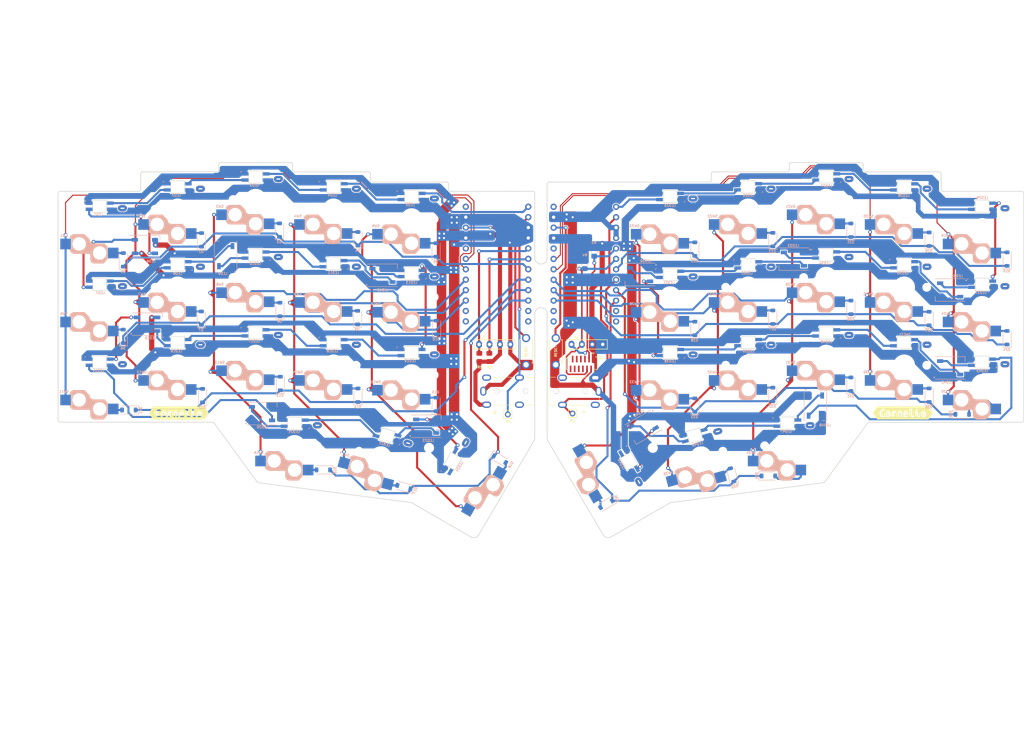
<source format=kicad_pcb>
(kicad_pcb (version 20221018) (generator pcbnew)
  (title_block (title "Corne Chocolate") (date "2024-02-10") (rev "2.4"))
  (layers (0 "F.Cu" signal) (31 "B.Cu" signal) (34 "B.Paste" user) (35 "F.Paste" user) (36 "B.SilkS" user "B.Silkscreen") (37 "F.SilkS" user "F.Silkscreen") (38 "B.Mask" user) (39 "F.Mask" user) (44 "Edge.Cuts" user))
  (net 0 "")
  (net 1 "LVCC")
  (net 2 "Lrow0")
  (net 3 "Lrow1")
  (net 4 "Lrow2")
  (net 5 "Lrow3")
  (net 6 "LGND")
  (net 7 "Ldata")
  (net 8 "LSCL")
  (net 9 "LSDA")
  (net 10 "LLED")
  (net 11 "Lreset")
  (net 18 "Net-(LED1-DOUT)")
  (net 19 "Net-(LED10-DIN)")
  (net 20 "Net-(LED10-DOUT)")
  (net 21 "Net-(LED14-DOUT)")
  (net 22 "Net-(LED22-DOUT)")
  (net 24 "Net-(D9-A)")
  (net 25 "Net-(D8-A)")
  (net 26 "Net-(D6-A)")
  (net 27 "Net-(D5-A)")
  (net 28 "Net-(D4-A)")
  (net 29 "Net-(D3-A)")
  (net 30 "Net-(D2-A)")
  (net 31 "Net-(D18-A)")
  (net 32 "Net-(D17-A)")
  (net 33 "Net-(D16-A)")
  (net 34 "Net-(D15-A)")
  (net 35 "Net-(D14-A)")
  (net 36 "Net-(D12-A)")
  (net 37 "Net-(D11-A)")
  (net 38 "Net-(D10-A)")
  (net 39 "Net-(D19-A)")
  (net 40 "Net-(D21-A)")
  (net 41 "Net-(D20-A)")
  (net 42 "Net-(D7-A)")
  (net 43 "Net-(D13-A)")
  (net 44 "Net-(D22-A)")
  (net 45 "Net-(D23-A)")
  (net 46 "Net-(D24-A)")
  (net 47 "Net-(D25-A)")
  (net 48 "Net-(D26-A)")
  (net 49 "Net-(D27-A)")
  (net 50 "Net-(D28-A)")
  (net 51 "Net-(D29-A)")
  (net 52 "Net-(D30-A)")
  (net 53 "Net-(D31-A)")
  (net 54 "Net-(D32-A)")
  (net 55 "Net-(D33-A)")
  (net 56 "Net-(D34-A)")
  (net 57 "Net-(D35-A)")
  (net 58 "Net-(D36-A)")
  (net 59 "Net-(LED25-DOUT)")
  (net 60 "Rrow0")
  (net 61 "Rrow1")
  (net 62 "Rrow2")
  (net 63 "Rrow3")
  (net 64 "Rdata")
  (net 65 "RSCL")
  (net 66 "RSDA")
  (net 67 "RLED")
  (net 68 "Rreset")
  (net 69 "Rcol1")
  (net 70 "Rcol2")
  (net 71 "Rcol3")
  (net 72 "Rcol4")
  (net 73 "Rcol5")
  (net 80 "RGND")
  (net 81 "RVCC")
  (net 82 "Lcol1")
  (net 83 "Lcol2")
  (net 84 "Lcol3")
  (net 85 "Lcol4")
  (net 86 "Lcol5")
  (net 87 "Net-(LED20-DOUT)")
  (net 88 "Net-(LED21-DOUT)")
  (net 89 "Net-(LED23-DOUT)")
  (net 90 "Net-(LED6-DOUT)")
  (net 91 "Net-(LED7-DOUT)")
  (net 92 "Net-(LED8-DOUT)")
  (net 93 "Net-(LED11-DOUT)")
  (net 94 "Net-(LED12-DOUT)")
  (net 95 "Net-(LED13-DOUT)")
  (net 96 "Net-(D1-A)")
  (net 97 "Net-(LED30-DOUT)")
  (net 98 "Net-(LED38-DOUT)")
  (net 99 "Net-(LED1-DIN)")
  (net 100 "Net-(LED2-DIN)")
  (net 101 "Net-(LED3-DIN)")
  (net 102 "Net-(LED4-DIN)")
  (net 103 "Net-(LED14-DIN)")
  (net 104 "Net-(LED15-DIN)")
  (net 105 "Net-(LED16-DIN)")
  (net 106 "Net-(LED17-DIN)")
  (net 107 "Net-(LED18-DIN)")
  (net 108 "Net-(LED26-DOUT)")
  (net 109 "Net-(LED27-DOUT)")
  (net 110 "Net-(LED28-DOUT)")
  (net 111 "Net-(LED29-DOUT)")
  (net 112 "Net-(LED30-DIN)")
  (net 113 "Net-(LED31-DIN)")
  (net 114 "Net-(LED32-DIN)")
  (net 115 "Net-(LED33-DIN)")
  (net 116 "Net-(LED34-DIN)")
  (net 117 "Net-(LED35-DIN)")
  (net 118 "Net-(LED36-DIN)")
  (net 119 "Net-(LED39-DOUT)")
  (net 120 "Net-(LED40-DOUT)")
  (net 121 "Net-(LED41-DOUT)")
  (net 122 "Net-(LED42-DOUT)")
  (net 123 "Net-(LED43-DOUT)")
  (net 125 "Net-(LED44-DIN)")
  (net 126 "Net-(LED45-DIN)")
  (net 127 "Net-(LED46-DIN)")
  (net 128 "Net-(LED47-DIN)")
  (footprint "kbd:ChocV1_V2_Hotswap" (layer "F.Cu") (at 39.64381 73.23118)
    (fp_text reference "SW1")
    (fp_text value "SW_PUSH" hide)
  )
  (footprint "kbd:ChocV1_V2_Hotswap" (layer "F.Cu") (at 58.64381 68.48118)
    (fp_text reference "SW2")
    (fp_text value "SW_PUSH" hide)
  )
  (footprint "kbd:ChocV1_V2_Hotswap" (layer "F.Cu") (at 77.64381 66.10618)
    (fp_text reference "SW3")
    (fp_text value "SW_PUSH" hide)
  )
  (footprint "kbd:ChocV1_V2_Hotswap" (layer "F.Cu") (at 96.64381 68.48118)
    (fp_text reference "SW4")
    (fp_text value "SW_PUSH" hide)
  )
  (footprint "kbd:ChocV1_V2_Hotswap" (layer "F.Cu") (at 115.64381 70.85618)
    (fp_text reference "SW5")
    (fp_text value "SW_PUSH" hide)
  )
  (footprint "kbd:ChocV1_V2_Hotswap" (layer "F.Cu") (at 39.64381 92.23118)
    (fp_text reference "SW6")
    (fp_text value "SW_PUSH" hide)
  )
  (footprint "kbd:ChocV1_V2_Hotswap" (layer "F.Cu") (at 58.64381 87.48118)
    (fp_text reference "SW7")
    (fp_text value "SW_PUSH" hide)
  )
  (footprint "kbd:ChocV1_V2_Hotswap" (layer "F.Cu") (at 77.64381 85.10618)
    (fp_text reference "SW8")
    (fp_text value "SW_PUSH" hide)
  )
  (footprint "kbd:ChocV1_V2_Hotswap" (layer "F.Cu") (at 96.64381 87.48118)
    (fp_text reference "SW9")
    (fp_text value "SW_PUSH" hide)
  )
  (footprint "kbd:ChocV1_V2_Hotswap" (layer "F.Cu") (at 115.64381 89.85618)
    (fp_text reference "SW10")
    (fp_text value "SW_PUSH" hide)
  )
  (footprint "kbd:ChocV1_V2_Hotswap" (layer "F.Cu") (at 39.64381 111.23118)
    (fp_text reference "SW11")
    (fp_text value "SW_PUSH" hide)
  )
  (footprint "kbd:ChocV1_V2_Hotswap" (layer "F.Cu") (at 58.64381 106.48118)
    (fp_text reference "SW12")
    (fp_text value "SW_PUSH" hide)
  )
  (footprint "kbd:ChocV1_V2_Hotswap" (layer "F.Cu") (at 77.64381 104.10618)
    (fp_text reference "SW13")
    (fp_text value "SW_PUSH" hide)
  )
  (footprint "kbd:ChocV1_V2_Hotswap" (layer "F.Cu") (at 96.64381 106.48118)
    (fp_text reference "SW14")
    (fp_text value "SW_PUSH" hide)
  )
  (footprint "kbd:ChocV1_V2_Hotswap" (layer "F.Cu") (at 115.64381 108.85618)
    (fp_text reference "SW15")
    (fp_text value "SW_PUSH" hide)
  )
  (footprint "kbd:ChocV1_V2_Hotswap" (layer "F.Cu") (at 87.14381 126.10618)
    (fp_text reference "SW16")
    (fp_text value "SW_PUSH" hide)
  )
  (footprint "kbd:ChocV1_V2_Hotswap" (layer "F.Cu") (at 108.14381 128.85618 -15)
    (fp_text reference "SW17")
    (fp_text value "SW_PUSH" hide)
  )
  (footprint "kbd:OLED_1side" (layer "F.Cu") (at 132.09 101.3968)
    (fp_text reference "J1")
    (fp_text value "Conn_01x04" hide)
  )
  (footprint "kbd:ResetSW_1side" (layer "F.Cu") (at 143.54381 103.10618 90)
    (fp_text reference "RSW1" hide)
    (fp_text value "SW_PUSH" hide)
  )
  (footprint "kbd:ChocV1_V2_Hotswap_1.5u" (layer "F.Cu") (at 130.39381 132.60618 60)
    (fp_text reference "SW18" hide)
    (fp_text value "SW_PUSH" hide)
  )
  (footprint "kbd:ChocV1_V2_Hotswap" (layer "F.Cu") (at 235.6776 106.48078)
    (fp_text reference "SW30")
    (fp_text value "SW_PUSH" hide)
  )
  (footprint "kbd:OLED_1side" (layer "F.Cu") (at 154.59959 101.3968)
    (fp_text reference "J5")
    (fp_text value "Conn_01x04" hide)
  )
  (footprint "kbd:ChocV1_V2_Hotswap" (layer "F.Cu") (at 254.6776 111.23078)
    (fp_text reference "SW29")
    (fp_text value "SW_PUSH" hide)
  )
  (footprint "MountingHole:MountingHole_2.2mm_M2_ISO14580" (layer "F.Cu") (at 142.89881 120.35618)
    (fp_text reference "H2" hide)
    (fp_text value "MountingHole" hide)
  )
  (footprint "MountingHole:MountingHole_2.2mm_M2_ISO14580" (layer "F.Cu") (at 119.89881 126.60618)
    (fp_text reference "H5" hide)
    (fp_text value "MountingHole" hide)
  )
  (footprint "MountingHole:MountingHole_2.2mm_M2_ISO14580" (layer "F.Cu") (at 245.1726 101.85578)
    (fp_text reference "H11" hide)
    (fp_text value "MountingHole" hide)
  )
  (footprint "kbd:ChocV1_V2_Hotswap" (layer "F.Cu") (at 178.6776 108.85578)
    (fp_text reference "SW33")
    (fp_text value "SW_PUSH" hide)
  )
  (footprint "MountingHole:MountingHole_2.2mm_M2_ISO14580" (layer "F.Cu") (at 245.1726 82.85578)
    (fp_text reference "H12" hide)
    (fp_text value "MountingHole" hide)
  )
  (footprint "kbd:1pin_conn" (layer "F.Cu") (at 154.85359 118.237 90)
    (fp_text reference "P2")
    (fp_text value "Conn_01x01" hide)
  )
  (footprint "kbd:ChocV1_V2_Hotswap" (layer "F.Cu") (at 216.6776 66.10578)
    (fp_text reference "SW21")
    (fp_text value "SW_PUSH" hide)
  )
  (footprint "kbd:ChocV1_V2_Hotswap" (layer "F.Cu") (at 186.1776 128.85578 15)
    (fp_text reference "SW35")
    (fp_text value "SW_PUSH" hide)
  )
  (footprint "kibuzzard-65BBD98A" (layer "F.Cu") (at 235.34619 118.11)
    (fp_text reference "kibuzzard-65BBD98A" hide)
    (fp_text value "G***" hide)
  )
  (footprint "kbd:ChocV1_V2_Hotswap" (layer "F.Cu") (at 197.6776 106.48078)
    (fp_text reference "SW32")
    (fp_text value "SW_PUSH" hide)
  )
  (footprint "kbd:ChocV1_V2_Hotswap" (layer "F.Cu") (at 178.6776 89.85578)
    (fp_text reference "SW28")
    (fp_text value "SW_PUSH" hide)
  )
  (footprint "MountingHole:MountingHole_2.2mm_M2_ISO14580" (layer "F.Cu") (at 165.9226 111.85578)
    (fp_text reference "H9" hide)
    (fp_text value "MountingHole")
  )
  (footprint "kbd:1pin_conn" (layer "F.Cu") (at 139.0904 118.4656 180)
    (fp_text reference "P1")
    (fp_text value "Conn_01x01" hide)
  )
  (footprint "MountingHole:MountingHole_2.2mm_M2_ISO14580" (layer "F.Cu") (at 73.39881 118.85618)
    (fp_text reference "H4" hide)
    (fp_text value "MountingHole" hide)
  )
  (footprint "kibuzzard-65BBD98A" (layer "F.Cu") (at 58.928 118.11)
    (fp_text reference "kibuzzard-65BBD98A" hide)
    (fp_text value "G***" hide)
  )
  (footprint "kbd:ProMicro_v2_1side" (layer "F.Cu") (at 136.41921 82.33078)
    (fp_text reference "U1" hide)
    (fp_text value "ProMicro" hide)
  )
  (footprint "MountingHole:MountingHole_2.2mm_M2_ISO14580" (layer "F.Cu") (at 128.39881 111.85618)
    (fp_text reference "H1" hide)
    (fp_text value "MountingHole" hide)
  )
  (footprint "MountingHole:MountingHole_2.2mm_M2_ISO14580" (layer "F.Cu") (at 151.4226 120.35578)
    (fp_text reference "H8" hide)
    (fp_text value "MountingHole")
  )
  (footprint "kbd:54-00174_TEN" (layer "F.Cu") (at 148.90999 112.81848 90)
    (fp_text reference "J4")
    (fp_text value "54-00174")
  )
  (footprint "kbd:ChocV1_V2_Hotswap" (layer "F.Cu") (at 178.6776 70.85578)
    (fp_text reference "SW23")
    (fp_text value "SW_PUSH" hide)
  )
  (footprint "kbd:CON_781271220" (layer "F.Cu") (at 157.13959 106.172 180)
    (fp_text reference "J3")
    (fp_text value "781271220" hide)
  )
  (footprint "MountingHole:MountingHole_2.2mm_M2_ISO14580" (layer "F.Cu") (at 174.4226 126.60578)
    (fp_text reference "H14" hide)
    (fp_text value "MountingHole" hide)
  )
  (footprint "kbd:ChocV1_V2_Hotswap_1.5u" (layer "F.Cu") (at 163.9276 132.60578 -60)
    (fp_text reference "SW36" hide)
    (fp_text value "SW_PUSH" hide)
  )
  (footprint "kbd:R_0805_2012Metric_Pad1.20x1.40mm_HandSolder" (layer "F.Cu") (at 134.5946 104.57 90)
    (fp_text reference "R2")
    (fp_text value "R")
  )
  (footprint "kbd:ChocV1_V2_Hotswap" (layer "F.Cu") (at 197.6776 68.48078)
    (fp_text reference "SW22")
    (fp_text value "SW_PUSH" hide)
  )
  (footprint "kbd:ChocV1_V2_Hotswap" (layer "F.Cu") (at 207.1776 126.10578)
    (fp_text reference "SW34")
    (fp_text value "SW_PUSH" hide)
  )
  (footprint "MountingHole:MountingHole_2.2mm_M2_ISO14580" (layer "F.Cu") (at 220.9226 118.85578)
    (fp_text reference "H10" hide)
    (fp_text value "MountingHole" hide)
  )
  (footprint "kbd:ChocV1_V2_Hotswap" (layer "F.Cu") (at 235.6776 68.48078)
    (fp_text reference "SW20")
    (fp_text value "SW_PUSH" hide)
  )
  (footprint "kbd:ChocV1_V2_Hotswap" (layer "F.Cu") (at 254.6776 73.23078)
    (fp_text reference "SW19")
    (fp_text value "SW_PUSH" hide)
  )
  (footprint "kbd:ChocV1_V2_Hotswap" (layer "F.Cu") (at 254.6776 92.23078)
    (fp_text reference "SW24")
    (fp_text value "SW_PUSH" hide)
  )
  (footprint "MountingHole:MountingHole_2.2mm_M2_ISO14580" (layer "F.Cu") (at 106.14881 79.10618)
    (fp_text reference "H6" hide)
    (fp_text value "MountingHole" hide)
  )
  (footprint "MountingHole:MountingHole_2.2mm_M2_ISO14580" (layer "F.Cu") (at 49.14881 101.85618)
    (fp_text reference "H3" hide)
    (fp_text value "MountingHole" hide)
  )
  (footprint "kbd:ProMicro_v2_1side" (layer "F.Cu") (at 157.81979 82.3468)
    (fp_text reference "U2" hide)
    (fp_text value "ProMicro" hide)
  )
  (footprint "kbd:ChocV1_V2_Hotswap" (layer "F.Cu") (at 197.6776 87.48078)
    (fp_text reference "SW27")
    (fp_text value "SW_PUSH" hide)
  )
  (footprint "kbd:54-00174_TEN" (layer "F.Cu") (at 145.4293 112.79308 -90)
    (fp_text reference "J2")
    (fp_text value "54-00174" hide)
  )
  (footprint "MountingHole:MountingHole_2.2mm_M2_ISO14580" (layer "F.Cu") (at 49.14881 82.85618)
    (fp_text reference "H7" hide)
    (fp_text value "MountingHole" hide)
  )
  (footprint "kbd:ResetSW_1side" (layer "F.Cu") (at 150.7776 103.10578 90)
    (fp_text reference "RSW2" hide)
    (fp_text value "SW_PUSH" hide)
  )
  (footprint "kbd:ChocV1_V2_Hotswap" (layer "F.Cu") (at 235.6776 87.48078)
    (fp_text reference "SW25")
    (fp_text value "SW_PUSH" hide)
  )
  (footprint "kbd:ChocV1_V2_Hotswap" (layer "F.Cu") (at 216.6776 85.10578)
    (fp_text reference "SW26")
    (fp_text value "SW_PUSH" hide)
  )
  (footprint "kbd:ChocV1_V2_Hotswap" (layer "F.Cu") (at 216.6776 104.10578)
    (fp_text reference "SW31")
    (fp_text value "SW_PUSH" hide)
  )
  (footprint "MountingHole:MountingHole_2.2mm_M2_ISO14580" (layer "F.Cu") (at 188.1726 79.10578)
    (fp_text reference "H13" hide)
    (fp_text value "MountingHole" hide)
  )
  (footprint "kbd:R_0805_2012Metric_Pad1.20x1.40mm_HandSolder" (layer "F.Cu") (at 132.1562 104.57 90)
    (fp_text reference "R1")
    (fp_text value "R")
  )
  (footprint "MountingHole:MountingHole_2.2mm_M2_ISO14580" (layer "F.Cu") (at 150.55839 63.62)
    (fp_text reference "H15" hide)
    (fp_text value "MountingHole" hide)
  )
  (footprint "kbd:D_SOD-123" (layer "B.Cu") (at 64.4652 75.9206 90)
    (fp_text reference "D2")
    (fp_text value "1N4148W")
  )
  (footprint "kbd:D_SOD-123" (layer "B.Cu") (at 83.4644 73.5584 90)
    (fp_text reference "D3")
    (fp_text value "1N4148W")
  )
  (footprint "kbd:D_SOD-123" (layer "B.Cu") (at 102.5906 75.6666 90)
    (fp_text reference "D4")
    (fp_text value "1N4148W")
  )
  (footprint "kbd:D_SOD-123" (layer "B.Cu") (at 121.6152 78.3844 90)
    (fp_text reference "D5")
    (fp_text value "1N4148W")
  )
  (footprint "kbd:D_SOD-123" (layer "B.Cu") (at 45.3898 99.441 90)
    (fp_text reference "D6")
    (fp_text value "1N4148W")
  )
  (footprint "kbd:D_SOD-123" (layer "B.Cu") (at 64.4398 95.0214 90)
    (fp_text reference "D7")
    (fp_text value "1N4148W")
  )
  (footprint "kbd:D_SOD-123" (layer "B.Cu") (at 83.566 92.8878 90)
    (fp_text reference "D8")
    (fp_text value "1N4148W")
  )
  (footprint "kbd:D_SOD-123" (layer "B.Cu") (at 102.489 94.869 90)
    (fp_text reference "D9")
    (fp_text value "1N4148W")
  )
  (footprint "kbd:D_SOD-123" (layer "B.Cu") (at 121.7168 97.2566 90)
    (fp_text reference "D10")
    (fp_text value "1N4148W")
  )
  (footprint "kbd:D_SOD-123" (layer "B.Cu") (at 46.7614 117.3734 180)
    (fp_text reference "D11")
    (fp_text value "1N4148W")
  )
  (footprint "kbd:D_SOD-123" (layer "B.Cu") (at 64.7192 113.8692 90)
    (fp_text reference "D12")
    (fp_text value "1N4148W")
  )
  (footprint "kbd:D_SOD-123" (layer "B.Cu") (at 83.6676 110.9218 90)
    (fp_text reference "D13")
    (fp_text value "1N4148W")
  )
  (footprint "kbd:D_SOD-123" (layer "B.Cu") (at 102.5906 113.792 90)
    (fp_text reference "D14")
    (fp_text value "1N4148W")
  )
  (footprint "kbd:D_SOD-123" (layer "B.Cu") (at 121.6152 116.0272 90)
    (fp_text reference "D15")
    (fp_text value "1N4148W")
  )
  (footprint "kbd:D_SOD-123" (layer "B.Cu") (at 94.1324 131.9784 180)
    (fp_text reference "D16")
    (fp_text value "1N4148W")
  )
  (footprint "kbd:D_SOD-123" (layer "B.Cu") (at 113.7666 136.1694 165)
    (fp_text reference "D17")
    (fp_text value "1N4148W")
  )
  (footprint "kbd:D_SOD-123" (layer "B.Cu") (at 137.16 129.3876 -30)
    (fp_text reference "D18")
    (fp_text value "1N4148W")
  )
  (footprint "kbd:D_SOD-123" (layer "B.Cu") (at 222.69699 111.0996 90)
    (fp_text reference "D31")
    (fp_text value "1N4148W")
  )
  (footprint "kbd:LED_SK6812-MINI-E" (layer "B.Cu") (at 109.6518 123.639725 -15)
    (fp_text reference "LED22")
    (fp_text value "YS-SK6812MINI-E" hide)
    (fp_line (start -1.7 -1.5) (end 1.7 -1.5) (stroke (width 0.12)) (layer "Edge.Cuts"))
    (fp_line (start -1.7 1.5) (end -1.7 -1.5) (stroke (width 0.12)) (layer "Edge.Cuts"))
    (fp_line (start 1.7 -1.5) (end 1.7 1.5) (stroke (width 0.12)) (layer "Edge.Cuts"))
    (fp_line (start 1.7 1.5) (end -1.7 1.5) (stroke (width 0.12)) (layer "Edge.Cuts"))
  )
  (footprint "kbd:LED_SK6812-MINI-E" (layer "B.Cu") (at 58.6486 81.9912)
    (fp_text reference "LED8")
    (fp_text value "YS-SK6812MINI-E" hide)
    (fp_line (start -1.7 -1.5) (end 1.7 -1.5) (stroke (width 0.12)) (layer "Edge.Cuts"))
    (fp_line (start -1.7 1.5) (end -1.7 -1.5) (stroke (width 0.12)) (layer "Edge.Cuts"))
    (fp_line (start 1.7 -1.5) (end 1.7 1.5) (stroke (width 0.12)) (layer "Edge.Cuts"))
    (fp_line (start 1.7 1.5) (end -1.7 1.5) (stroke (width 0.12)) (layer "Edge.Cuts"))
  )
  (footprint "kbd:LED_WS2812B_PLCC4_5.0x5.0mm_P3.2mm" (layer "B.Cu") (at 70.358 79.8842 90)
    (fp_text reference "LED9")
    (fp_text value "WS2812B")
  )
  (footprint "kbd:LED_WS2812B_PLCC4_5.0x5.0mm_P3.2mm" (layer "B.Cu") (at 214.03559 116.3066 -90)
    (fp_text reference "LED48")
    (fp_text value "WS2812B")
  )
  (footprint "kbd:D_SOD-123" (layer "B.Cu") (at 260.74619 80.6196 90)
    (fp_text reference "D19")
    (fp_text value "1N4148W")
  )
  (footprint "kbd:LED_SK6812-MINI-E" (layer "B.Cu") (at 254.66149 67.7418)
    (fp_text reference "LED29")
    (fp_text value "YS-SK6812MINI-E" hide)
    (fp_line (start -1.7 -1.5) (end 1.7 -1.5) (stroke (width 0.12)) (layer "Edge.Cuts"))
    (fp_line (start -1.7 1.5) (end -1.7 -1.5) (stroke (width 0.12)) (layer "Edge.Cuts"))
    (fp_line (start 1.7 -1.5) (end 1.7 1.5) (stroke (width 0.12)) (layer "Edge.Cuts"))
    (fp_line (start 1.7 1.5) (end -1.7 1.5) (stroke (width 0.12)) (layer "Edge.Cuts"))
  )
  (footprint "kbd:LED_SK6812-MINI-E" (layer "B.Cu") (at 115.6349 65.3542 180)
    (fp_text reference "LED5")
    (fp_text value "YS-SK6812MINI-E" hide)
    (fp_line (start -1.7 -1.5) (end 1.7 -1.5) (stroke (width 0.12)) (layer "Edge.Cuts"))
    (fp_line (start -1.7 1.5) (end -1.7 -1.5) (stroke (width 0.12)) (layer "Edge.Cuts"))
    (fp_line (start 1.7 -1.5) (end 1.7 1.5) (stroke (width 0.12)) (layer "Edge.Cuts"))
    (fp_line (start 1.7 1.5) (end -1.7 1.5) (stroke (width 0.12)) (layer "Edge.Cuts"))
  )
  (footprint "kbd:LED_SK6812-MINI-E" (layer "B.Cu") (at 235.66509 81.9912 180)
    (fp_text reference "LED35")
    (fp_text value "YS-SK6812MINI-E" hide)
    (fp_line (start -1.7 -1.5) (end 1.7 -1.5) (stroke (width 0.12)) (layer "Edge.Cuts"))
    (fp_line (start -1.7 1.5) (end -1.7 -1.5) (stroke (width 0.12)) (layer "Edge.Cuts"))
    (fp_line (start 1.7 -1.5) (end 1.7 1.5) (stroke (width 0.12)) (layer "Edge.Cuts"))
    (fp_line (start 1.7 1.5) (end -1.7 1.5) (stroke (width 0.12)) (layer "Edge.Cuts"))
  )
  (footprint "kbd:LED_SK6812-MINI-E" (layer "B.Cu") (at 254.67559 86.741 180)
    (fp_text reference "LED37")
    (fp_text value "YS-SK6812MINI-E" hide)
    (fp_line (start -1.7 -1.5) (end 1.7 -1.5) (stroke (width 0.12)) (layer "Edge.Cuts"))
    (fp_line (start -1.7 1.5) (end -1.7 -1.5) (stroke (width 0.12)) (layer "Edge.Cuts"))
    (fp_line (start 1.7 -1.5) (end 1.7 1.5) (stroke (width 0.12)) (layer "Edge.Cuts"))
    (fp_line (start 1.7 1.5) (end -1.7 1.5) (stroke (width 0.12)) (layer "Edge.Cuts"))
  )
  (footprint "kbd:D_SOD-123" (layer "B.Cu") (at 45.4152 80.7974 90)
    (fp_text reference "D1")
    (fp_text value "1N4148W")
  )
  (footprint "kbd:LED_WS2812B_PLCC4_5.0x5.0mm_P3.2mm" (layer "B.Cu") (at 246.87779 107.1118)
    (fp_text reference "LED42")
    (fp_text value "WS2812B")
  )
  (footprint "kbd:D_SOD-123" (layer "B.Cu") (at 184.67319 97.5106 90)
    (fp_text reference "D28")
    (fp_text value "1N4148W")
  )
  (footprint "kbd:LED_WS2812B_PLCC4_5.0x5.0mm_P3.2mm" (layer "B.Cu") (at 79.1972 118.2624)
    (fp_text reference "LED20")
    (fp_text value "WS2812B")
  )
  (footprint "kbd:D_SOD-123" (layer "B.Cu") (at 163.10859 140.3096 -150)
    (fp_text reference "D36")
    (fp_text value "1N4148W")
  )
  (footprint "kbd:D_SOD-123" (layer "B.Cu") (at 184.67319 78.1812 90)
    (fp_text reference "D23")
    (fp_text value "1N4148W")
  )
  (footprint "kbd:LED_SK6812-MINI-E" (layer "B.Cu") (at 254.62479 105.7402)
    (fp_text reference "LED43")
    (fp_text value "YS-SK6812MINI-E" hide)
    (fp_line (start -1.7 -1.5) (end 1.7 -1.5) (stroke (width 0.12)) (layer "Edge.Cuts"))
    (fp_line (start -1.7 1.5) (end -1.7 -1.5) (stroke (width 0.12)) (layer "Edge.Cuts"))
    (fp_line (start 1.7 -1.5) (end 1.7 1.5) (stroke (width 0.12)) (layer "Edge.Cuts"))
    (fp_line (start 1.7 1.5) (end -1.7 1.5) (stroke (width 0.12)) (layer "Edge.Cuts"))
  )
  (footprint "kbd:D_SOD-123" (layer "B.Cu") (at 184.67319 116.205 90)
    (fp_text reference "D33")
    (fp_text value "1N4148W")
  )
  (footprint "kbd:LED_WS2812B_PLCC4_5.0x5.0mm_P3.2mm" (layer "B.Cu") (at 172.17639 121.5644 -150)
    (fp_text reference "LED45")
    (fp_text value "WS2812B")
  )
  (footprint "kbd:LED_SK6812-MINI-E" (layer "B.Cu") (at 207.20299 120.5738 180)
    (fp_text reference "LED47")
    (fp_text value "YS-SK6812MINI-E" hide)
    (fp_line (start -1.7 -1.5) (end 1.7 -1.5) (stroke (width 0.12)) (layer "Edge.Cuts"))
    (fp_line (start -1.7 1.5) (end -1.7 -1.5) (stroke (width 0.12)) (layer "Edge.Cuts"))
    (fp_line (start 1.7 -1.5) (end 1.7 1.5) (stroke (width 0.12)) (layer "Edge.Cuts"))
    (fp_line (start 1.7 1.5) (end -1.7 1.5) (stroke (width 0.12)) (layer "Edge.Cuts"))
  )
  (footprint "kbd:LED_SK6812-MINI-E" (layer "B.Cu") (at 87.1474 120.5992)
    (fp_text reference "LED21")
    (fp_text value "YS-SK6812MINI-E" hide)
    (fp_line (start -1.7 -1.5) (end 1.7 -1.5) (stroke (width 0.12)) (layer "Edge.Cuts"))
    (fp_line (start -1.7 1.5) (end -1.7 -1.5) (stroke (width 0.12)) (layer "Edge.Cuts"))
    (fp_line (start 1.7 -1.5) (end 1.7 1.5) (stroke (width 0.12)) (layer "Edge.Cuts"))
    (fp_line (start 1.7 1.5) (end -1.7 1.5) (stroke (width 0.12)) (layer "Edge.Cuts"))
  )
  (footprint "kbd:LED_SK6812-MINI-E" (layer "B.Cu") (at 125.709577 129.8702 -120)
    (fp_text reference "LED24")
    (fp_text value "YS-SK6812MINI-E" hide)
    (fp_line (start -1.7 -1.5) (end 1.7 -1.5) (stroke (width 0.12)) (layer "Edge.Cuts"))
    (fp_line (start -1.7 1.5) (end -1.7 -1.5) (stroke (width 0.12)) (layer "Edge.Cuts"))
    (fp_line (start 1.7 -1.5) (end 1.7 1.5) (stroke (width 0.12)) (layer "Edge.Cuts"))
    (fp_line (start 1.7 1.5) (end -1.7 1.5) (stroke (width 0.12)) (layer "Edge.Cuts"))
  )
  (footprint "kbd:LED_WS2812B_PLCC4_5.0x5.0mm_P3.2mm" (layer "B.Cu") (at 171.31399 84.3788 180)
    (fp_text reference "LED30")
    (fp_text value "WS2812B")
  )
  (footprint "kbd:LED_SK6812-MINI-E" (layer "B.Cu") (at 39.6494 86.7156)
    (fp_text reference "LED7")
    (fp_text value "YS-SK6812MINI-E" hide)
    (fp_line (start -1.7 -1.5) (end 1.7 -1.5) (stroke (width 0.12)) (layer "Edge.Cuts"))
    (fp_line (start -1.7 1.5) (end -1.7 -1.5) (stroke (width 0.12)) (layer "Edge.Cuts"))
    (fp_line (start 1.7 -1.5) (end 1.7 1.5) (stroke (width 0.12)) (layer "Edge.Cuts"))
    (fp_line (start 1.7 1.5) (end -1.7 1.5) (stroke (width 0.12)) (layer "Edge.Cuts"))
  )
  (footprint "kbd:LED_SK6812-MINI-E" (layer "B.Cu") (at 168.64579 129.8702 120)
    (fp_text reference "LED44")
    (fp_text value "YS-SK6812MINI-E" hide)
    (fp_line (start -1.7 -1.5) (end 1.7 -1.5) (stroke (width 0.12)) (layer "Edge.Cuts"))
    (fp_line (start -1.7 1.5) (end -1.7 -1.5) (stroke (width 0.12)) (layer "Edge.Cuts"))
    (fp_line (start 1.7 -1.5) (end 1.7 1.5) (stroke (width 0.12)) (layer "Edge.Cuts"))
    (fp_line (start 1.7 1.5) (end -1.7 1.5) (stroke (width 0.12)) (layer "Edge.Cuts"))
  )
  (footprint "kbd:D_SOD-123" (layer "B.Cu") (at 203.67239 113.5888 90)
    (fp_text reference "D32")
    (fp_text value "1N4148W")
  )
  (footprint "kbd:D_SOD-123" (layer "B.Cu") (at 222.69699 73.5838 90)
    (fp_text reference "D21")
    (fp_text value "1N4148W")
  )
  (footprint "kbd:LED_SK6812-MINI-E" (layer "B.Cu") (at 197.65259 100.965)
    (fp_text reference "LED39")
    (fp_text value "YS-SK6812MINI-E" hide)
    (fp_line (start -1.7 -1.5) (end 1.7 -1.5) (stroke (width 0.12)) (layer "Edge.Cuts"))
    (fp_line (start -1.7 1.5) (end -1.7 -1.5) (stroke (width 0.12)) (layer "Edge.Cuts"))
    (fp_line (start 1.7 -1.5) (end 1.7 1.5) (stroke (width 0.12)) (layer "Edge.Cuts"))
    (fp_line (start 1.7 1.5) (end -1.7 1.5) (stroke (width 0.12)) (layer "Edge.Cuts"))
  )
  (footprint "kbd:LED_SK6812-MINI-E" (layer "B.Cu") (at 96.6611 63.004 180)
    (fp_text reference "LED4")
    (fp_text value "YS-SK6812MINI-E" hide)
    (fp_line (start -1.7 -1.5) (end 1.7 -1.5) (stroke (width 0.12)) (layer "Edge.Cuts"))
    (fp_line (start -1.7 1.5) (end -1.7 -1.5) (stroke (width 0.12)) (layer "Edge.Cuts"))
    (fp_line (start 1.7 -1.5) (end 1.7 1.5) (stroke (width 0.12)) (layer "Edge.Cuts"))
    (fp_line (start 1.7 1.5) (end -1.7 1.5) (stroke (width 0.12)) (layer "Edge.Cuts"))
  )
  (footprint "kbd:LED_SK6812-MINI-E" (layer "B.Cu") (at 39.6381 105.7402 180)
    (fp_text reference "LED14")
    (fp_text value "YS-SK6812MINI-E" hide)
    (fp_line (start -1.7 -1.5) (end 1.7 -1.5) (stroke (width 0.12)) (layer "Edge.Cuts"))
    (fp_line (start -1.7 1.5) (end -1.7 -1.5) (stroke (width 0.12)) (layer "Edge.Cuts"))
    (fp_line (start 1.7 -1.5) (end 1.7 1.5) (stroke (width 0.12)) (layer "Edge.Cuts"))
    (fp_line (start 1.7 1.5) (end -1.7 1.5) (stroke (width 0.12)) (layer "Edge.Cuts"))
  )
  (footprint "kbd:LED_SK6812-MINI-E" (layer "B.Cu") (at 115.6362 84.1248)
    (fp_text reference "LED13")
    (fp_text value "YS-SK6812MINI-E" hide)
    (fp_line (start -1.7 -1.5) (end 1.7 -1.5) (stroke (width 0.12)) (layer "Edge.Cuts"))
    (fp_line (start -1.7 1.5) (end -1.7 -1.5) (stroke (width 0.12)) (layer "Edge.Cuts"))
    (fp_line (start 1.7 -1.5) (end 1.7 1.5) (stroke (width 0.12)) (layer "Edge.Cuts"))
    (fp_line (start 1.7 1.5) (end -1.7 1.5) (stroke (width 0.12)) (layer "Edge.Cuts"))
  )
  (footprint "kbd:D_SOD-123" (layer "B.Cu") (at 249.82419 118.4402)
    (fp_text reference "D29")
    (fp_text value "1N4148W")
  )
  (footprint "kbd:LED_SK6812-MINI-E" (layer "B.Cu") (at 178.65339 84.328 180)
    (fp_text reference "LED31")
    (fp_text value "YS-SK6812MINI-E" hide)
    (fp_line (start -1.7 -1.5) (end 1.7 -1.5) (stroke (width 0.12)) (layer "Edge.Cuts"))
    (fp_line (start -1.7 1.5) (end -1.7 -1.5) (stroke (width 0.12)) (layer "Edge.Cuts"))
    (fp_line (start 1.7 -1.5) (end 1.7 1.5) (stroke (width 0.12)) (layer "Edge.Cuts"))
    (fp_line (start 1.7 1.5) (end -1.7 1.5) (stroke (width 0.12)) (layer "Edge.Cuts"))
  )
  (footprint "kbd:LED_WS2812B_PLCC4_5.0x5.0mm_P3.2mm" (layer "B.Cu") (at 208.80319 80.6196 180)
    (fp_text reference "LED33")
    (fp_text value "WS2812B")
  )
  (footprint "kbd:R_0805_2012Metric_Pad1.20x1.40mm_HandSolder" (layer "B.Cu") (at 157.83839 81.94 -90)
    (fp_text reference "R4")
    (fp_text value "4k7")
  )
  (footprint "kbd:D_SOD-123" (layer "B.Cu") (at 260.74619 99.7712 90)
    (fp_text reference "D24")
    (fp_text value "1N4148W")
  )
  (footprint "kbd:LED_WS2812B_PLCC4_5.0x5.0mm_P3.2mm" (layer "B.Cu") (at 108.5596 84.5566)
    (fp_text reference "LED12")
    (fp_text value "WS2812B")
  )
  (footprint "kbd:LED_SK6812-MINI-E" (layer "B.Cu") (at 77.6111 79.629)
    (fp_text reference "LED10")
    (fp_text value "YS-SK6812MINI-E" hide)
    (fp_line (start -1.7 -1.5) (end 1.7 -1.5) (stroke (width 0.12)) (layer "Edge.Cuts"))
    (fp_line (start -1.7 1.5) (end -1.7 -1.5) (stroke (width 0.12)) (layer "Edge.Cuts"))
    (fp_line (start 1.7 -1.5) (end 1.7 1.5) (stroke (width 0.12)) (layer "Edge.Cuts"))
    (fp_line (start 1.7 1.5) (end -1.7 1.5) (stroke (width 0.12)) (layer "Edge.Cuts"))
  )
  (footprint "kbd:LED_SK6812-MINI-E" (layer "B.Cu") (at 39.6394 67.7284 180)
    (fp_text reference "LED1")
    (fp_text value "YS-SK6812MINI-E" hide)
    (fp_line (start -1.7 -1.5) (end 1.7 -1.5) (stroke (width 0.12)) (layer "Edge.Cuts"))
    (fp_line (start -1.7 1.5) (end -1.7 -1.5) (stroke (width 0.12)) (layer "Edge.Cuts"))
    (fp_line (start 1.7 -1.5) (end 1.7 1.5) (stroke (width 0.12)) (layer "Edge.Cuts"))
    (fp_line (start 1.7 1.5) (end -1.7 1.5) (stroke (width 0.12)) (layer "Edge.Cuts"))
  )
  (footprint "kbd:D_SOD-123" (layer "B.Cu") (at 193.761641 133.191178 105)
    (fp_text reference "D35")
    (fp_text value "1N4148W")
  )
  (footprint "kbd:LED_SK6812-MINI-E" (layer "B.Cu") (at 58.6373 100.965 180)
    (fp_text reference "LED16")
    (fp_text value "YS-SK6812MINI-E" hide)
    (fp_line (start -1.7 -1.5) (end 1.7 -1.5) (stroke (width 0.12)) (layer "Edge.Cuts"))
    (fp_line (start -1.7 1.5) (end -1.7 -1.5) (stroke (width 0.12)) (layer "Edge.Cuts"))
    (fp_line (start 1.7 -1.5) (end 1.7 1.5) (stroke (width 0.12)) (layer "Edge.Cuts"))
    (fp_line (start 1.7 1.5) (end -1.7 1.5) (stroke (width 0.12)) (layer "Edge.Cuts"))
  )
  (footprint "kbd:D_SOD-123" (layer "B.Cu") (at 241.74699 75.7682 90)
    (fp_text reference "D20")
    (fp_text value "1N4148W")
  )
  (footprint "kbd:LED_SK6812-MINI-E" (layer "B.Cu") (at 216.65179 79.6036 180)
    (fp_text reference "LED34")
    (fp_text value "YS-SK6812MINI-E" hide)
    (fp_line (start -1.7 -1.5) (end 1.7 -1.5) (stroke (width 0.12)) (layer "Edge.Cuts"))
    (fp_line (start -1.7 1.5) (end -1.7 -1.5) (stroke (width 0.12)) (layer "Edge.Cuts"))
    (fp_line (start 1.7 -1.5) (end 1.7 1.5) (stroke (width 0.12)) (layer "Edge.Cuts"))
    (fp_line (start 1.7 1.5) (end -1.7 1.5) (stroke (width 0.12)) (layer "Edge.Cuts"))
  )
  (footprint "kbd:D_SOD-123" (layer "B.Cu") (at 202.58019 133.4516)
    (fp_text reference "D34")
    (fp_text value "1N4148W")
  )
  (footprint "kbd:LED_SK6812-MINI-E" (layer "B.Cu") (at 216.67719 60.579)
    (fp_text reference "LED27")
    (fp_text value "YS-SK6812MINI-E" hide)
    (fp_line (start -1.7 -1.5) (end 1.7 -1.5) (stroke (width 0.12)) (layer "Edge.Cuts"))
    (fp_line (start -1.7 1.5) (end -1.7 -1.5) (stroke (width 0.12)) (layer "Edge.Cuts"))
    (fp_line (start 1.7 -1.5) (end 1.7 1.5) (stroke (width 0.12)) (layer "Edge.Cuts"))
    (fp_line (start 1.7 1.5) (end -1.7 1.5) (stroke (width 0.12)) (layer "Edge.Cuts"))
  )
  (footprint "kbd:mouse-bite-3mm-slot" (layer "B.Cu") (at 147.16 90.9306 -90)
    (fp_text reference "mouse-bite-3mm-slot" hide)
    (fp_text value "VAL**" hide)
    (fp_arc (start -10.6186 -1.5) (mid -9.1186 0) (end -10.6186 1.5) (stroke (width 0.15)) (layer "Edge.Cuts"))
    (fp_arc (start 3 1.5) (mid 1.5 0) (end 3 -1.5) (stroke (width 0.15)) (layer "Edge.Cuts"))
  )
  (footprint "kbd:D_SOD-123" (layer "B.Cu") (at 222.69699 92.3808 90)
    (fp_text reference "D26")
    (fp_text value "1N4148W")
  )
  (footprint "kbd:LED_SK6812-MINI-E" (layer "B.Cu") (at 235.65099 63.0174)
    (fp_text reference "LED28")
    (fp_text value "YS-SK6812MINI-E" hide)
    (fp_line (start -1.7 -1.5) (end 1.7 -1.5) (stroke (width 0.12)) (layer "Edge.Cuts"))
    (fp_line (start -1.7 1.5) (end -1.7 -1.5) (stroke (width 0.12)) (layer "Edge.Cuts"))
    (fp_line (start 1.7 -1.5) (end 1.7 1.5) (stroke (width 0.12)) (layer "Edge.Cuts"))
    (fp_line (start 1.7 1.5) (end -1.7 1.5) (stroke (width 0.12)) (layer "Edge.Cuts"))
  )
  (footprint "kbd:LED_SK6812-MINI-E" (layer "B.Cu") (at 115.6349 103.378 180)
    (fp_text reference "LED19")
    (fp_text value "YS-SK6812MINI-E" hide)
    (fp_line (start -1.7 -1.5) (end 1.7 -1.5) (stroke (width 0.12)) (layer "Edge.Cuts"))
    (fp_line (start -1.7 1.5) (end -1.7 -1.5) (stroke (width 0.12)) (layer "Edge.Cuts"))
    (fp_line (start 1.7 -1.5) (end 1.7 1.5) (stroke (width 0.12)) (layer "Edge.Cuts"))
    (fp_line (start 1.7 1.5) (end -1.7 1.5) (stroke (width 0.12)) (layer "Edge.Cuts"))
  )
  (footprint "kbd:LED_SK6812-MINI-E" (layer "B.Cu") (at 77.6111 98.5774 180)
    (fp_text reference "LED17")
    (fp_text value "YS-SK6812MINI-E" hide)
    (fp_line (start -1.7 -1.5) (end 1.7 -1.5) (stroke (width 0.12)) (layer "Edge.Cuts"))
    (fp_line (start -1.7 1.5) (end -1.7 -1.5) (stroke (width 0.12)) (layer "Edge.Cuts"))
    (fp_line (start 1.7 -1.5) (end 1.7 1.5) (stroke (width 0.12)) (layer "Edge.Cuts"))
    (fp_line (start 1.7 1.5) (end -1.7 1.5) (stroke (width 0.12)) (layer "Edge.Cuts"))
  )
  (footprint "kbd:LED_SK6812-MINI-E" (layer "B.Cu") (at 216.66309 98.6028)
    (fp_text reference "LED40")
    (fp_text value "YS-SK6812MINI-E" hide)
    (fp_line (start -1.7 -1.5) (end 1.7 -1.5) (stroke (width 0.12)) (layer "Edge.Cuts"))
    (fp_line (start -1.7 1.5) (end -1.7 -1.5) (stroke (width 0.12)) (layer "Edge.Cuts"))
    (fp_line (start 1.7 -1.5) (end 1.7 1.5) (stroke (width 0.12)) (layer "Edge.Cuts"))
    (fp_line (start 1.7 1.5) (end -1.7 1.5) (stroke (width 0.12)) (layer "Edge.Cuts"))
  )
  (footprint "kbd:LED_SK6812-MINI-E" (layer "B.Cu") (at 197.61309 62.992)
    (fp_text reference "LED26")
    (fp_text value "YS-SK6812MINI-E" hide)
    (fp_line (start -1.7 -1.5) (end 1.7 -1.5) (stroke (width 0.12)) (layer "Edge.Cuts"))
    (fp_line (start -1.7 1.5) (end -1.7 -1.5) (stroke (width 0.12)) (layer "Edge.Cuts"))
    (fp_line (start 1.7 -1.5) (end 1.7 1.5) (stroke (width 0.12)) (layer "Edge.Cuts"))
    (fp_line (start 1.7 1.5) (end -1.7 1.5) (stroke (width 0.12)) (layer "Edge.Cuts"))
  )
  (footprint "kbd:LED_SK6812-MINI-E" (layer "B.Cu") (at 197.67799 82.0166 180)
    (fp_text reference "LED32")
    (fp_text value "YS-SK6812MINI-E" hide)
    (fp_line (start -1.7 -1.5) (end 1.7 -1.5) (stroke (width 0.12)) (layer "Edge.Cuts"))
    (fp_line (start -1.7 1.5) (end -1.7 -1.5) (stroke (width 0.12)) (layer "Edge.Cuts"))
    (fp_line (start 1.7 -1.5) (end 1.7 1.5) (stroke (width 0.12)) (layer "Edge.Cuts"))
    (fp_line (start 1.7 1.5) (end -1.7 1.5) (stroke (width 0.12)) (layer "Edge.Cuts"))
  )
  (footprint "kbd:LED_SK6812-MINI-E" (layer "B.Cu") (at 58.6627 63.0174 180)
    (fp_text reference "LED2")
    (fp_text value "YS-SK6812MINI-E" hide)
    (fp_line (start -1.7 -1.5) (end 1.7 -1.5) (stroke (width 0.12)) (layer "Edge.Cuts"))
    (fp_line (start -1.7 1.5) (end -1.7 -1.5) (stroke (width 0.12)) (layer "Edge.Cuts"))
    (fp_line (start 1.7 -1.5) (end 1.7 1.5) (stroke (width 0.12)) (layer "Edge.Cuts"))
    (fp_line (start 1.7 1.5) (end -1.7 1.5) (stroke (width 0.12)) (layer "Edge.Cuts"))
  )
  (footprint "kbd:LED_WS2812B_PLCC4_5.0x5.0mm_P3.2mm" (layer "B.Cu") (at 119.2022 121.3358)
    (fp_text reference "LED23")
    (fp_text value "WS2812B")
  )
  (footprint "kbd:R_0805_2012Metric_Pad1.20x1.40mm_HandSolder" (layer "B.Cu") (at 160.13839 78.91 -90)
    (fp_text reference "R3")
    (fp_text value "4k7")
  )
  (footprint "kbd:LED_SK6812-MINI-E" (layer "B.Cu") (at 96.647 100.9904 180)
    (fp_text reference "LED18")
    (fp_text value "YS-SK6812MINI-E" hide)
    (fp_line (start -1.7 -1.5) (end 1.7 -1.5) (stroke (width 0.12)) (layer "Edge.Cuts"))
    (fp_line (start -1.7 1.5) (end -1.7 -1.5) (stroke (width 0.12)) (layer "Edge.Cuts"))
    (fp_line (start 1.7 -1.5) (end 1.7 1.5) (stroke (width 0.12)) (layer "Edge.Cuts"))
    (fp_line (start 1.7 1.5) (end -1.7 1.5) (stroke (width 0.12)) (layer "Edge.Cuts"))
  )
  (footprint "kbd:LED_SK6812-MINI-E" (layer "B.Cu") (at 77.6365 60.6044 180)
    (fp_text reference "LED3")
    (fp_text value "YS-SK6812MINI-E" hide)
    (fp_line (start -1.7 -1.5) (end 1.7 -1.5) (stroke (width 0.12)) (layer "Edge.Cuts"))
    (fp_line (start -1.7 1.5) (end -1.7 -1.5) (stroke (width 0.12)) (layer "Edge.Cuts"))
    (fp_line (start 1.7 -1.5) (end 1.7 1.5) (stroke (width 0.12)) (layer "Edge.Cuts"))
    (fp_line (start 1.7 1.5) (end -1.7 1.5) (stroke (width 0.12)) (layer "Edge.Cuts"))
  )
  (footprint "kbd:D_SOD-123" (layer "B.Cu") (at 241.74699 113.7666 90)
    (fp_text reference "D30")
    (fp_text value "1N4148W")
  )
  (footprint "kbd:LED_SK6812-MINI-E" (layer "B.Cu") (at 178.62799 65.3542)
    (fp_text reference "LED25")
    (fp_text value "YS-SK6812MINI-E" hide)
    (fp_line (start -1.7 -1.5) (end 1.7 -1.5) (stroke (width 0.12)) (layer "Edge.Cuts"))
    (fp_line (start -1.7 1.5) (end -1.7 -1.5) (stroke (width 0.12)) (layer "Edge.Cuts"))
    (fp_line (start 1.7 -1.5) (end 1.7 1.5) (stroke (width 0.12)) (layer "Edge.Cuts"))
    (fp_line (start 1.7 1.5) (end -1.7 1.5) (stroke (width 0.12)) (layer "Edge.Cuts"))
  )
  (footprint "kbd:D_SOD-123" (layer "B.Cu") (at 203.67239 94.7674 90)
    (fp_text reference "D27")
    (fp_text value "1N4148W")
  )
  (footprint "kbd:LED_SK6812-MINI-E" (layer "B.Cu") (at 96.6075 81.7238)
    (fp_text reference "LED11")
    (fp_text value "YS-SK6812MINI-E" hide)
    (fp_line (start -1.7 -1.5) (end 1.7 -1.5) (stroke (width 0.12)) (layer "Edge.Cuts"))
    (fp_line (start -1.7 1.5) (end -1.7 -1.5) (stroke (width 0.12)) (layer "Edge.Cuts"))
    (fp_line (start 1.7 -1.5) (end 1.7 1.5) (stroke (width 0.12)) (layer "Edge.Cuts"))
    (fp_line (start 1.7 1.5) (end -1.7 1.5) (stroke (width 0.12)) (layer "Edge.Cuts"))
  )
  (footprint "kbd:LED_WS2812B_PLCC4_5.0x5.0mm_P3.2mm" (layer "B.Cu") (at 51.2306 96.4692)
    (fp_text reference "LED15")
    (fp_text value "WS2812B")
  )
  (footprint "kbd:D_SOD-123" (layer "B.Cu") (at 241.74699 95.0976 90)
    (fp_text reference "D25")
    (fp_text value "1N4148W")
  )
  (footprint "kbd:LED_SK6812-MINI-E" (layer "B.Cu") (at 178.65339 103.378)
    (fp_text reference "LED38")
    (fp_text value "YS-SK6812MINI-E" hide)
    (fp_line (start -1.7 -1.5) (end 1.7 -1.5) (stroke (width 0.12)) (layer "Edge.Cuts"))
    (fp_line (start -1.7 1.5) (end -1.7 -1.5) (stroke (width 0.12)) (layer "Edge.Cuts"))
    (fp_line (start 1.7 -1.5) (end 1.7 1.5) (stroke (width 0.12)) (layer "Edge.Cuts"))
    (fp_line (start 1.7 1.5) (end -1.7 1.5) (stroke (width 0.12)) (layer "Edge.Cuts"))
  )
  (footprint "kbd:LED_WS2812B_PLCC4_5.0x5.0mm_P3.2mm" (layer "B.Cu") (at 50.673 77.5716)
    (fp_text reference "LED6")
    (fp_text value "WS2812B")
  )
  (footprint "kbd:LED_SK6812-MINI-E" (layer "B.Cu") (at 235.62559 100.9904)
    (fp_text reference "LED41")
    (fp_text value "YS-SK6812MINI-E" hide)
    (fp_line (start -1.7 -1.5) (end 1.7 -1.5) (stroke (width 0.12)) (layer "Edge.Cuts"))
    (fp_line (start -1.7 1.5) (end -1.7 -1.5) (stroke (width 0.12)) (layer "Edge.Cuts"))
    (fp_line (start 1.7 -1.5) (end 1.7 1.5) (stroke (width 0.12)) (layer "Edge.Cuts"))
    (fp_line (start 1.7 1.5) (end -1.7 1.5) (stroke (width 0.12)) (layer "Edge.Cuts"))
  )
  (footprint "kbd:LED_WS2812B_PLCC4_5.0x5.0mm_P3.2mm" (layer "B.Cu") (at 246.87779 88.138 180)
    (fp_text reference "LED36")
    (fp_text value "WS2812B")
  )
  (footprint "kbd:LED_SK6812-MINI-E" (layer "B.Cu") (at 184.610597 123.6218 -165)
    (fp_text reference "LED46")
    (fp_text value "YS-SK6812MINI-E" hide)
    (fp_line (start -1.7 -1.5) (end 1.7 -1.5) (stroke (width 0.12)) (layer "Edge.Cuts"))
    (fp_line (start -1.7 1.5) (end -1.7 -1.5) (stroke (width 0.12)) (layer "Edge.Cuts"))
    (fp_line (start 1.7 -1.5) (end 1.7 1.5) (stroke (width 0.12)) (layer "Edge.Cuts"))
    (fp_line (start 1.7 1.5) (end -1.7 1.5) (stroke (width 0.12)) (layer "Edge.Cuts"))
  )
  (footprint "kbd:D_SOD-123" (layer "B.Cu") (at 203.67239 75.8698 90)
    (fp_text reference "D22")
    (fp_text value "1N4148W")
  )
  (gr_line (start 105.14381 59.35618) (end 99.5454 59.35618) (stroke (width 0.15)) (layer "Edge.Cuts"))
  (gr_line (start 199.599955 137.210854) (end 215.9276 135.10578) (stroke (width 0.15)) (layer "Edge.Cuts"))
  (gr_arc (start 264.3106 64.10958) (mid 264.664154 64.256029) (end 264.8106 64.60958) (stroke (width 0.15)) (layer "Edge.Cuts"))
  (gr_line (start 148.66 124.05958) (end 148.66 94.89) (stroke (width 0.15)) (layer "Edge.Cuts"))
  (gr_line (start 145.66141 95.28) (end 145.66141 124.05998) (stroke (width 0.15)) (layer "Edge.Cuts"))
  (gr_line (start 248.24141 120.3496) (end 242.24141 120.3496) (stroke (width 0.15)) (layer "Edge.Cuts"))
  (gr_line (start 105.64381 61.35618) (end 105.64381 59.85618) (stroke (width 0.15)) (layer "Edge.Cuts"))
  (gr_arc (start 145.66141 124.05998) (mid 145.606631 124.511649) (end 145.434174 124.932676) (stroke (width 0.15)) (layer "Edge.Cuts"))
  (gr_line (start 86.64381 58.85618) (end 86.64381 57.60618) (stroke (width 0.15)) (layer "Edge.Cuts"))
  (gr_line (start 93.5454 59.3598) (end 87.14381 59.3598) (stroke (width 0.15)) (layer "Edge.Cuts"))
  (gr_line (start 157.416469 139.47318) (end 154.371239 134.303405) (stroke (width 0.15)) (layer "Edge.Cuts"))
  (gr_line (start 145.66 93.9306) (end 145.66 95.28) (stroke (width 0.15)) (layer "Edge.Cuts"))
  (gr_arc (start 145.16141 64.08498) (mid 145.514963 64.231427) (end 145.66141 64.58498) (stroke (width 0.15)) (layer "Edge.Cuts"))
  (gr_arc (start 178.6026 140.00578) (mid 178.926648 139.924929) (end 179.257045 139.876124) (stroke (width 0.15)) (layer "Edge.Cuts"))
  (gr_line (start 188.6776 59.85578) (end 188.6776 61.35578) (stroke (width 0.15)) (layer "Edge.Cuts"))
  (gr_arc (start 216.281153 134.959333) (mid 216.118943 135.067727) (end 215.9276 135.10578) (stroke (width 0.15)) (layer "Edge.Cuts"))
  (gr_line (start 194.77601 59.35578) (end 200.77601 59.35578) (stroke (width 0.15)) (layer "Edge.Cuts"))
  (gr_line (start 264.3106 64.10578) (end 263.2866 64.10578) (stroke (width 0.15)) (layer "Edge.Cuts"))
  (gr_line (start 145.66 80.312) (end 145.66 78.232) (stroke (width 0.15)) (layer "Edge.Cuts"))
  (gr_arc (start 30.016763 120.357027) (mid 29.663223 120.210567) (end 29.516763 119.857027) (stroke (width 0.15)) (layer "Edge.Cuts"))
  (gr_line (start 55.547 59.3598) (end 50.14381 59.3598) (stroke (width 0.15)) (layer "Edge.Cuts"))
  (gr_line (start 145.66141 64.58498) (end 145.66141 78.232) (stroke (width 0.15)) (layer "Edge.Cuts"))
  (gr_line (start 264.8106 119.39738) (end 264.8106 64.60958) (stroke (width 0.15)) (layer "Edge.Cuts"))
  (gr_arc (start 207.6776 58.85578) (mid 207.531161 59.20935) (end 207.1776 59.35578) (stroke (width 0.15)) (layer "Edge.Cuts"))
  (gr_arc (start 49.64381 59.85618) (mid 49.790257 59.502627) (end 50.14381 59.35618) (stroke (width 0.15)) (layer "Edge.Cuts"))
  (gr_line (start 100.670124 137.994411) (end 115.064365 139.876524) (stroke (width 0.15)) (layer "Edge.Cuts"))
  (gr_line (start 49.14381 64.10618) (end 31.03481 64.10618) (stroke (width 0.15)) (layer "Edge.Cuts"))
  (gr_arc (start 78.39381 135.10618) (mid 78.202468 135.06812) (end 78.040257 134.959733) (stroke (width 0.15)) (layer "Edge.Cuts"))
  (gr_arc (start 225.1776 57.10578) (mid 225.531154 57.252229) (end 225.6776 57.60578) (stroke (width 0.15)) (layer "Edge.Cuts"))
  (gr_line (start 124.14381 61.85618) (end 106.14381 61.85618) (stroke (width 0.15)) (layer "Edge.Cuts"))
  (gr_arc (start 148.66 62.353553) (mid 148.806458 61.999998) (end 149.16 61.853553) (stroke (width 0.15)) (layer "Edge.Cuts"))
  (gr_line (start 115.71881 140.00618) (end 130.013061 148.267136) (stroke (width 0.15)) (layer "Edge.Cuts"))
  (gr_arc (start 226.824047 120.502227) (mid 226.98626 120.393848) (end 227.1776 120.35578) (stroke (width 0.15)) (layer "Edge.Cuts"))
  (gr_line (start 61.547 59.3598) (end 68.14381 59.3598) (stroke (width 0.15)) (layer "Edge.Cuts"))
  (gr_line (start 263.2866 64.10578) (end 245.1776 64.10578) (stroke (width 0.15)) (layer "Edge.Cuts"))
  (gr_line (start 232.77441 59.3594) (end 238.77441 59.3594) (stroke (width 0.15)) (layer "Edge.Cuts"))
  (gr_line (start 244.6776 63.60578) (end 244.6776 59.85578) (stroke (width 0.15)) (layer "Edge.Cuts"))
  (gr_line (start 164.308349 148.266736) (end 178.6026 140.00578) (stroke (width 0.15)) (layer "Edge.Cuts"))
  (gr_arc (start 49.64381 63.60618) (mid 49.497363 63.959733) (end 49.14381 64.10618) (stroke (width 0.15)) (layer "Edge.Cuts"))
  (gr_arc (start 188.6776 59.85578) (mid 188.824054 59.502243) (end 189.1776 59.35578) (stroke (width 0.15)) (layer "Edge.Cuts"))
  (gr_line (start 52.08 120.35) (end 46.08 120.35) (stroke (width 0.15)) (layer "Edge.Cuts"))
  (gr_line (start 131.941073 147.887645) (end 136.904941 139.47358) (stroke (width 0.15)) (layer "Edge.Cuts"))
  (gr_line (start 67.497363 120.502627) (end 70.33017 124.381271) (stroke (width 0.15)) (layer "Edge.Cuts"))
  (gr_line (start 73.856881 129.235373) (end 78.040257 134.959733) (stroke (width 0.15)) (layer "Edge.Cuts"))
  (gr_line (start 29.51081 64.60998) (end 29.51081 119.39778) (stroke (width 0.15)) (layer "Edge.Cuts"))
  (gr_line (start 148.66 80.312) (end 148.66 78.486) (stroke (width 0.15)) (layer "Edge.Cuts"))
  (gr_arc (start 131.941073 147.887645) (mid 131.055869 148.477806) (end 130.013061 148.267136) (stroke (width 0.15)) (layer "Edge.Cuts"))
  (gr_line (start 148.66 78.486) (end 148.66 62.353553) (stroke (width 0.15)) (layer "Edge.Cuts"))
  (gr_line (start 264.304647 120.35578) (end 263.947 120.35578) (stroke (width 0.15)) (layer "Edge.Cuts"))
  (gr_arc (start 226.1776 59.35578) (mid 225.824047 59.209336) (end 225.6776 58.85578) (stroke (width 0.15)) (layer "Edge.Cuts"))
  (gr_line (start 157.416469 139.47318) (end 162.380337 147.887245) (stroke (width 0.15)) (layer "Edge.Cuts"))
  (gr_line (start 208.1776 57.10578) (end 225.1776 57.10578) (stroke (width 0.15)) (layer "Edge.Cuts"))
  (gr_line (start 100.670124 137.994411) (end 94.721455 137.211254) (stroke (width 0.15)) (layer "Edge.Cuts"))
  (gr_arc (start 106.14381 61.85618) (mid 105.790257 61.709733) (end 105.64381 61.35618) (stroke (width 0.15)) (layer "Edge.Cuts"))
  (gr_line (start 29.51081 119.39778) (end 29.51081 119.857027) (stroke (width 0.15)) (layer "Edge.Cuts"))
  (gr_line (start 194.77601 59.35578) (end 189.1776 59.35578) (stroke (width 0.15)) (layer "Edge.Cuts"))
  (gr_line (start 78.39381 135.10618) (end 94.721455 137.211254) (stroke (width 0.15)) (layer "Edge.Cuts"))
  (gr_arc (start 207.6776 57.60578) (mid 207.824054 57.252243) (end 208.1776 57.10578) (stroke (width 0.15)) (layer "Edge.Cuts"))
  (gr_arc (start 86.14381 57.10618) (mid 86.497363 57.252627) (end 86.64381 57.60618) (stroke (width 0.15)) (layer "Edge.Cuts"))
  (gr_arc (start 164.308349 148.266736) (mid 163.265547 148.477363) (end 162.380337 147.887245) (stroke (width 0.15)) (layer "Edge.Cuts"))
  (gr_line (start 68.64381 57.60618) (end 68.64381 58.85618) (stroke (width 0.15)) (layer "Edge.Cuts"))
  (gr_arc (start 245.1776 64.10578) (mid 244.824047 63.959336) (end 244.6776 63.60578) (stroke (width 0.15)) (layer "Edge.Cuts"))
  (gr_line (start 30.37441 120.35618) (end 46.08 120.35) (stroke (width 0.15)) (layer "Edge.Cuts"))
  (gr_line (start 199.599955 137.210854) (end 193.651286 137.994011) (stroke (width 0.15)) (layer "Edge.Cuts"))
  (gr_line (start 227.1776 120.35578) (end 242.24141 120.3496) (stroke (width 0.15)) (layer "Edge.Cuts"))
  (gr_line (start 73.856881 129.235373) (end 70.33017 124.381271) (stroke (width 0.15)) (layer "Edge.Cuts"))
  (gr_arc (start 124.14381 61.85618) (mid 124.497363 62.002627) (end 124.64381 62.35618) (stroke (width 0.15)) (layer "Edge.Cuts"))
  (gr_line (start 216.281153 134.959333) (end 220.464529 129.234973) (stroke (width 0.15)) (layer "Edge.Cuts"))
  (gr_line (start 139.950171 134.303805) (end 145.434174 124.932676) (stroke (width 0.15)) (layer "Edge.Cuts"))
  (gr_arc (start 105.14381 59.35618) (mid 105.497363 59.502627) (end 105.64381 59.85618) (stroke (width 0.15)) (layer "Edge.Cuts"))
  (gr_arc (start 148.887236 124.932276) (mid 148.714772 124.51125) (end 148.66 124.05958) (stroke (width 0.15)) (layer "Edge.Cuts"))
  (gr_line (start 264.8106 119.856627) (end 264.8106 119.39738) (stroke (width 0.15)) (layer "Edge.Cuts"))
  (gr_line (start 49.64381 59.85618) (end 49.64381 63.60618) (stroke (width 0.15)) (layer "Edge.Cuts"))
  (gr_arc (start 68.64381 58.85618) (mid 68.497363 59.209733) (end 68.14381 59.35618) (stroke (width 0.15)) (layer "Edge.Cuts"))
  (gr_line (start 207.1776 59.3594) (end 200.77601 59.3594) (stroke (width 0.15)) (layer "Edge.Cuts"))
  (gr_line (start 148.66 94.89) (end 148.66 93.9306) (stroke (width 0.15)) (layer "Edge.Cuts"))
  (gr_line (start 93.5454 59.3598) (end 99.5454 59.3598) (stroke (width 0.15)) (layer "Edge.Cuts"))
  (gr_line (start 61.547 59.3598) (end 55.547 59.3598) (stroke (width 0.15)) (layer "Edge.Cuts"))
  (gr_line (start 226.1776 59.3594) (end 232.77441 59.3594) (stroke (width 0.15)) (layer "Edge.Cuts"))
  (gr_line (start 188.1776 61.85578) (end 149.59839 61.85578) (stroke (width 0.15)) (layer "Edge.Cuts"))
  (gr_line (start 223.99124 124.380871) (end 226.824047 120.502227) (stroke (width 0.15)) (layer "Edge.Cuts"))
  (gr_arc (start 115.064365 139.876524) (mid 115.394762 139.925327) (end 115.71881 140.00618) (stroke (width 0.15)) (layer "Edge.Cuts"))
  (gr_arc (start 244.1776 59.35578) (mid 244.531154 59.502229) (end 244.6776 59.85578) (stroke (width 0.15)) (layer "Edge.Cuts"))
  (gr_arc (start 188.6776 61.35578) (mid 188.531161 61.70935) (end 188.1776 61.85578) (stroke (width 0.15)) (layer "Edge.Cuts"))
  (gr_arc (start 67.14381 120.35618) (mid 67.335152 120.39424) (end 67.497363 120.502627) (stroke (width 0.15)) (layer "Edge.Cuts"))
  (gr_arc (start 87.14381 59.35618) (mid 86.790257 59.209733) (end 86.64381 58.85618) (stroke (width 0.15)) (layer "Edge.Cuts"))
  (gr_line (start 179.257045 139.876124) (end 193.651286 137.994011) (stroke (width 0.15)) (layer "Edge.Cuts"))
  (gr_line (start 207.6776 57.60578) (end 207.6776 58.85578) (stroke (width 0.15)) (layer "Edge.Cuts"))
  (gr_line (start 52.08 120.35) (end 67.14381 120.35618) (stroke (width 0.15)) (layer "Edge.Cuts"))
  (gr_line (start 31.03481 64.10618) (end 30.01081 64.10618) (stroke (width 0.15)) (layer "Edge.Cuts"))
  (gr_line (start 149.59839 61.85578) (end 149.16 61.85578) (stroke (width 0.15)) (layer "Edge.Cuts"))
  (gr_line (start 148.887236 124.932276) (end 154.371239 134.303405) (stroke (width 0.15)) (layer "Edge.Cuts"))
  (gr_arc (start 29.51081 64.60998) (mid 29.657257 64.256427) (end 30.01081 64.10998) (stroke (width 0.15)) (layer "Edge.Cuts"))
  (gr_arc (start 125.14381 64.10618) (mid 124.790257 63.959733) (end 124.64381 63.60618) (stroke (width 0.15)) (layer "Edge.Cuts"))
  (gr_line (start 139.950171 134.303805) (end 136.904941 139.47358) (stroke (width 0.15)) (layer "Edge.Cuts"))
  (gr_line (start 69.14381 57.10618) (end 86.14381 57.10618) (stroke (width 0.15)) (layer "Edge.Cuts"))
  (gr_line (start 244.1776 59.3594) (end 238.77441 59.3594) (stroke (width 0.15)) (layer "Edge.Cuts"))
  (gr_arc (start 264.804647 119.856627) (mid 264.658194 120.210183) (end 264.304647 120.356627) (stroke (width 0.15)) (layer "Edge.Cuts"))
  (gr_line (start 124.64381 62.35618) (end 124.64381 63.60618) (stroke (width 0.15)) (layer "Edge.Cuts"))
  (gr_line (start 248.24141 120.3496) (end 263.947 120.35578) (stroke (width 0.15)) (layer "Edge.Cuts"))
  (gr_arc (start 68.64381 57.60618) (mid 68.790257 57.252627) (end 69.14381 57.10618) (stroke (width 0.15)) (layer "Edge.Cuts"))
  (gr_line (start 223.99124 124.380871) (end 220.464529 129.234973) (stroke (width 0.15)) (layer "Edge.Cuts"))
  (gr_line (start 225.6776 58.85578) (end 225.6776 57.60578) (stroke (width 0.15)) (layer "Edge.Cuts"))
  (gr_line (start 145.16141 64.08498) (end 125.14381 64.10618) (stroke (width 0.15)) (layer "Edge.Cuts"))
  (gr_line (start 30.37441 120.35618) (end 30.016763 120.35618) (stroke (width 0.15)) (layer "Edge.Cuts"))
  (segment (start 134.8232 74.46518) (end 135.80981 74.46518) (width 1) (layer "F.Cu") (net 1))
  (segment (start 122.9106 85.9822) (end 123.0376 85.8552) (width 0.508) (layer "F.Cu") (net 1))
  (segment (start 131.21 108.2358) (end 131.21 115.081) (width 1) (layer "F.Cu") (net 1))
  (segment (start 123.0376 86.1092) (end 122.9106 85.9822) (width 0.508) (layer "F.Cu") (net 1))
  (segment (start 137.1854 103.7844) (end 135.3598 105.61) (width 1) (layer "F.Cu") (net 1))
  (segment (start 132.1308 107.315) (end 131.21 108.2358) (width 1) (layer "F.Cu") (net 1))
  (segment (start 123.0376 75.6412) (end 123.0884 75.5904) (width 0.508) (layer "F.Cu") (net 1))
  (segment (start 135.3598 105.61) (end 131.93 105.61) (width 1) (layer "F.Cu") (net 1))
  (segment (start 131.93 105.61) (end 132.1308 105.8108) (width 1) (layer "F.Cu") (net 1))
  (segment (start 123.0376 120.3452) (end 125.6792 122.9868) (width 0.508) (layer "F.Cu") (net 1))
  (segment (start 123.0376 100.4094) (end 123.0376 86.1092) (width 0.508) (layer "F.Cu") (net 1))
  (segment (start 137.1854 75.84077) (end 137.1854 103.7844) (width 1) (layer "F.Cu") (net 1))
  (segment (start 123.0884 69.723) (end 125.984 66.8274) (width 0.508) (layer "F.Cu") (net 1))
  (segment (start 132.22208 116.09308) (end 133.9293 116.09308) (width 1) (layer "F.Cu") (net 1))
  (segment (start 134.74301 74.46518) (end 134.8232 74.46518) (width 1) (layer "F.Cu") (net 1))
  (segment (start 49.8602 79.1972) (end 55.26318 84.60018) (width 1.27) (layer "F.Cu") (net 1))
  (segment (start 131.21 115.081) (end 132.22208 116.09308) (width 1) (layer "F.Cu") (net 1))
  (segment (start 55.26318 84.60018) (end 55.2196 84.60018) (width 0.508) (layer "F.Cu") (net 1))
  (segment (start 135.80981 74.46518) (end 137.1854 75.84077) (width 1) (layer "F.Cu") (net 1))
  (segment (start 123.0376 85.8552) (end 123.0376 75.6412) (width 0.508) (layer "F.Cu") (net 1))
  (segment (start 123.0884 75.5904) (end 123.0884 69.723) (width 0.508) (layer "F.Cu") (net 1))
  (segment (start 123.0376 100.4094) (end 123.0376 120.3452) (width 0.508) (layer "F.Cu") (net 1))
  (segment (start 132.1308 105.8108) (end 132.1308 107.315) (width 1) (layer "F.Cu") (net 1))
  (via (at 124.841 122.5804) (size 0.9144) (drill 0.508) (layers "F.Cu" "B.Cu") (net 1))
  (via (at 123.571 86.2076) (size 0.9144) (drill 0.508) (layers "F.Cu" "B.Cu") (net 1))
  (via (at 123.5456 75.4888) (size 0.9144) (drill 0.508) (layers "F.Cu" "B.Cu") (net 1))
  (via (at 122.2756 86.233) (size 0.9144) (drill 0.508) (layers "F.Cu" "B.Cu") (net 1))
  (via (at 125.3998 67.6148) (size 0.9144) (drill 0.508) (layers "F.Cu" "B.Cu") (net 1))
  (via (at 55.2196 84.60018) (size 0.9144) (drill 0.508) (layers "F.Cu" "B.Cu") (net 1))
  (via (at 122.428 74.3966) (size 0.9144) (drill 0.508) (layers "F.Cu" "B.Cu") (net 1))
  (via (at 122.4534 101.092) (size 0.9144) (drill 0.508) (layers "F.Cu" "B.Cu") (net 1))
  (via (at 124.6632 66.5734) (size 0.9144) (drill 0.508) (layers "F.Cu" "B.Cu") (net 1))
  (via (at 122.4026 75.4634) (size 0.9144) (drill 0.508) (layers "F.Cu" "B.Cu") (net 1))
  (via (at 126.365 122.5804) (size 0.9144) (drill 0.508) (layers "F.Cu" "B.Cu") (net 1))
  (via (at 123.5456 74.422) (size 0.9144) (drill 0.508) (layers "F.Cu" "B.Cu") (net 1))
  (via (at 125.984 66.8274) (size 0.9144) (drill 0.508) (layers "F.Cu" "B.Cu") (net 1))
  (via (at 122.4788 100.0252) (size 0.9144) (drill 0.508) (layers "F.Cu" "B.Cu") (net 1))
  (via (at 49.8602 79.1972) (size 0.9144) (drill 0.508) (layers "F.Cu" "B.Cu") (net 1))
  (via (at 125.6538 123.2916) (size 0.9144) (drill 0.508) (layers "F.Cu" "B.Cu") (net 1))
  (via (at 123.5964 101.1174) (size 0.9144) (drill 0.508) (layers "F.Cu" "B.Cu") (net 1))
  (via (at 125.5014 121.8692) (size 0.9144) (drill 0.508) (layers "F.Cu" "B.Cu") (net 1))
  (via (at 134.8232 74.46518) (size 0.9144) (drill 0.508) (layers "F.Cu" "B.Cu") (net 1))
  (via (at 123.5964 100.0506) (size 0.9144) (drill 0.508) (layers "F.Cu" "B.Cu") (net 1))
  (via (at 123.2154 84.836) (size 0.9144) (drill 0.508) (layers "F.Cu" "B.Cu") (net 1))
  (segment (start 113.0849 102.0391) (end 111.5568 100.511) (width 0.508) (layer "B.Cu") (net 1))
  (segment (start 122.936 100.511) (end 111.5568 100.511) (width 0.508) (layer "B.Cu") (net 1))
  (segment (start 70.00962 84.60018) (end 59.7408 84.60018) (width 0.508) (layer "B.Cu") (net 1))
  (segment (start 55.2196 84.60018) (end 53.80442 84.60018) (width 0.508) (layer "B.Cu") (net 1))
  (segment (start 113.0849 64.6042) (end 107.2508 64.6042) (width 0.508) (layer "B.Cu") (net 1))
  (segment (start 59.7408 84.60018) (end 55.2196 84.60018) (width 0.508) (layer "B.Cu") (net 1))
  (segment (start 125.6792 122.9868) (end 124.6886 123.9774) (width 0.508) (layer "B.Cu") (net 1))
  (segment (start 123.20602 75.47278) (end 128.85561 75.47278) (width 0.5) (layer "B.Cu") (net 1))
  (segment (start 113.2572 86.1328) (end 111.6838 87.7062) (width 0.508) (layer "B.Cu") (net 1))
  (segment (start 94.097 100.2404) (end 94.097 99.5834) (width 0.508) (layer "B.Cu") (net 1))
  (segment (start 68.1902 60.4012) (end 56.9976 60.4012) (width 0.508) (layer "B.Cu") (net 1))
  (segment (start 80.6704 82.22518) (end 72.38462 82.22518) (width 0.508) (layer "B.Cu") (net 1))
  (segment (start 92.456 122.936) (end 90.7542 122.936) (width 0.508) (layer "B.Cu") (net 1))
  (segment (start 122.809 130.727507) (end 123.785058 131.703565) (width 0.508) (layer "B.Cu") (net 1))
  (segment (start 37.084 66.973) (end 37.0894 66.9784) (width 0.508) (layer "B.Cu") (net 1))
  (segment (start 94.1111 62.254) (end 94.1111 61.5147) (width 0.508) (layer "B.Cu") (net 1))
  (segment (start 113.0849 102.628) (end 113.0849 102.0391) (width 0.508) (layer "B.Cu") (net 1))
  (segment (start 109.8042 126.1364) (end 109.475142 125.807342) (width 0.508) (layer "B.Cu") (net 1))
  (segment (start 75.0611 96.9731) (end 75.0611 97.8274) (width 0.508) (layer "B.Cu") (net 1))
  (segment (start 129.86321 74.46518) (end 128.85561 75.47278) (width 0.5) (layer "B.Cu") (net 1))
  (segment (start 122.2756 63.119) (end 125.984 66.8274) (width 0.508) (layer "B.Cu") (net 1))
  (segment (start 37.0881 104.2883) (end 37.0881 104.9902) (width 0.508) (layer "B.Cu") (net 1))
  (segment (start 106.6786 98.9824) (end 93.496 98.9824) (width 0.508) (layer "B.Cu") (net 1))
  (segment (start 49.6846 97.2152) (end 48.7806 98.1192) (width 0.508) (layer "B.Cu") (net 1))
  (segment (start 116.7522 126.4274) (end 115.951 127.2286) (width 0.508) (layer "B.Cu") (net 1))
  (segment (start 44.475032 103.632) (end 37.7444 103.632) (width 0.508) (layer "B.Cu") (net 1))
  (segment (start 56.3626 97.8408) (end 55.737 97.2152) (width 0.508) (layer "B.Cu") (net 1))
  (segment (start 95.327342 125.807342) (end 92.456 122.936) (width 0.508) (layer "B.Cu") (net 1))
  (segment (start 37.7444 103.632) (end 37.0881 104.2883) (width 0.508) (layer "B.Cu") (net 1))
  (segment (start 46.5074 101.599632) (end 44.475032 103.632) (width 0.508) (layer "B.Cu") (net 1))
  (segment (start 94.742 60.8838) (end 86.741 60.8838) (width 0.508) (layer "B.Cu") (net 1))
  (segment (start 122.809 125.857) (end 122.809 130.727507) (width 0.508) (layer "B.Cu") (net 1))
  (segment (start 84.3534 58.4962) (end 75.6158 58.4962) (width 0.508) (layer "B.Cu") (net 1))
  (segment (start 111.06881 126.1364) (end 109.8042 126.1364) (width 0.508) (layer "B.Cu") (net 1))
  (segment (start 111.5568 100.511) (end 108.2072 100.511) (width 0.508) (layer "B.Cu") (net 1))
  (segment (start 111.920797 125.024158) (end 111.920797 125.594603) (width 0.508) (layer "B.Cu") (net 1))
  (segment (start 108.2072 100.511) (end 106.6786 98.9824) (width 0.508) (layer "B.Cu") (net 1))
  (segment (start 56.9976 60.4012) (end 55.6514 60.4012) (width 0.508) (layer "B.Cu") (net 1))
  (segment (start 53.80442 84.60018) (end 49.9364 88.4682) (width 0.508) (layer "B.Cu") (net 1))
  (segment (start 123.0376 75.6412) (end 123.20602 75.47278) (width 0.5) (layer "B.Cu") (net 1))
  (segment (start 113.0849 64.6042) (end 113.0849 63.6862) (width 0.508) (layer "B.Cu") (net 1))
  (segment (start 75.0611 97.8274) (end 75.0477 97.8408) (width 0.508) (layer "B.Cu") (net 1))
  (segment (start 86.741 60.8838) (end 84.3534 58.4962) (width 0.508) (layer "B.Cu") (net 1))
  (segment (start 103.5304 60.8838) (end 94.742 60.8838) (width 0.508) (layer "B.Cu") (net 1))
  (segment (start 94.1111 61.5147) (end 94.742 60.8838) (width 0.508) (layer "B.Cu") (net 1))
  (segment (start 99.6696 83.7946) (end 83.714548 83.7946) (width 0.508) (layer "B.Cu") (net 1))
  (segment (start 50.3936 65.659) (end 37.465 65.659) (width 0.508) (layer "B.Cu") (net 1))
  (segment (start 134.74301 74.46518) (end 129.86321 74.46518) (width 0.5) (layer "B.Cu") (net 1))
  (segment (start 118.491 86.1328) (end 113.2572 86.1328) (width 0.508) (layer "B.Cu") (net 1))
  (segment (start 118.1862 85.828) (end 118.491 86.1328) (width 0.508) (layer "B.Cu") (net 1))
  (segment (start 93.496 98.9824) (end 91.0082 96.4946) (width 0.508) (layer "B.Cu") (net 1))
  (segment (start 122.9106 85.9822) (end 122.76 86.1328) (width 0.508) (layer "B.Cu") (net 1))
  (segment (start 123.0376 100.4094) (end 122.936 100.511) (width 0.508) (layer "B.Cu") (net 1))
  (segment (start 125.6792 122.9868) (end 122.809 125.857) (width 0.508) (layer "B.Cu") (net 1))
  (segment (start 91.0082 96.4946) (end 75.5396 96.4946) (width 0.508) (layer "B.Cu") (net 1))
  (segment (start 55.737 97.2152) (end 49.6846 97.2152) (width 0.508) (layer "B.Cu") (net 1))
  (segment (start 80.1611 81.71588) (end 80.6704 82.22518) (width 0.508) (layer "B.Cu") (net 1))
  (segment (start 49.9364 88.4682) (end 43.202 88.4682) (width 0.508) (layer "B.Cu") (net 1))
  (segment (start 103.4796 83.7946) (end 99.6696 83.7946) (width 0.508) (layer "B.Cu") (net 1))
  (segment (start 79.7708 122.936) (end 76.7472 119.9124) (width 0.508) (layer "B.Cu") (net 1))
  (segment (start 56.4388 97.8408) (end 56.3626 97.8408) (width 0.508) (layer "B.Cu") (net 1))
  (segment (start 113.0849 63.6862) (end 113.6521 63.119) (width 0.508) (layer "B.Cu") (net 1))
  (segment (start 116.7522 122.9858) (end 116.7522 126.4274) (width 0.508) (layer "B.Cu") (net 1))
  (segment (start 55.6514 60.4012) (end 50.3936 65.659) (width 0.508) (layer "B.Cu") (net 1))
  (segment (start 117.7438 123.9774) (end 116.7522 122.9858) (width 0.508) (layer "B.Cu") (net 1))
  (segment (start 75.5396 96.4946) (end 75.0611 96.9731) (width 0.508) (layer "B.Cu") (net 1))
  (segment (start 82.145128 82.22518) (end 80.6704 82.22518) (width 0.508) (layer "B.Cu") (net 1))
  (segment (start 72.38462 82.22518) (end 70.00962 84.60018) (width 0.508) (layer "B.Cu") (net 1))
  (segment (start 90.7542 122.936) (end 79.7708 122.936) (width 0.508) (layer "B.Cu") (net 1))
  (segment (start 107.3912 87.7062) (end 103.4796 83.7946) (width 0.508) (layer "B.Cu") (net 1))
  (segment (start 37.465 65.659) (end 37.084 66.04) (width 0.508) (layer "B.Cu") (net 1))
  (segment (start 83.714548 83.7946) (end 82.145128 82.22518) (width 0.508) (layer "B.Cu") (net 1))
  (segment (start 61.1986 82.7412) (end 61.1986 83.6592) (width 0.508) (layer "B.Cu") (net 1))
  (segment (start 107.2508 64.6042) (end 103.5304 60.8838) (width 0.508) (layer "B.Cu") (net 1))
  (segment (start 56.1127 62.2674) (end 56.1127 61.2861) (width 0.508) (layer "B.Cu") (net 1))
  (segment (start 56.0873 100.215) (end 56.0873 98.1923) (width 0.508) (layer "B.Cu") (net 1))
  (segment (start 70.0952 58.4962) (end 68.1902 60.4012) (width 0.508) (layer "B.Cu") (net 1))
  (segment (start 43.202 88.4682) (end 42.1994 87.4656) (width 0.508) (layer "B.Cu") (net 1))
  (segment (start 48.223 79.2216) (end 49.8358 79.2216) (width 0.508) (layer "B.Cu") (net 1))
  (segment (start 113.6521 63.119) (end 122.2756 63.119) (width 0.508) (layer "B.Cu") (net 1))
  (segment (start 115.951 127.2286) (end 112.18641 127.2286) (width 0.508) (layer "B.Cu") (net 1))
  (segment (start 60.25762 84.60018) (end 59.7408 84.60018) (width 0.508) (layer "B.Cu") (net 1))
  (segment (start 89.6974 121.3492) (end 89.6974 121.8792) (width 0.508) (layer "B.Cu") (net 1))
  (segment (start 37.084 66.04) (end 37.084 66.973) (width 0.508) (layer "B.Cu") (net 1))
  (segment (start 49.8358 79.2216) (end 49.8602 79.1972) (width 0.508) (layer "B.Cu") (net 1))
  (segment (start 94.097 99.5834) (end 93.496 98.9824) (width 0.508) (layer "B.Cu") (net 1))
  (segment (start 46.5074 100.3924) (end 46.5074 101.599632) (width 0.508) (layer "B.Cu") (net 1))
  (segment (start 80.1611 80.379) (end 80.1611 81.71588) (width 0.508) (layer "B.Cu") (net 1))
  (segment (start 61.1986 83.6592) (end 60.25762 84.60018) (width 0.508) (layer "B.Cu") (net 1))
  (segment (start 75.6158 58.4962) (end 70.0952 58.4962) (width 0.508) (layer "B.Cu") (net 1))
  (segment (start 89.6974 121.8792) (end 90.7542 122.936) (width 0.508) (layer "B.Cu") (net 1))
  (segment (start 111.920797 125.594603) (end 111.3917 126.1237) (width 0.508) (layer "B.Cu") (net 1))
  (segment (start 99.1575 83.2825) (end 99.6696 83.7946) (width 0.508) (layer "B.Cu") (net 1))
  (segment (start 111.08151 126.1237) (end 111.06881 126.1364) (width 0.508) (layer "B.Cu") (net 1))
  (segment (start 99.1575 82.4738) (end 99.1575 83.2825) (width 0.508) (layer "B.Cu") (net 1))
  (segment (start 56.1127 61.2861) (end 56.9976 60.4012) (width 0.508) (layer "B.Cu") (net 1))
  (segment (start 111.6838 87.7062) (end 107.3912 87.7062) (width 0.508) (layer "B.Cu") (net 1))
  (segment (start 111.3917 126.1237) (end 111.08151 126.1237) (width 0.508) (layer "B.Cu") (net 1))
  (segment (start 75.0477 97.8408) (end 56.4388 97.8408) (width 0.508) (layer "B.Cu") (net 1))
  (segment (start 109.475142 125.807342) (end 95.327342 125.807342) (width 0.508) (layer "B.Cu") (net 1))
  (segment (start 122.76 86.1328) (end 118.491 86.1328) (width 0.508) (layer "B.Cu") (net 1))
  (segment (start 75.0865 59.8544) (end 75.0865 59.0255) (width 0.508) (layer "B.Cu") (net 1))
  (segment (start 56.0873 98.1923) (end 56.4388 97.8408) (width 0.508) (layer "B.Cu") (net 1))
  (segment (start 124.6886 123.9774) (end 117.7438 123.9774) (width 0.508) (layer "B.Cu") (net 1))
  (segment (start 118.1862 84.8748) (end 118.1862 85.828) (width 0.508) (layer "B.Cu") (net 1))
  (segment (start 48.7806 98.1192) (end 46.5074 100.3924) (width 0.508) (layer "B.Cu") (net 1))
  (segment (start 75.0865 59.0255) (end 75.6158 58.4962) (width 0.508) (layer "B.Cu") (net 1))
  (segment (start 112.18641 127.2286) (end 111.08151 126.1237) (width 0.508) (layer "B.Cu") (net 1))
  (segment (start 82.6272 74.3712) (end 83.4644 75.2084) (width 0.508) (layer "B.Cu") (net 2))
  (segment (start 83.4644 75.2084) (end 84.6084 76.3524) (width 0.508) (layer "B.Cu") (net 2))
  (segment (start 101.6264 76.3524) (end 102.5906 77.3166) (width 0.508) (layer "B.Cu") (net 2))
  (segment (start 123.3942 81.8134) (end 142.79623 81.8134) (width 0.5) (layer "B.Cu") (net 2))
  (segment (start 47.624 80.2386) (end 54.356 80.2386) (width 0.508) (layer "B.Cu") (net 2))
  (segment (start 113.461894 80.0344) (end 121.6152 80.0344) (width 0.508) (layer "B.Cu") (net 2))
  (segment (start 102.5906 77.3166) (end 103.504 76.4032) (width 0.508) (layer "B.Cu") (net 2))
  (segment (start 57.024 77.5706) (end 64.4652 77.5706) (width 0.508) (layer "B.Cu") (net 2))
  (segment (start 121.6152 80.0344) (end 123.3942 81.8134) (width 0.5) (layer "B.Cu") (net 2))
  (segment (start 109.830694 76.4032) (end 113.461894 80.0344) (width 0.508) (layer "B.Cu") (net 2))
  (segment (start 64.4652 77.5706) (end 67.6646 74.3712) (width 0.508) (layer "B.Cu") (net 2))
  (segment (start 54.356 80.2386) (end 57.024 77.5706) (width 0.508) (layer "B.Cu") (net 2))
  (segment (start 84.6084 76.3524) (end 101.6264 76.3524) (width 0.508) (layer "B.Cu") (net 2))
  (segment (start 45.4152 82.4474) (end 47.624 80.2386) (width 0.508) (layer "B.Cu") (net 2))
  (segment (start 103.504 76.4032) (end 109.830694 76.4032) (width 0.508) (layer "B.Cu") (net 2))
  (segment (start 142.79623 81.8134) (end 144.07561 83.09278) (width 0.5) (layer "B.Cu") (net 2))
  (segment (start 67.6646 74.3712) (end 82.6272 74.3712) (width 0.508) (layer "B.Cu") (net 2))
  (segment (start 141.54482 85.63278) (end 128.3462 98.8314) (width 0.508) (layer "B.Cu") (net 3))
  (segment (start 64.4398 96.6216) (end 64.4398 96.6714) (width 0.508) (layer "B.Cu") (net 3))
  (segment (start 45.3898 101.091) (end 45.3898 99.3648) (width 0.508) (layer "B.Cu") (net 3))
  (segment (start 63.882 96.1136) (end 64.4398 96.6714) (width 0.508) (layer "B.Cu") (net 3))
  (segment (start 45.3898 99.3648) (end 48.641 96.1136) (width 0.508) (layer "B.Cu") (net 3))
  (segment (start 83.566 94.5378) (end 83.567 94.5388) (width 0.508) (layer "B.Cu") (net 3))
  (segment (start 95.7824 96.519) (end 102.489 96.519) (width 0.508) (layer "B.Cu") (net 3))
  (segment (start 144.07561 85.63278) (end 141.54482 85.63278) (width 0.508) (layer "B.Cu") (net 3))
  (segment (start 83.566 94.5378) (end 66.5236 94.5378) (width 0.508) (layer "B.Cu") (net 3))
  (segment (start 83.567 94.5388) (end 93.8022 94.5388) (width 0.508) (layer "B.Cu") (net 3))
  (segment (start 48.641 96.1136) (end 63.882 96.1136) (width 0.508) (layer "B.Cu") (net 3))
  (segment (start 66.5236 94.5378) (end 64.4398 96.6216) (width 0.508) (layer "B.Cu") (net 3))
  (segment (start 93.8022 94.5388) (end 95.7824 96.519) (width 0.508) (layer "B.Cu") (net 3))
  (segment (start 109.3216 98.8314) (end 107.0092 96.519) (width 0.508) (layer "B.Cu") (net 3))
  (segment (start 128.3462 98.8314) (end 109.3216 98.8314) (width 0.508) (layer "B.Cu") (net 3))
  (segment (start 107.0092 96.519) (end 102.489 96.519) (width 0.508) (layer "B.Cu") (net 3))
  (segment (start 128.4986 109.3978) (end 128.524 109.3724) (width 0.508) (layer "F.Cu") (net 4))
  (segment (start 128.524 109.3724) (end 128.524 100.6094) (width 0.508) (layer "F.Cu") (net 4))
  (segment (start 128.524 100.6094) (end 128.8034 100.33) (width 0.508) (layer "F.Cu") (net 4))
  (via (at 128.8034 100.33) (size 0.9144) (drill 0.508) (layers "F.Cu" "B.Cu") (net 4))
  (via (at 128.4986 109.3978) (size 0.9144) (drill 0.508) (layers "F.Cu" "B.Cu") (net 4))
  (segment (start 62.865 117.3734) (end 64.7192 115.5192) (width 0.508) (layer "B.Cu") (net 4))
  (segment (start 83.7448 112.649) (end 88.138 112.649) (width 0.508) (layer "B.Cu") (net 4))
  (segment (start 126.5174 111.3282) (end 126.5174 112.775) (width 0.508) (layer "B.Cu") (net 4))
  (segment (start 82.93 113.3094) (end 83.6676 112.5718) (width 0.508) (layer "B.Cu") (net 4))
  (segment (start 66.929 113.3094) (end 82.93 113.3094) (width 0.508) (layer "B.Cu") (net 4))
  (segment (start 128.8034 100.33) (end 140.96062 88.17278) (width 0.508) (layer "B.Cu") (net 4))
  (segment (start 140.96062 88.17278) (end 144.07561 88.17278) (width 0.508) (layer "B.Cu") (net 4))
  (segment (start 48.4114 117.3734) (end 62.865 117.3734) (width 0.508) (layer "B.Cu") (net 4))
  (segment (start 108.8888 115.442) (end 102.5906 115.442) (width 0.508) (layer "B.Cu") (net 4))
  (segment (start 90.931 115.442) (end 102.5906 115.442) (width 0.508) (layer "B.Cu") (net 4))
  (segment (start 121.6152 117.6772) (end 111.124 117.6772) (width 0.508) (layer "B.Cu") (net 4))
  (segment (start 126.5174 112.775) (end 121.6152 117.6772) (width 0.508) (layer "B.Cu") (net 4))
  (segment (start 111.124 117.6772) (end 108.8888 115.442) (width 0.508) (layer "B.Cu") (net 4))
  (segment (start 128.4986 109.3978) (end 128.4478 109.3978) (width 0.508) (layer "B.Cu") (net 4))
  (segment (start 128.4478 109.3978) (end 126.5174 111.3282) (width 0.508) (layer "B.Cu") (net 4))
  (segment (start 83.6676 112.5718) (end 83.7448 112.649) (width 0.508) (layer "B.Cu") (net 4))
  (segment (start 64.7192 115.5192) (end 66.929 113.3094) (width 0.508) (layer "B.Cu") (net 4))
  (segment (start 88.138 112.649) (end 90.931 115.442) (width 0.508) (layer "B.Cu") (net 4))
  (segment (start 130.1242 117.3226) (end 136.7282 123.9266) (width 0.508) (layer "F.Cu") (net 5))
  (segment (start 130.1242 101.092) (end 130.1242 117.3226) (width 0.508) (layer "F.Cu") (net 5))
  (segment (start 136.7282 123.9266) (end 136.7282 127.565458) (width 0.508) (layer "F.Cu") (net 5))
  (via (at 136.7282 127.565458) (size 0.9144) (drill 0.508) (layers "F.Cu" "B.Cu") (net 5))
  (via (at 130.1242 101.092) (size 0.9144) (drill 0.508) (layers "F.Cu" "B.Cu") (net 5))
  (segment (start 107.8484 137.6426) (end 114.681 137.6426) (width 0.508) (layer "B.Cu") (net 5))
  (segment (start 106.8832 136.6774) (end 107.8484 137.6426) (width 0.508) (layer "B.Cu") (net 5))
  (segment (start 97.154 133.35) (end 100.9142 133.35) (width 0.508) (layer "B.Cu") (net 5))
  (segment (start 134.6708 129.622858) (end 134.6708 132.969) (width 0.508) (layer "B.Cu") (net 5))
  (segment (start 116.092229 135.8646) (end 115.360378 136.596451) (width 0.508) (layer "B.Cu") (net 5))
  (segment (start 136.7282 127.565458) (end 134.6708 129.622858) (width 0.508) (layer "B.Cu") (net 5))
  (segment (start 114.681 137.6426) (end 115.360378 136.963222) (width 0.508) (layer "B.Cu") (net 5))
  (segment (start 130.1242 100.5332) (end 139.94462 90.71278) (width 0.508) (layer "B.Cu") (net 5))
  (segment (start 130.1242 101.092) (end 130.1242 100.5332) (width 0.508) (layer "B.Cu") (net 5))
  (segment (start 139.94462 90.71278) (end 144.07561 90.71278) (width 0.508) (layer "B.Cu") (net 5))
  (segment (start 104.2416 136.6774) (end 106.8832 136.6774) (width 0.508) (layer "B.Cu") (net 5))
  (segment (start 100.9142 133.35) (end 104.2416 136.6774) (width 0.508) (layer "B.Cu") (net 5))
  (segment (start 95.7824 131.9784) (end 97.154 133.35) (width 0.508) (layer "B.Cu") (net 5))
  (segment (start 115.360378 136.963222) (end 115.360378 136.596451) (width 0.508) (layer "B.Cu") (net 5))
  (segment (start 134.6708 132.969) (end 131.7752 135.8646) (width 0.508) (layer "B.Cu") (net 5))
  (segment (start 131.7752 135.8646) (end 116.092229 135.8646) (width 0.508) (layer "B.Cu") (net 5))
  (segment (start 126.0602 70.39278) (end 126.0348 70.41818) (width 0.508) (layer "F.Cu") (net 6))
  (segment (start 57.9254 79.2092) (end 55.9068 77.1906) (width 1.27) (layer "F.Cu") (net 6))
  (segment (start 125.857 77.216) (end 126.0094 77.0636) (width 0.508) (layer "F.Cu") (net 6))
  (segment (start 142.56382 106.35618) (end 137.668 111.252) (width 1) (layer "F.Cu") (net 6))
  (segment (start 134.67038 111.252) (end 133.1293 112.79308) (width 1) (layer "F.Cu") (net 6))
  (segment (start 137.668 111.252) (end 134.67038 111.252) (width 1) (layer "F.Cu") (net 6))
  (segment (start 143.54381 106.35618) (end 143.54381 106.43138) (width 0.508) (layer "F.Cu") (net 6))
  (segment (start 125.52909 119.6848) (end 125.5268 119.68251) (width 0.508) (layer "F.Cu") (net 6))
  (segment (start 126.0348 70.41818) (end 126.0348 77.0382) (width 0.508) (layer "F.Cu") (net 6))
  (segment (start 139.51881 76.64958) (end 139.7 76.83077) (width 1) (layer "F.Cu") (net 6))
  (segment (start 125.5268 119.68251) (end 125.5268 105.8164) (width 0.508) (layer "F.Cu") (net 6))
  (segment (start 139.7 103.632) (end 142.42418 106.35618) (width 1) (layer "F.Cu") (net 6))
  (segment (start 142.42418 106.35618) (end 143.54381 106.35618) (width 1) (layer "F.Cu") (net 6))
  (segment (start 126.0348 77.0382) (end 126.0094 77.0636) (width 0.508) (layer "F.Cu") (net 6))
  (segment (start 52.324 102.4636) (end 53.213 103.3526) (width 1.27) (layer "F.Cu") (net 6))
  (segment (start 55.9068 77.1906) (end 53.2384 77.1906) (width 1.27) (layer "F.Cu") (net 6))
  (segment (start 139.7 76.83077) (end 139.7 103.632) (width 1) (layer "F.Cu") (net 6))
  (segment (start 125.5268 105.8164) (end 125.603 105.7402) (width 0.508) (layer "F.Cu") (net 6))
  (segment (start 143.54381 106.35618) (end 142.56382 106.35618) (width 1) (layer "F.Cu") (net 6))
  (segment (start 125.8316 105.5116) (end 125.8316 83.2612) (width 0.508) (layer "F.Cu") (net 6))
  (segment (start 125.857 83.2358) (end 125.857 77.216) (width 0.508) (layer "F.Cu") (net 6))
  (segment (start 52.324 94.8436) (end 52.324 102.4636) (width 1.27) (layer "F.Cu") (net 6))
  (segment (start 125.603 105.7402) (end 125.8316 105.5116) (width 0.508) (layer "F.Cu") (net 6))
  (segment (start 125.8316 83.2612) (end 125.857 83.2358) (width 0.508) (layer "F.Cu") (net 6))
  (via (at 126.0094 77.0636) (size 0.9144) (drill 0.508) (layers "F.Cu" "B.Cu") (net 6))
  (via (at 126.6952 118.4148) (size 0.9144) (drill 0.508) (layers "F.Cu" "B.Cu") (net 6))
  (via (at 125.3998 118.4148) (size 0.9144) (drill 0.508) (layers "F.Cu" "B.Cu") (net 6))
  (via (at 126.6952 70.4342) (size 0.9144) (drill 0.508) (layers "F.Cu" "B.Cu") (net 6))
  (via (at 125.4252 119.7356) (size 0.9144) (drill 0.508) (layers "F.Cu" "B.Cu") (net 6))
  (via (at 125.4252 71.755) (size 0.9144) (drill 0.508) (layers "F.Cu" "B.Cu") (net 6))
  (via (at 125.222 82.7532) (size 0.9144) (drill 0.508) (layers "F.Cu" "B.Cu") (net 6))
  (via (at 125.3998 70.4342) (size 0.9144) (drill 0.508) (layers "F.Cu" "B.Cu") (net 6))
  (via (at 126.6698 71.755) (size 0.9144) (drill 0.508) (layers "F.Cu" "B.Cu") (net 6))
  (via (at 125.2728 104.8512) (size 0.9144) (drill 0.508) (layers "F.Cu" "B.Cu") (net 6))
  (via (at 125.2982 106.172) (size 0.9144) (drill 0.508) (layers "F.Cu" "B.Cu") (net 6))
  (via (at 125.2474 83.7438) (size 0.9144) (drill 0.508) (layers "F.Cu" "B.Cu") (net 6))
  (via (at 126.5174 82.7532) (size 0.9144) (drill 0.508) (layers "F.Cu" "B.Cu") (net 6))
  (via (at 126.5428 106.172) (size 0.9144) (drill 0.508) (layers "F.Cu" "B.Cu") (net 6))
  (via (at 57.9254 79.2092) (size 0.9144) (drill 0.508) (layers "F.Cu" "B.Cu") (net 6))
  (via (at 53.2384 77.1906) (size 0.9144) (drill 0.508) (layers "F.Cu" "B.Cu") (net 6))
  (via (at 139.567495 76.600895) (size 0.9144) (drill 0.508) (layers "F.Cu" "B.Cu") (net 6))
  (via (at 126.6698 119.7356) (size 0.9144) (drill 0.508) (layers "F.Cu" "B.Cu") (net 6))
  (via (at 53.213 103.3526) (size 0.9144) (drill 0.508) (layers "F.Cu" "B.Cu") (net 6))
  (via (at 52.324 94.8436) (size 0.9144) (drill 0.508) (layers "F.Cu" "B.Cu") (net 6))
  (via (at 126.5682 104.8512) (size 0.9144) (drill 0.508) (layers "F.Cu" "B.Cu") (net 6))
  (via (at 126.492 83.7438) (size 0.9144) (drill 0.508) (layers "F.Cu" "B.Cu") (net 6))
  (segment (start 77.1906 75.6412) (end 74.9808 77.851) (width 0.508) (layer "B.Cu") (net 6))
  (segment (start 82.042 101.0666) (end 81.3308 101.0666) (width 0.508) (layer "B.Cu") (net 6))
  (segment (start 142.56001 71.41718) (end 129.88001 71.41718) (width 0.508) (layer "B.Cu") (net 6))
  (segment (start 140.69561 75.47278) (end 144.07561 75.47278) (width 0.508) (layer "B.Cu") (net 6))
  (segment (start 110.998 81.9404) (end 105.0036 81.9404) (width 0.508) (layer "B.Cu") (net 6))
  (segment (start 87.63 65.4304) (end 98.6536 65.4304) (width 0.508) (layer "B.Cu") (net 6))
  (segment (start 118.1849 104.128) (end 119.1768 105.1199) (width 0.508) (layer "B.Cu") (net 6))
  (segment (start 107.382803 121.420397) (end 108.2062 120.597) (width 0.508) (layer "B.Cu") (net 6))
  (segment (start 119.1768 105.7656) (end 103.310548 105.7656) (width 0.508) (layer "B.Cu") (net 6))
  (segment (start 80.1611 99.3274) (end 81.3308 100.4971) (width 0.508) (layer "B.Cu") (net 6))
  (segment (start 94.0575 80.9738) (end 94.0575 79.2689) (width 0.508) (layer "B.Cu") (net 6))
  (segment (start 106.1466 67.6402) (end 117.602 67.6402) (width 0.508) (layer "B.Cu") (net 6))
  (segment (start 43.14618 69.43518) (end 48.57322 69.43518) (width 0.508) (layer "B.Cu") (net 6))
  (segment (start 111.0096 81.952) (end 110.998 81.9404) (width 0.508) (layer "B.Cu") (net 6))
  (segment (start 99.2111 63.754) (end 99.2111 64.8729) (width 0.508) (layer "B.Cu") (net 6))
  (segment (start 139.06941 75.47278) (end 140.69561 75.47278) (width 0.508) (layer "B.Cu") (net 6))
  (segment (start 55.2958 80.6704) (end 50.0006 85.9656) (width 0.508) (layer "B.Cu") (net 6))
  (segment (start 78.5876 63.22518) (end 85.42478 63.22518) (width 0.508) (layer "B.Cu") (net 6))
  (segment (start 106.68 118.3132) (end 85.51498 118.3132) (width 0.508) (layer "B.Cu") (net 6))
  (segment (start 129.88001 71.41718) (end 128.85561 70.39278) (width 0.508) (layer "B.Cu") (net 6))
  (segment (start 126.0602 70.39278) (end 128.85561 70.39278) (width 0.508) (layer "B.Cu") (net 6))
  (segment (start 96.0882 77.2382) (end 83.2072 77.2382) (width 0.508) (layer "B.Cu") (net 6))
  (segment (start 61.2127 63.7674) (end 61.2127 64.591036) (width 0.508) (layer "B.Cu") (net 6))
  (segment (start 37.5426 84.7076) (end 37.0994 85.1508) (width 0.508) (layer "B.Cu") (net 6))
  (segment (start 53.6806 94.8192) (end 52.3484 94.8192) (width 0.508) (layer "B.Cu") (net 6))
  (segment (start 137.81641 76.72578) (end 139.06941 75.47278) (width 0.508) (layer "B.Cu") (net 6))
  (segment (start 50.288464 67.719936) (end 51.710864 67.719936) (width 0.508) (layer "B.Cu") (net 6))
  (segment (start 113.0862 83.3748) (end 111.4778 83.3748) (width 0.508) (layer "B.Cu") (net 6))
  (segment (start 52.3484 94.8192) (end 52.324 94.8436) (width 0.508) (layer "B.Cu") (net 6))
  (segment (start 118.1849 67.0573) (end 117.602 67.6402) (width 0.508) (layer "B.Cu") (net 6))
  (segment (start 100.592748 103.0478) (end 99.7966 103.0478) (width 0.508) (layer "B.Cu") (net 6))
  (segment (start 99.2111 64.8729) (end 98.6536 65.4304) (width 0.508) (layer "B.Cu") (net 6))
  (segment (start 85.51498 118.3132) (end 83.81418 116.6124) (width 0.508) (layer "B.Cu") (net 6))
  (segment (start 83.81418 116.6124) (end 81.6472 116.6124) (width 0.508) (layer "B.Cu") (net 6))
  (segment (start 105.0036 81.9404) (end 100.3014 77.2382) (width 0.508) (layer "B.Cu") (net 6))
  (segment (start 126.0602 70.39278) (end 123.78358 70.39278) (width 0.508) (layer "B.Cu") (net 6))
  (segment (start 125.52909 119.6848) (end 124.1064 119.6848) (width 0.508) (layer "B.Cu") (net 6))
  (segment (start 78.9686 75.6412) (end 77.1906 75.6412) (width 0.508) (layer "B.Cu") (net 6))
  (segment (start 57.9254 79.2092) (end 56.757 79.2092) (width 0.508) (layer "B.Cu") (net 6))
  (segment (start 130.305734 124.461444) (end 130.305734 126.539066) (width 0.508) (layer "B.Cu") (net 6))
  (segment (start 139.567495 76.600895) (end 140.69561 75.47278) (width 0.508) (layer "B.Cu") (net 6))
  (segment (start 61.6712 103.3272) (end 53.2384 103.3272) (width 0.508) (layer "B.Cu") (net 6))
  (segment (start 144.07561 75.47278) (end 144.07561 72.93278) (width 0.508) (layer "B.Cu") (net 6))
  (segment (start 99.7966 102.34) (end 99.7966 103.0478) (width 0.508) (layer "B.Cu") (net 6))
  (segment (start 128.807965 128.036835) (end 127.634096 128.036835) (width 0.508) (layer "B.Cu") (net 6))
  (segment (start 53.2384 77.1906) (end 53.2384 76.037) (width 1.27) (layer "B.Cu") (net 6))
  (segment (start 111.4778 83.3748) (end 111.0096 82.9066) (width 0.508) (layer "B.Cu") (net 6))
  (segment (start 61.1873 101.715) (end 61.6712 102.1989) (width 0.508) (layer "B.Cu") (net 6))
  (segment (start 61.6712 102.1989) (end 61.6712 103.3272) (width 0.508) (layer "B.Cu") (net 6))
  (segment (start 55.5278 80.6704) (end 56.0986 81.2412) (width 0.508) (layer "B.Cu") (net 6))
  (segment (start 74.9808 78.7987) (end 75.0611 78.879) (width 0.508) (layer "B.Cu") (net 6))
  (segment (start 130.305734 126.539066) (end 128.807965 128.036835) (width 0.508) (layer "B.Cu") (net 6))
  (segment (start 99.197 101.7404) (end 99.7966 102.34) (width 0.508) (layer "B.Cu") (net 6))
  (segment (start 43.8003 108.1024) (end 42.1881 106.4902) (width 0.508) (layer "B.Cu") (net 6))
  (segment (start 73.142492 63.22518) (end 78.5876 63.22518) (width 0.508) (layer "B.Cu") (net 6))
  (segment (start 111.7346 81.2038) (end 110.998 81.9404) (width 0.508) (layer "B.Cu") (net 6))
  (segment (start 84.0232 103.0478) (end 82.042 101.0666) (width 0.508) (layer "B.Cu") (net 6))
  (segment (start 61.2127 64.591036) (end 60.6552 65.148536) (width 0.508) (layer "B.Cu") (net 6))
  (segment (start 42.1894 68.4784) (end 43.14618 69.43518) (width 0.508) (layer "B.Cu") (net 6))
  (segment (start 85.51498 118.3132) (end 85.1408 118.3132) (width 0.508) (layer "B.Cu") (net 6))
  (segment (start 53.2384 103.3272) (end 53.213 103.3526) (width 0.508) (layer "B.Cu") (net 6))
  (segment (start 125.603 105.7402) (end 125.5776 105.7656) (width 0.508) (layer "B.Cu") (net 6))
  (segment (start 103.9368 65.4304) (end 106.1466 67.6402) (width 0.508) (layer "B.Cu") (net 6))
  (segment (start 70.501 75.6412) (end 78.9686 75.6412) (width 0.508) (layer "B.Cu") (net 6))
  (segment (start 108.2062 120.597) (end 109.22 120.597) (width 0.508) (layer "B.Cu") (net 6))
  (segment (start 125.52909 119.6848) (end 130.305734 124.461444) (width 0.508) (layer "B.Cu") (net 6))
  (segment (start 120.741 120.597) (end 109.22 120.597) (width 0.508) (layer "B.Cu") (net 6))
  (segment (start 85.1408 118.3132) (end 84.5974 118.8566) (width 0.508) (layer "B.Cu") (net 6))
  (segment (start 50.0006 85.9656) (end 47.9926 85.9656) (width 0.508) (layer "B.Cu") (net 6))
  (segment (start 119.1768 105.1199) (end 119.1768 105.7656) (width 0.508) (layer "B.Cu") (net 6))
  (segment (start 83.2072 77.2382) (end 81.6102 75.6412) (width 0.508) (layer "B.Cu") (net 6))
  (segment (start 81.3308 100.4971) (end 81.3308 101.0666) (width 0.508) (layer "B.Cu") (net 6))
  (segment (start 55.2958 80.6704) (end 55.5278 80.6704) (width 0.508) (layer "B.Cu") (net 6))
  (segment (start 121.031 67.6402) (end 117.602 67.6402) (width 0.508) (layer "B.Cu") (net 6))
  (segment (start 99.7966 103.0478) (end 84.0232 103.0478) (width 0.508) (layer "B.Cu") (net 6))
  (segment (start 84.5974 118.8566) (end 84.5974 119.8492) (width 0.508) (layer "B.Cu") (net 6))
  (segment (start 100.3014 77.2382) (end 96.0882 77.2382) (width 0.508) (layer "B.Cu") (net 6))
  (segment (start 118.1849 66.1042) (end 118.1849 67.0573) (width 0.508) (layer "B.Cu") (net 6))
  (segment (start 80.1865 61.3544) (end 80.1865 62.3329) (width 0.508) (layer "B.Cu") (net 6))
  (segment (start 108.9638 120.597) (end 106.68 118.3132) (width 0.508) (layer "B.Cu") (net 6))
  (segment (start 124.1064 119.6848) (end 124.1054 119.6858) (width 0.508) (layer "B.Cu") (net 6))
  (segment (start 107.382803 122.255292) (end 107.382803 121.420397) (width 0.508) (layer "B.Cu") (net 6))
  (segment (start 121.6522 119.6858) (end 120.741 120.597) (width 0.508) (layer "B.Cu") (net 6))
  (segment (start 111.0096 82.9066) (end 111.0096 81.952) (width 0.508) (layer "B.Cu") (net 6))
  (segment (start 124.1054 119.6858) (end 121.6522 119.6858) (width 0.508) (layer "B.Cu") (net 6))
  (segment (start 47.9926 85.9656) (end 46.7346 84.7076) (width 0.508) (layer "B.Cu") (net 6))
  (segment (start 51.710864 67.719936) (end 54.282264 65.148536) (width 0.508) (layer "B.Cu") (net 6))
  (segment (start 126.0094 77.0636) (end 126.34722 76.72578) (width 0.508) (layer "B.Cu") (net 6))
  (segment (start 125.5776 105.7656) (end 119.1768 105.7656) (width 0.508) (layer "B.Cu") (net 6))
  (segment (start 80.1865 62.3329) (end 79.29422 63.22518) (width 0.508) (layer "B.Cu") (net 6))
  (segment (start 98.6536 65.4304) (end 103.9368 65.4304) (width 0.508) (layer "B.Cu") (net 6))
  (segment (start 67.3354 101.0666) (end 65.0748 103.3272) (width 0.508) (layer "B.Cu") (net 6))
  (segment (start 57.9254 79.2092) (end 58.4722 79.756) (width 0.508) (layer "B.Cu") (net 6))
  (segment (start 65.0748 103.3272) (end 61.6712 103.3272) (width 0.508) (layer "B.Cu") (net 6))
  (segment (start 48.57322 69.43518) (end 50.288464 67.719936) (width 0.508) (layer "B.Cu") (net 6))
  (segment (start 53.2384 76.037) (end 53.123 75.9216) (width 0.508) (layer "B.Cu") (net 6))
  (segment (start 81.6102 75.6412) (end 78.9686 75.6412) (width 0.508) (layer "B.Cu") (net 6))
  (segment (start 54.282264 65.148536) (end 60.6552 65.148536) (width 0.508) (layer "B.Cu") (net 6))
  (segment (start 56.757 79.2092) (end 55.2958 80.6704) (width 0.508) (layer "B.Cu") (net 6))
  (segment (start 125.83081 83.20961) (end 120.67461 83.20961) (width 0.508) (layer "B.Cu") (net 6))
  (segment (start 123.78358 70.39278) (end 121.031 67.6402) (width 0.508) (layer "B.Cu") (net 6))
  (segment (start 37.0994 85.1508) (end 37.0994 85.9656) (width 0.508) (layer "B.Cu") (net 6))
  (segment (start 53.213 103.3526) (end 48.4632 108.1024) (width 0.508) (layer "B.Cu") (net 6))
  (segment (start 74.9808 77.851) (end 74.9808 78.7987) (width 0.508) (layer "B.Cu") (net 6))
  (segment (start 103.310548 105.7656) (end 100.592748 103.0478) (width 0.508) (layer "B.Cu") (net 6))
  (segment (start 58.4722 79.756) (end 66.3862 79.756) (width 0.508) (layer "B.Cu") (net 6))
  (segment (start 109.22 120.597) (end 108.9638 120.597) (width 0.508) (layer "B.Cu") (net 6))
  (segment (start 79.29422 63.22518) (end 78.5876 63.22518) (width 0.508) (layer "B.Cu") (net 6))
  (segment (start 139.51881 76.64958) (end 139.567495 76.600895) (width 0.508) (layer "B.Cu") (net 6))
  (segment (start 144.07561 72.93278) (end 142.56001 71.41718) (width 0.508) (layer "B.Cu") (net 6))
  (segment (start 85.42478 63.22518) (end 87.63 65.4304) (width 0.508) (layer "B.Cu") (net 6))
  (segment (start 126.34722 76.72578) (end 137.81641 76.72578) (width 0.508) (layer "B.Cu") (net 6))
  (segment (start 120.67461 83.20961) (end 118.6688 81.2038) (width 0.508) (layer "B.Cu") (net 6))
  (segment (start 94.0575 79.2689) (end 96.0882 77.2382) (width 0.508) (layer "B.Cu") (net 6))
  (segment (start 60.6552 65.148536) (end 71.219136 65.148536) (width 0.508) (layer "B.Cu") (net 6))
  (segment (start 48.4632 108.1024) (end 43.8003 108.1024) (width 0.508) (layer "B.Cu") (net 6))
  (segment (start 66.3862 79.756) (end 70.501 75.6412) (width 0.508) (layer "B.Cu") (net 6))
  (segment (start 71.219136 65.148536) (end 73.142492 63.22518) (width 0.508) (layer "B.Cu") (net 6))
  (segment (start 46.7346 84.7076) (end 37.5426 84.7076) (width 0.508) (layer "B.Cu") (net 6))
  (segment (start 118.6688 81.2038) (end 111.7346 81.2038) (width 0.508) (layer "B.Cu") (net 6))
  (segment (start 125.857 83.2358) (end 125.83081 83.20961) (width 0.508) (layer "B.Cu") (net 6))
  (segment (start 81.3308 101.0666) (end 67.3354 101.0666) (width 0.508) (layer "B.Cu") (net 6))
  (segment (start 141.9352 92.8116) (end 141.9352 72.53319) (width 0.508) (layer "F.Cu") (net 7))
  (segment (start 141.9293 92.8175) (end 141.9352 92.8116) (width 0.508) (layer "F.Cu") (net 7))
  (segment (start 141.9352 72.53319) (end 144.07561 70.39278) (width 0.508) (layer "F.Cu") (net 7))
  (via (at 141.9293 92.8175) (size 0.9144) (drill 0.508) (layers "F.Cu" "B.Cu") (net 7))
  (segment (start 141.9293 109.9371) (end 139.0904 112.776) (width 0.508) (layer "B.Cu") (net 7))
  (segment (start 141.9293 109.49308) (end 141.9293 109.9371) (width 0.508) (layer "B.Cu") (net 7))
  (segment (start 141.9293 92.8175) (end 141.9293 109.49308) (width 0.508) (layer "B.Cu") (net 7))
  (segment (start 139.0904 112.776) (end 139.0904 118.4656) (width 0.508) (layer "B.Cu") (net 7))
  (segment (start 134.62 80.6958) (end 134.62 101.3868) (width 0.508) (layer "F.Cu") (net 8))
  (segment (start 134.63 101.3968) (end 134.5946 101.4322) (width 0.508) (layer "F.Cu") (net 8))
  (segment (start 134.6454 80.6704) (end 134.62 80.6958) (width 0.508) (layer "F.Cu") (net 8))
  (segment (start 134.5946 103.5338) (end 134.5584 103.57) (width 0.508) (layer "F.Cu") (net 8))
  (segment (start 134.6308 101.4322) (end 134.6308 103.5338) (width 0.508) (layer "F.Cu") (net 8))
  (segment (start 134.62 101.3868) (end 134.63 101.3968) (width 0.508) (layer "F.Cu") (net 8))
  (via (at 134.6454 80.6704) (size 0.9144) (drill 0.508) (layers "F.Cu" "B.Cu") (net 8))
  (segment (start 134.6454 80.6704) (end 143.95799 80.6704) (width 0.508) (layer "B.Cu") (net 8))
  (segment (start 143.95799 80.6704) (end 144.07561 80.55278) (width 0.508) (layer "B.Cu") (net 8))
  (segment (start 132.08 101.3868) (end 132.09 101.3968) (width 0.508) (layer "F.Cu") (net 9))
  (segment (start 131.9276 103.5192) (end 131.9784 103.57) (width 0.508) (layer "F.Cu") (net 9))
  (segment (start 132.1054 101.5592) (end 132.1054 103.5192) (width 0.508) (layer "F.Cu") (net 9))
  (segment (start 132.09 101.3968) (end 131.9276 101.5592) (width 0.508) (layer "F.Cu") (net 9))
  (segment (start 132.08 78.69839) (end 132.08 101.3868) (width 0.508) (layer "F.Cu") (net 9))
  (via (at 132.08 78.69839) (size 0.9144) (drill 0.508) (layers "F.Cu" "B.Cu") (net 9))
  (segment (start 132.11459 78.6638) (end 143.42459 78.6638) (width 0.508) (layer "B.Cu") (net 9))
  (segment (start 143.42459 78.6638) (end 144.07561 78.01278) (width 0.508) (layer "B.Cu") (net 9))
  (segment (start 132.08 78.69839) (end 132.11459 78.6638) (width 0.508) (layer "B.Cu") (net 9))
  (segment (start 142.78959 69.1388) (end 144.07561 67.85278) (width 0.508) (layer "B.Cu") (net 10))
  (segment (start 144.07561 67.85278) (end 144.03321 67.81038) (width 0.5) (layer "B.Cu") (net 10))
  (segment (start 123.1138 65.723457) (end 123.1138 66.7766) (width 0.508) (layer "B.Cu") (net 10))
  (segment (start 118.1849 64.6042) (end 121.994543 64.6042) (width 0.508) (layer "B.Cu") (net 10))
  (segment (start 121.994543 64.6042) (end 123.1138 65.723457) (width 0.508) (layer "B.Cu") (net 10))
  (segment (start 123.1138 66.7766) (end 125.476 69.1388) (width 0.508) (layer "B.Cu") (net 10))
  (segment (start 125.476 69.1388) (end 142.78959 69.1388) (width 0.508) (layer "B.Cu") (net 10))
  (segment (start 140.9192 74.3966) (end 140.9192 97.2312) (width 0.5) (layer "F.Cu") (net 11))
  (segment (start 143.51878 99.83078) (end 143.56921 99.83078) (width 0.5) (layer "F.Cu") (net 11))
  (segment (start 140.9192 97.2312) (end 143.51878 99.83078) (width 0.5) (layer "F.Cu") (net 11))
  (segment (start 134.92121 72.93278) (end 139.45538 72.93278) (width 0.5) (layer "F.Cu") (net 11))
  (segment (start 139.45538 72.93278) (end 140.9192 74.3966) (width 0.5) (layer "F.Cu") (net 11))
  (via (at 134.8486 72.93278) (size 0.9144) (drill 0.508) (layers "F.Cu" "B.Cu") (net 11))
  (segment (start 134.92121 72.93278) (end 134.8486 72.93278) (width 0.5) (layer "B.Cu") (net 11))
  (segment (start 134.8486 72.93278) (end 128.85561 72.93278) (width 0.5) (layer "B.Cu") (net 11))
  (segment (start 49.6824 71.0438) (end 51.7652 73.1266) (width 0.508) (layer "F.Cu") (net 18))
  (segment (start 49.6824 70.223978) (end 49.6824 71.0438) (width 0.508) (layer "F.Cu") (net 18))
  (segment (start 51.7652 73.1266) (end 51.7652 79.1718) (width 0.508) (layer "F.Cu") (net 18))
  (via (at 49.6824 70.223978) (size 0.9144) (drill 0.508) (layers "F.Cu" "B.Cu") (net 18))
  (via (at 51.7652 79.1718) (size 0.9144) (drill 0.508) (layers "F.Cu" "B.Cu") (net 18))
  (segment (start 53.123 79.2216) (end 51.815 79.2216) (width 0.508) (layer "B.Cu") (net 18))
  (segment (start 37.6174 70.231) (end 37.0894 69.703) (width 0.508) (layer "B.Cu") (net 18))
  (segment (start 49.6824 70.223978) (end 49.675378 70.231) (width 0.508) (layer "B.Cu") (net 18))
  (segment (start 37.0894 69.703) (end 37.0894 68.4784) (width 0.508) (layer "B.Cu") (net 18))
  (segment (start 49.675378 70.231) (end 37.6174 70.231) (width 0.508) (layer "B.Cu") (net 18))
  (segment (start 51.815 79.2216) (end 51.7652 79.1718) (width 0.508) (layer "B.Cu") (net 18))
  (segment (start 68.708 82.3342) (end 69.5832 82.3342) (width 0.508) (layer "B.Cu") (net 19))
  (segment (start 71.5384 80.379) (end 75.0611 80.379) (width 0.508) (layer "B.Cu") (net 19))
  (segment (start 69.5832 82.3342) (end 71.5384 80.379) (width 0.508) (layer "B.Cu") (net 19))
  (segment (start 80.1611 78.879) (end 87.9581 78.879) (width 0.508) (layer "B.Cu") (net 20))
  (segment (start 87.9581 78.879) (end 91.5529 82.4738) (width 0.508) (layer "B.Cu") (net 20))
  (segment (start 91.5529 82.4738) (end 93.855 82.4738) (width 0.508) (layer "B.Cu") (net 20))
  (segment (start 43.1546 109.982) (end 41.0972 107.9246) (width 0.508) (layer "B.Cu") (net 21))
  (segment (start 81.6472 118.8582) (end 77.7494 114.9604) (width 0.508) (layer "B.Cu") (net 21))
  (segment (start 81.6472 119.9124) (end 81.6472 118.8582) (width 0.508) (layer "B.Cu") (net 21))
  (segment (start 37.5412 107.9246) (end 37.0881 107.4715) (width 0.508) (layer "B.Cu") (net 21))
  (segment (start 41.0972 107.9246) (end 37.5412 107.9246) (width 0.508) (layer "B.Cu") (net 21))
  (segment (start 46.6598 118.0338) (end 46.6598 116.713) (width 0.508) (layer "B.Cu") (net 21))
  (segment (start 77.7494 114.9604) (end 69.1134 114.9604) (width 0.508) (layer "B.Cu") (net 21))
  (segment (start 43.1546 113.2078) (end 43.1546 109.982) (width 0.508) (layer "B.Cu") (net 21))
  (segment (start 37.0881 107.4715) (end 37.0881 106.4902) (width 0.508) (layer "B.Cu") (net 21))
  (segment (start 47.7012 119.0752) (end 46.6598 118.0338) (width 0.508) (layer "B.Cu") (net 21))
  (segment (start 64.9986 119.0752) (end 47.7012 119.0752) (width 0.508) (layer "B.Cu") (net 21))
  (segment (start 46.6598 116.713) (end 43.1546 113.2078) (width 0.508) (layer "B.Cu") (net 21))
  (segment (start 69.1134 114.9604) (end 64.9986 119.0752) (width 0.508) (layer "B.Cu") (net 21))
  (segment (start 121.6142 122.9858) (end 120.4468 121.8184) (width 0.508) (layer "B.Cu") (net 22))
  (segment (start 120.4468 121.8184) (end 114.065894 121.8184) (width 0.508) (layer "B.Cu") (net 22))
  (segment (start 121.6522 122.9858) (end 122.034023 122.9858) (width 0.254) (layer "B.Cu") (net 22))
  (segment (start 121.6522 122.9858) (end 121.6142 122.9858) (width 0.508) (layer "B.Cu") (net 22))
  (segment (start 114.065894 121.8184) (end 112.309025 123.575269) (width 0.508) (layer "B.Cu") (net 22))
  (segment (start 100.10599 93.219) (end 99.94381 93.38118) (width 0.254) (layer "B.Cu") (net 24))
  (segment (start 102.489 93.219) (end 100.10599 93.219) (width 0.508) (layer "B.Cu") (net 24))
  (segment (start 81.17543 91.2378) (end 80.94381 91.00618) (width 0.254) (layer "B.Cu") (net 25))
  (segment (start 83.566 91.2378) (end 81.17543 91.2378) (width 0.508) (layer "B.Cu") (net 25))
  (segment (start 43.28399 97.791) (end 42.94381 98.13118) (width 0.254) (layer "B.Cu") (net 26))
  (segment (start 45.3898 97.791) (end 43.28399 97.791) (width 0.508) (layer "B.Cu") (net 26))
  (segment (start 121.6152 76.7344) (end 118.96559 76.7344) (width 0.508) (layer "B.Cu") (net 27))
  (segment (start 118.96559 76.7344) (end 118.94381 76.75618) (width 0.254) (layer "B.Cu") (net 27))
  (segment (start 100.30839 74.0166) (end 99.94381 74.38118) (width 0.254) (layer "B.Cu") (net 28))
  (segment (start 100.99419 73.3308) (end 99.94381 74.38118) (width 0.254) (layer "B.Cu") (net 28))
  (segment (start 102.5906 74.0166) (end 100.30839 74.0166) (width 0.508) (layer "B.Cu") (net 28))
  (segment (start 81.04159 71.9084) (end 80.94381 72.00618) (width 0.254) (layer "B.Cu") (net 29))
  (segment (start 83.4644 71.9084) (end 81.04159 71.9084) (width 0.508) (layer "B.Cu") (net 29))
  (segment (start 64.4652 74.2706) (end 62.05439 74.2706) (width 0.508) (layer "B.Cu") (net 30))
  (segment (start 62.05439 74.2706) (end 61.94381 74.38118) (width 0.254) (layer "B.Cu") (net 30))
  (segment (start 138.588942 131.262714) (end 137.15336 132.698296) (width 0.508) (layer "B.Cu") (net 31))
  (segment (start 138.588942 130.2126) (end 138.588942 131.262714) (width 0.508) (layer "B.Cu") (net 31))
  (segment (start 112.172822 135.742349) (end 110.137437 135.742349) (width 0.508) (layer "B.Cu") (net 32))
  (segment (start 110.137437 135.742349) (end 109.804333 135.409245) (width 0.254) (layer "B.Cu") (net 32))
  (segment (start 90.47159 131.9784) (end 90.44381 132.00618) (width 0.254) (layer "B.Cu") (net 33))
  (segment (start 92.4824 131.9784) (end 90.47159 131.9784) (width 0.508) (layer "B.Cu") (net 33))
  (segment (start 119.32279 114.3772) (end 118.94381 114.75618) (width 0.254) (layer "B.Cu") (net 34))
  (segment (start 121.6152 114.3772) (end 119.32279 114.3772) (width 0.508) (layer "B.Cu") (net 34))
  (segment (start 100.18299 112.142) (end 99.94381 112.38118) (width 0.254) (layer "B.Cu") (net 35))
  (segment (start 102.5906 112.142) (end 100.18299 112.142) (width 0.508) (layer "B.Cu") (net 35))
  (segment (start 62.10579 112.2192) (end 61.94381 112.38118) (width 0.254) (layer "B.Cu") (net 36))
  (segment (start 64.7192 112.2192) (end 62.10579 112.2192) (width 0.508) (layer "B.Cu") (net 36))
  (segment (start 44.6532 117.3734) (end 43.18603 117.3734) (width 0.508) (layer "B.Cu") (net 37))
  (segment (start 43.18603 117.3734) (end 42.94381 117.13118) (width 0.254) (layer "B.Cu") (net 37))
  (segment (start 121.7168 95.6066) (end 119.09339 95.6066) (width 0.508) (layer "B.Cu") (net 38))
  (segment (start 119.09339 95.6066) (end 118.94381 95.75618) (width 0.254) (layer "B.Cu") (net 38))
  (segment (start 258.13878 78.9696) (end 257.9776 79.13078) (width 1) (layer "B.Cu") (net 39))
  (segment (start 260.74619 78.9696) (end 258.13878 78.9696) (width 0.508) (layer "B.Cu") (net 39))
  (segment (start 222.69699 71.9338) (end 220.04958 71.9338) (width 0.508) (layer "B.Cu") (net 40))
  (segment (start 220.04958 71.9338) (end 219.9776 72.00578) (width 1) (layer "B.Cu") (net 40))
  (segment (start 239.24018 74.1182) (end 238.9776 74.38078) (width 1) (layer "B.Cu") (net 41))
  (segment (start 241.74699 74.1182) (end 239.24018 74.1182) (width 0.508) (layer "B.Cu") (net 41))
  (segment (start 61.95359 93.3714) (end 61.94381 93.38118) (width 0.254) (layer "B.Cu") (net 42))
  (segment (start 64.4398 93.3714) (end 61.95359 93.3714) (width 0.508) (layer "B.Cu") (net 42))
  (segment (start 83.6666 109.2708) (end 82.18519 109.2708) (width 0.508) (layer "B.Cu") (net 43))
  (segment (start 81.93219 109.0178) (end 80.94381 110.00618) (width 0.254) (layer "B.Cu") (net 43))
  (segment (start 82.18519 109.2708) (end 81.93219 109.0178) (width 0.508) (layer "B.Cu") (net 43))
  (segment (start 83.6676 109.2718) (end 83.6666 109.2708) (width 0.508) (layer "B.Cu") (net 43))
  (segment (start 201.13858 74.2198) (end 200.9776 74.38078) (width 1) (layer "B.Cu") (net 44))
  (segment (start 203.67239 74.2198) (end 201.13858 74.2198) (width 0.508) (layer "B.Cu") (net 44))
  (segment (start 184.67319 76.5312) (end 182.20218 76.5312) (width 0.508) (layer "B.Cu") (net 45))
  (segment (start 182.20218 76.5312) (end 181.9776 76.75578) (width 1) (layer "B.Cu") (net 45))
  (segment (start 257.98718 98.1212) (end 257.9776 98.13078) (width 1) (layer "B.Cu") (net 46))
  (segment (start 260.74619 98.1212) (end 257.98718 98.1212) (width 0.508) (layer "B.Cu") (net 46))
  (segment (start 239.04442 93.4476) (end 238.9776 93.38078) (width 1) (layer "B.Cu") (net 47))
  (segment (start 241.74699 93.4476) (end 239.04442 93.4476) (width 0.508) (layer "B.Cu") (net 47))
  (segment (start 222.69699 90.7308) (end 220.25258 90.7308) (width 0.508) (layer "B.Cu") (net 48))
  (segment (start 220.25258 90.7308) (end 219.9776 91.00578) (width 1) (layer "B.Cu") (net 48))
  (segment (start 203.67239 93.1174) (end 201.24098 93.1174) (width 0.508) (layer "B.Cu") (net 49))
  (segment (start 201.24098 93.1174) (end 200.9776 93.38078) (width 0.508) (layer "B.Cu") (net 49))
  (segment (start 182.08242 95.8606) (end 181.9776 95.75578) (width 0.508) (layer "B.Cu") (net 50))
  (segment (start 184.67319 95.8606) (end 182.08242 95.8606) (width 0.508) (layer "B.Cu") (net 50))
  (segment (start 251.47419 116.7902) (end 253.01461 115.24978) (width 0.508) (layer "B.Cu") (net 51))
  (segment (start 253.01461 115.24978) (end 256.0966 115.24978) (width 0.508) (layer "B.Cu") (net 51))
  (segment (start 251.47419 118.4402) (end 251.47419 116.7902) (width 0.508) (layer "B.Cu") (net 51))
  (segment (start 256.0966 115.24978) (end 257.9776 117.13078) (width 0.508) (layer "B.Cu") (net 51))
  (segment (start 239.24178 112.1166) (end 238.9776 112.38078) (width 0.508) (layer "B.Cu") (net 52))
  (segment (start 241.74699 112.1166) (end 239.24178 112.1166) (width 0.508) (layer "B.Cu") (net 52))
  (segment (start 222.69699 109.4496) (end 220.53378 109.4496) (width 0.508) (layer "B.Cu") (net 53))
  (segment (start 220.53378 109.4496) (end 219.9776 110.00578) (width 0.508) (layer "B.Cu") (net 53))
  (segment (start 201.41958 111.9388) (end 200.9776 112.38078) (width 0.508) (layer "B.Cu") (net 54))
  (segment (start 203.67239 111.9388) (end 201.41958 111.9388) (width 0.508) (layer "B.Cu") (net 54))
  (segment (start 184.67319 114.555) (end 182.17838 114.555) (width 0.508) (layer "B.Cu") (net 55))
  (segment (start 182.17838 114.555) (end 181.9776 114.75578) (width 0.508) (layer "B.Cu") (net 55))
  (segment (start 204.94139 134.1628) (end 209.97159 134.1628) (width 0.508) (layer "B.Cu") (net 56))
  (segment (start 210.4776 133.65679) (end 210.4776 132.00578) (width 0.508) (layer "B.Cu") (net 56))
  (segment (start 209.97159 134.1628) (end 210.4776 133.65679) (width 0.508) (layer "B.Cu") (net 56))
  (segment (start 204.23019 133.4516) (end 204.94139 134.1628) (width 0.508) (layer "B.Cu") (net 56))
  (segment (start 192.995428 131.5974) (end 190.892188 133.70064) (width 0.508) (layer "B.Cu") (net 57))
  (segment (start 193.33459 131.5974) (end 192.995428 131.5974) (width 0.508) (layer "B.Cu") (net 57))
  (segment (start 161.679648 139.625262) (end 160.46805 138.413664) (width 0.508) (layer "B.Cu") (net 58))
  (segment (start 161.679648 141.1346) (end 161.679648 139.625262) (width 0.508) (layer "B.Cu") (net 58))
  (segment (start 181.17799 64.6042) (end 194.20089 64.6042) (width 0.508) (layer "B.Cu") (net 59))
  (segment (start 194.20089 64.6042) (end 195.06309 63.742) (width 0.508) (layer "B.Cu") (net 59))
  (segment (start 251.52499 82.2696) (end 248.19859 78.9432) (width 0.508) (layer "B.Cu") (net 60))
  (segment (start 203.67239 77.5198) (end 194.40239 77.5198) (width 0.508) (layer "B.Cu") (net 60))
  (segment (start 244.18539 78.9432) (end 242.66039 77.4182) (width 0.508) (layer "B.Cu") (net 60))
  (segment (start 183.97199 79.13) (end 184.67319 79.8312) (width 0.508) (layer "B.Cu") (net 60))
  (segment (start 205.95839 75.2338) (end 203.67239 77.5198) (width 0.508) (layer "B.Cu") (net 60))
  (segment (start 165.47619 83.1088) (end 166.89319 81.6918) (width 0.508) (layer "B.Cu") (net 60))
  (segment (start 234.98959 77.4182) (end 241.74699 77.4182) (width 0.508) (layer "B.Cu") (net 60))
  (segment (start 194.40239 77.5198) (end 191.05219 80.87) (width 0.508) (layer "B.Cu") (net 60))
  (segment (start 248.19859 78.9432) (end 244.18539 78.9432) (width 0.508) (layer "B.Cu") (net 60))
  (segment (start 222.69699 75.2338) (end 205.95839 75.2338) (width 0.508) (layer "B.Cu") (net 60))
  (segment (start 191.05219 80.87) (end 185.71199 80.87) (width 0.508) (layer "B.Cu") (net 60))
  (segment (start 166.89319 80.5452) (end 168.30839 79.13) (width 0.508) (layer "B.Cu") (net 60))
  (segment (start 232.80519 75.2338) (end 234.98959 77.4182) (width 0.508) (layer "B.Cu") (net 60))
  (segment (start 166.89319 81.6918) (end 166.89319 80.5452) (width 0.508) (layer "B.Cu") (net 60))
  (segment (start 168.30839 79.13) (end 183.97199 79.13) (width 0.508) (layer "B.Cu") (net 60))
  (segment (start 242.66039 77.4182) (end 241.74699 77.4182) (width 0.508) (layer "B.Cu") (net 60))
  (segment (start 185.71199 80.87) (end 184.67319 79.8312) (width 0.508) (layer "B.Cu") (net 60))
  (segment (start 260.74619 82.2696) (end 251.52499 82.2696) (width 0.508) (layer "B.Cu") (net 60))
  (segment (start 222.69699 75.2338) (end 232.80519 75.2338) (width 0.508) (layer "B.Cu") (net 60))
  (segment (start 163.13399 94.4626) (end 163.11179 94.4848) (width 0.508) (layer "F.Cu") (net 61))
  (segment (start 163.18479 94.4626) (end 163.13399 94.4626) (width 0.508) (layer "F.Cu") (net 61))
  (segment (start 163.05779 94.4308) (end 163.05779 88.0672) (width 0.508) (layer "F.Cu") (net 61))
  (segment (start 163.11179 94.4848) (end 163.05779 94.4308) (width 0.508) (layer "F.Cu") (net 61))
  (segment (start 163.05779 88.0672) (end 165.47619 85.6488) (width 0.508) (layer "F.Cu") (net 61))
  (via (at 163.11179 94.4848) (size 0.9144) (drill 0.508) (layers "F.Cu" "B.Cu") (net 61))
  (segment (start 251.80539 98.8568) (end 248.60499 98.8568) (width 0.508) (layer "B.Cu") (net 61))
  (segment (start 203.67239 96.4174) (end 187.41639 96.4174) (width 0.508) (layer "B.Cu") (net 61))
  (segment (start 204.89259 96.4174) (end 203.67239 96.4174) (width 0.508) (layer "B.Cu") (net 61))
  (segment (start 248.60499 98.8568) (end 247.63979 97.8916) (width 0.508) (layer "B.Cu") (net 61))
  (segment (start 207.27919 94.0308) (end 204.89259 96.4174) (width 0.508) (layer "B.Cu") (net 61))
  (segment (start 237.91159 95.7072) (end 234.02539 95.7072) (width 0.508) (layer "B.Cu") (net 61))
  (segment (start 163.18479 95.6864) (end 166.65899 99.1606) (width 0.508) (layer "B.Cu") (net 61))
  (segment (start 253.32939 100.3808) (end 251.80539 98.8568) (width 0.508) (layer "B.Cu") (net 61))
  (segment (start 163.18479 94.4626) (end 163.18479 95.6864) (width 0.508) (layer "B.Cu") (net 61))
  (segment (start 257.26639 100.3808) (end 253.32939 100.3808) (width 0.508) (layer "B.Cu") (net 61))
  (segment (start 166.65899 99.1606) (end 184.67319 99.1606) (width 0.508) (layer "B.Cu") (net 61))
  (segment (start 238.95199 96.7476) (end 237.91159 95.7072) (width 0.508) (layer "B.Cu") (net 61))
  (segment (start 232.34899 94.0308) (end 222.69699 94.0308) (width 0.508) (layer "B.Cu") (net 61))
  (segment (start 260.74619 101.4212) (end 258.30679 101.4212) (width 0.508) (layer "B.Cu") (net 61))
  (segment (start 247.63979 97.8916) (end 242.89099 97.8916) (width 0.508) (layer "B.Cu") (net 61))
  (segment (start 241.74699 96.7476) (end 238.95199 96.7476) (width 0.508) (layer "B.Cu") (net 61))
  (segment (start 258.30679 101.4212) (end 257.26639 100.3808) (width 0.508) (layer "B.Cu") (net 61))
  (segment (start 234.02539 95.7072) (end 232.34899 94.0308) (width 0.508) (layer "B.Cu") (net 61))
  (segment (start 187.41639 96.4174) (end 184.67319 99.1606) (width 0.508) (layer "B.Cu") (net 61))
  (segment (start 222.69699 94.0308) (end 207.27919 94.0308) (width 0.508) (layer "B.Cu") (net 61))
  (segment (start 242.89099 97.8916) (end 241.74699 96.7476) (width 0.508) (layer "B.Cu") (net 61))
  (segment (start 167.60439 90.317) (end 165.47619 88.1888) (width 0.508) (layer "F.Cu") (net 62))
  (segment (start 167.60439 113.5126) (end 167.60439 90.317) (width 0.508) (layer "F.Cu") (net 62))
  (segment (start 167.60439 113.5126) (end 167.60439 113.1824) (width 0.508) (layer "F.Cu") (net 62))
  (via (at 167.60439 113.5126) (size 0.9144) (drill 0.508) (layers "F.Cu" "B.Cu") (net 62))
  (segment (start 203.67239 115.2388) (end 187.28939 115.2388) (width 0.508) (layer "B.Cu") (net 62))
  (segment (start 187.28939 115.2388) (end 184.67319 117.855) (width 0.508) (layer "B.Cu") (net 62))
  (segment (start 218.55579 112.7496) (end 217.82019 112.014) (width 0.508) (layer "B.Cu") (net 62))
  (segment (start 241.74699 115.4166) (end 239.58699 115.4166) (width 0.508) (layer "B.Cu") (net 62))
  (segment (start 239.58699 115.4166) (end 238.80059 114.6302) (width 0.508) (layer "B.Cu") (net 62))
  (segment (start 170.90639 116.8146) (end 183.63279 116.8146) (width 0.508) (layer "B.Cu") (net 62))
  (segment (start 183.63279 116.8146) (end 184.67319 117.855) (width 0.508) (layer "B.Cu") (net 62))
  (segment (start 222.69699 112.7496) (end 218.55579 112.7496) (width 0.508) (layer "B.Cu") (net 62))
  (segment (start 224.57759 114.6302) (end 222.69699 112.7496) (width 0.508) (layer "B.Cu") (net 62))
  (segment (start 167.60439 113.5126) (end 170.90639 116.8146) (width 0.508) (layer "B.Cu") (net 62))
  (segment (start 248.17419 118.4402) (end 244.77059 118.4402) (width 0.508) (layer "B.Cu") (net 62))
  (segment (start 244.77059 118.4402) (end 241.74699 115.4166) (width 0.508) (layer "B.Cu") (net 62))
  (segment (start 206.89719 112.014) (end 203.67239 115.2388) (width 0.508) (layer "B.Cu") (net 62))
  (segment (start 217.82019 112.014) (end 206.89719 112.014) (width 0.508) (layer "B.Cu") (net 62))
  (segment (start 238.80059 114.6302) (end 224.57759 114.6302) (width 0.508) (layer "B.Cu") (net 62))
  (segment (start 164.12459 92.0804) (end 165.47619 90.7288) (width 0.508) (layer "F.Cu") (net 63))
  (segment (start 164.12459 116.1542) (end 164.12459 92.0804) (width 0.508) (layer "F.Cu") (net 63))
  (segment (start 163.38479 116.894) (end 164.12459 116.1542) (width 0.508) (layer "F.Cu") (net 63))
  (via (at 163.38479 116.894) (size 0.9144) (drill 0.508) (layers "F.Cu" "B.Cu") (net 63))
  (segment (start 160.69559 131.2926) (end 160.69559 134.112) (width 0.508) (layer "B.Cu") (net 63))
  (segment (start 194.188692 134.784956) (end 193.22684 135.746808) (width 0.508) (layer "B.Cu") (net 63))
  (segment (start 168.65799 139.4846) (end 164.537532 139.4846) (width 0.508) (layer "B.Cu") (net 63))
  (segment (start 200.93019 133.4516) (end 195.522048 133.4516) (width 0.508) (layer "B.Cu") (net 63))
  (segment (start 163.38799 116.8972) (end 163.38799 128.6002) (width 0.508) (layer "B.Cu") (net 63))
  (segment (start 163.38479 116.894) (end 163.38799 116.8972) (width 0.508) (layer "B.Cu") (net 63))
  (segment (start 193.22684 135.746808) (end 190.632982 135.746808) (width 0.508) (layer "B.Cu") (net 63))
  (segment (start 171.10959 137.033) (end 168.65799 139.4846) (width 0.508) (layer "B.Cu") (net 63))
  (segment (start 160.69559 134.112) (end 164.537532 137.953942) (width 0.508) (layer "B.Cu") (net 63))
  (segment (start 195.522048 133.4516) (end 194.188692 134.784956) (width 0.508) (layer "B.Cu") (net 63))
  (segment (start 164.537532 137.953942) (end 164.537532 139.4846) (width 0.508) (layer "B.Cu") (net 63))
  (segment (start 190.632982 135.746808) (end 189.34679 137.033) (width 0.508) (layer "B.Cu") (net 63))
  (segment (start 189.34679 137.033) (end 171.10959 137.033) (width 0.508) (layer "B.Cu") (net 63))
  (segment (start 163.38799 128.6002) (end 160.69559 131.2926) (width 0.508) (layer "B.Cu") (net 63))
  (segment (start 165.47619 70.4088) (end 163.83839 72.0466) (width 0.508) (layer "F.Cu") (net 64))
  (segment (start 163.83839 85.18) (end 161.79839 87.22) (width 0.508) (layer "F.Cu") (net 64))
  (segment (start 163.37209 108.5501) (end 162.54979 109.3724) (width 0.508) (layer "F.Cu") (net 64))
  (segment (start 153.84847 114.68) (end 152.40999 116.11848) (width 0.508) (layer "F.Cu") (net 64))
  (segment (start 162.54979 114.1286) (end 161.99839 114.68) (width 0.508) (layer "F.Cu") (net 64))
  (segment (start 163.37209 97.0121) (end 163.37209 108.5501) (width 0.508) (layer "F.Cu") (net 64))
  (segment (start 162.54979 109.3724) (end 162.54979 114.1286) (width 0.508) (layer "F.Cu") (net 64))
  (segment (start 154.85359 118.237) (end 154.52851 118.237) (width 0.508) (layer "F.Cu") (net 64))
  (segment (start 161.79839 87.22) (end 161.79839 95.4384) (width 0.508) (layer "F.Cu") (net 64))
  (segment (start 161.99839 114.68) (end 153.84847 114.68) (width 0.508) (layer "F.Cu") (net 64))
  (segment (start 161.79839 95.4384) (end 163.37209 97.0121) (width 0.508) (layer "F.Cu") (net 64))
  (segment (start 163.83839 72.0466) (end 163.83839 85.18) (width 0.508) (layer "F.Cu") (net 64))
  (segment (start 154.52851 118.237) (end 152.40999 116.11848) (width 0.508) (layer "F.Cu") (net 64))
  (segment (start 157.13959 83.5712) (end 157.13959 101.4088) (width 0.381) (layer "F.Cu") (net 65))
  (segment (start 157.85079 108.6866) (end 158.389582 108.147808) (width 0.381) (layer "F.Cu") (net 65))
  (segment (start 157.13959 101.4088) (end 155.39839 103.15) (width 0.381) (layer "F.Cu") (net 65))
  (segment (start 153.83759 108.6866) (end 157.85079 108.6866) (width 0.381) (layer "F.Cu") (net 65))
  (segment (start 153.40579 108.2548) (end 153.83759 108.6866) (width 0.381) (layer "F.Cu") (net 65))
  (segment (start 154.61839 103.15) (end 153.40579 104.3626) (width 0.381) (layer "F.Cu") (net 65))
  (segment (start 155.39839 103.15) (end 154.61839 103.15) (width 0.381) (layer "F.Cu") (net 65))
  (segment (start 153.40579 104.3626) (end 153.40579 108.2548) (width 0.381) (layer "F.Cu") (net 65))
  (segment (start 158.389582 108.147808) (end 158.389582 107.372) (width 0.381) (layer "F.Cu") (net 65))
  (segment (start 156.50839 82.94) (end 157.13959 83.5712) (width 0.381) (layer "F.Cu") (net 65))
  (via (at 156.50839 82.94) (size 0.9144) (drill 0.508) (layers "F.Cu" "B.Cu") (net 65))
  (segment (start 156.50839 82.94) (end 157.83839 82.94) (width 0.508) (layer "B.Cu") (net 65))
  (segment (start 156.54839 82.98) (end 163.06499 82.98) (width 0.508) (layer "B.Cu") (net 65))
  (segment (start 156.50839 82.94) (end 156.54839 82.98) (width 0.508) (layer "B.Cu") (net 65))
  (segment (start 163.06499 82.98) (end 165.47619 80.5688) (width 0.508) (layer "B.Cu") (net 65))
  (segment (start 157.92699 103.4542) (end 158.46039 102.9208) (width 0.381) (layer "F.Cu") (net 66))
  (segment (start 158.46039 102.9208) (end 158.889582 103.349992) (width 0.381) (layer "F.Cu") (net 66))
  (segment (start 160.24259 83.4856) (end 158.46039 85.2678) (width 0.381) (layer "F.Cu") (net 66))
  (segment (start 160.15839 81.56) (end 160.24259 81.6442) (width 0.381) (layer "F.Cu") (net 66))
  (segment (start 158.889582 103.349992) (end 158.889582 104.972) (width 0.381) (layer "F.Cu") (net 66))
  (segment (start 160.24259 81.6442) (end 160.24259 83.4856) (width 0.381) (layer "F.Cu") (net 66))
  (segment (start 158.46039 85.2678) (end 158.46039 102.9208) (width 0.381) (layer "F.Cu") (net 66))
  (via (at 157.92699 103.4542) (size 0.9144) (drill 0.508) (layers "F.Cu" "B.Cu") (net 66))
  (via (at 160.15839 81.56) (size 0.9144) (drill 0.508) (layers "F.Cu" "B.Cu") (net 66))
  (segment (start 160.13839 79.91) (end 160.15839 79.93) (width 0.508) (layer "B.Cu") (net 66))
  (segment (start 160.15839 79.93) (end 163.54839 79.93) (width 0.508) (layer "B.Cu") (net 66))
  (segment (start 165.44959 78.0288) (end 165.47619 78.0288) (width 0.508) (layer "B.Cu") (net 66))
  (segment (start 163.54839 79.93) (end 165.44959 78.0288) (width 0.508) (layer "B.Cu") (net 66))
  (segment (start 156.55539 103.4542) (end 154.68517 101.58398) (width 0.508) (layer "B.Cu") (net 66))
  (segment (start 154.68517 101.58398) (end 154.68517 101.40618) (width 0.508) (layer "B.Cu") (net 66))
  (segment (start 157.92699 103.4542) (end 156.55539 103.4542) (width 0.508) (layer "B.Cu") (net 66))
  (segment (start 160.15839 81.56) (end 160.15839 79.93) (width 0.508) (layer "B.Cu") (net 66))
  (segment (start 168.77839 66.08) (end 176.05379 66.08) (width 0.508) (layer "B.Cu") (net 67))
  (segment (start 166.98959 67.8688) (end 168.77839 66.08) (width 0.508) (layer "B.Cu") (net 67))
  (segment (start 165.47619 67.8688) (end 166.98959 67.8688) (width 0.508) (layer "B.Cu") (net 67))
  (segment (start 176.05379 66.08) (end 176.07799 66.1042) (width 0.508) (layer "B.Cu") (net 67))
  (segment (start 153.20259 82.6958) (end 151.86839 84.03) (width 0.508) (layer "F.Cu") (net 68))
  (segment (start 150.7152 97.59319) (end 150.7152 99.88118) (width 0.508) (layer "F.Cu") (net 68))
  (segment (start 151.86839 84.03) (end 151.86839 96.44) (width 0.508) (layer "F.Cu") (net 68))
  (segment (start 153.20259 72.9488) (end 153.20259 82.6958) (width 0.508) (layer "F.Cu") (net 68))
  (segment (start 151.86839 96.44) (end 150.7152 97.59319) (width 0.508) (layer "F.Cu") (net 68))
  (via (at 153.20259 72.9488) (size 0.9144) (drill 0.508) (layers "F.Cu" "B.Cu") (net 68))
  (segment (start 153.20259 72.9488) (end 150.25619 72.9488) (width 0.5) (layer "B.Cu") (net 68))
  (segment (start 150.89119 80.5688) (end 151.90719 79.5528) (width 0.254) (layer "F.Cu") (net 69))
  (segment (start 247.76679 111.6076) (end 246.3776 112.99679) (width 0.508) (layer "F.Cu") (net 69))
  (segment (start 243.67739 71.7296) (end 246.44599 74.4982) (width 0.254) (layer "F.Cu") (net 69))
  (segment (start 212.81639 57.8866) (end 222.97639 57.8866) (width 0.254) (layer "F.Cu") (net 69))
  (segment (start 151.90719 67.6148) (end 154.85359 64.6684) (width 0.254) (layer "F.Cu") (net 69))
  (segment (start 154.85359 64.6684) (end 172.04939 64.6684) (width 0.254) (layer "F.Cu") (net 69))
  (segment (start 222.97639 57.8866) (end 225.89739 60.8076) (width 0.254) (layer "F.Cu") (net 69))
  (segment (start 243.67739 62.738) (end 243.67739 71.7296) (width 0.254) (layer "F.Cu") (net 69))
  (segment (start 190.28659 62.9158) (end 192.81239 60.39) (width 0.254) (layer "F.Cu") (net 69))
  (segment (start 210.31299 60.39) (end 212.81639 57.8866) (width 0.254) (layer "F.Cu") (net 69))
  (segment (start 173.80199 62.9158) (end 190.28659 62.9158) (width 0.254) (layer "F.Cu") (net 69))
  (segment (start 241.74699 60.8076) (end 243.67739 62.738) (width 0.254) (layer "F.Cu") (net 69))
  (segment (start 192.81239 60.39) (end 210.31299 60.39) (width 0.254) (layer "F.Cu") (net 69))
  (segment (start 246.44599 74.4982) (end 247.76679 75.819) (width 0.508) (layer "F.Cu") (net 69))
  (segment (start 225.89739 60.8076) (end 241.74699 60.8076) (width 0.254) (layer "F.Cu") (net 69))
  (segment (start 247.76679 75.819) (end 247.76679 111.6076) (width 0.508) (layer "F.Cu") (net 69))
  (segment (start 151.90719 79.5528) (end 151.90719 67.6148) (width 0.254) (layer "F.Cu") (net 69))
  (segment (start 172.04939 64.6684) (end 173.80199 62.9158) (width 0.254) (layer "F.Cu") (net 69))
  (segment (start 150.25619 80.5688) (end 150.89119 80.5688) (width 0.254) (layer "F.Cu") (net 69))
  (via (at 246.44599 74.4982) (size 0.9144) (drill 0.508) (layers "F.Cu" "B.Cu") (net 69))
  (via (at 247.00479 93.8276) (size 0.9144) (drill 0.508) (layers "F.Cu" "B.Cu") (net 69))
  (via (at 246.3776 112.99679) (size 0.9144) (drill 0.508) (layers "F.Cu" "B.Cu") (net 69))
  (segment (start 246.3776 76.93078) (end 246.3776 74.56659) (width 0.508) (layer "B.Cu") (net 69))
  (segment (start 246.3776 74.56659) (end 246.44599 74.4982) (width 0.508) (layer "B.Cu") (net 69))
  (segment (start 247.00479 93.8276) (end 246.3776 94.45479) (width 0.508) (layer "B.Cu") (net 69))
  (segment (start 246.3776 114.93078) (end 246.3776 112.99679) (width 0.508) (layer "B.Cu") (net 69))
  (segment (start 246.3776 94.45479) (end 246.3776 95.93078) (width 0.508) (layer "B.Cu") (net 69))
  (segment (start 150.25619 83.1088) (end 151.22139 83.1088) (width 0.254) (layer "F.Cu") (net 70))
  (segment (start 210.435042 60.91) (end 213.004442 58.3406) (width 0.254) (layer "F.Cu") (net 70))
  (segment (start 213.004442 58.3406) (end 222.788338 58.3406) (width 0.254) (layer "F.Cu") (net 70))
  (segment (start 190.474643 63.3698) (end 192.934443 60.91) (width 0.254) (layer "F.Cu") (net 70))
  (segment (start 152.41519 67.748852) (end 155.041642 65.1224) (width 0.254) (layer "F.Cu") (net 70))
  (segment (start 172.33199 65.1224) (end 174.08459 63.3698) (width 0.254) (layer "F.Cu") (net 70))
  (segment (start 192.934443 60.91) (end 210.435042 60.91) (width 0.254) (layer "F.Cu") (net 70))
  (segment (start 222.788338 58.3406) (end 227.3776 62.929862) (width 0.254) (layer "F.Cu") (net 70))
  (segment (start 227.3776 89.98519) (end 227.3776 107.9754) (width 0.508) (layer "F.Cu") (net 70))
  (segment (start 227.3776 90.5256) (end 227.3776 74.0156) (width 0.508) (layer "F.Cu") (net 70))
  (segment (start 152.41519 81.915) (end 152.41519 67.748852) (width 0.254) (layer "F.Cu") (net 70))
  (segment (start 155.041642 65.1224) (end 172.33199 65.1224) (width 0.254) (layer "F.Cu") (net 70))
  (segment (start 174.08459 63.3698) (end 190.474643 63.3698) (width 0.254) (layer "F.Cu") (net 70))
  (segment (start 227.3776 62.929862) (end 227.3776 74.0156) (width 0.254) (layer "F.Cu") (net 70))
  (segment (start 151.22139 83.1088) (end 152.41519 81.915) (width 0.254) (layer "F.Cu") (net 70))
  (via (at 227.3776 107.9754) (size 0.9144) (drill 0.508) (layers "F.Cu" "B.Cu") (net 70))
  (via (at 227.3776 74.0156) (size 0.9144) (drill 0.508) (layers "F.Cu" "B.Cu") (net 70))
  (via (at 226.60859 89.3572) (size 0.9144) (drill 0.508) (layers "F.Cu" "B.Cu") (net 70))
  (segment (start 227.3776 110.18078) (end 227.3776 107.9754) (width 0.508) (layer "B.Cu") (net 70))
  (segment (start 227.3776 107.9754) (end 227.3776 107.85541) (width 0.508) (layer "B.Cu") (net 70))
  (segment (start 227.3776 74.0156) (end 227.3776 74.12421) (width 0.508) (layer "B.Cu") (net 70))
  (segment (start 227.3776 90.12621) (end 227.3776 91.18078) (width 0.508) (layer "B.Cu") (net 70))
  (segment (start 226.60859 89.3572) (end 227.3776 90.12621) (width 0.508) (layer "B.Cu") (net 70))
  (segment (start 227.3776 72.18078) (end 227.3776 74.0156) (width 0.508) (layer "B.Cu") (net 70))
  (segment (start 208.3776 110.25519) (end 208.3776 71.6534) (width 0.508) (layer "F.Cu") (net 71))
  (segment (start 198.88449 119.7483) (end 208.3776 110.25519) (width 0.508) (layer "F.Cu") (net 71))
  (segment (start 198.88449 127.2159) (end 198.88449 119.7483) (width 0.508) (layer "F.Cu") (net 71))
  (via (at 207.30459 110.0582) (size 0.9144) (drill 0.508) (layers "F.Cu" "B.Cu") (net 71))
  (via (at 198.88449 127.2159) (size 0.9144) (drill 0.508) (layers "F.Cu" "B.Cu") (net 71))
  (via (at 207.58399 90.8812) (size 0.9144) (drill 0.508) (layers "F.Cu" "B.Cu") (net 71))
  (via (at 208.3776 71.6534) (size 0.9144) (drill 0.508) (layers "F.Cu" "B.Cu") (net 71))
  (segment (start 187.99798 89.0524) (end 194.24899 89.0524) (width 0.508) (layer "B.Cu") (net 71))
  (segment (start 206.47998 90.7034) (end 208.3776 88.80578) (width 0.508) (layer "B.Cu") (net 71))
  (segment (start 198.8776 127.22279) (end 198.88449 127.2159) (width 0.508) (layer "B.Cu") (net 71))
  (segment (start 184.13718 92.9132) (end 187.99798 89.0524) (width 0.508) (layer "B.Cu") (net 71))
  (segment (start 198.8776 129.80578) (end 198.8776 127.22279) (width 0.508) (layer "B.Cu") (net 71))
  (segment (start 153.00739 88.4) (end 162.89839 88.4) (width 0.508) (layer "B.Cu") (net 71))
  (segment (start 166.71839 89.47) (end 168.05039 88.138) (width 0.508) (layer "B.Cu") (net 71))
  (segment (start 162.89839 88.4) (end 163.96839 89.47) (width 0.508) (layer "B.Cu") (net 71))
  (segment (start 194.24899 89.0524) (end 195.89999 90.7034) (width 0.508) (layer "B.Cu") (net 71))
  (segment (start 207.30459 110.0582) (end 208.3776 108.98519) (width 0.508) (layer "B.Cu") (net 71))
  (segment (start 175.37679 91.251536) (end 177.038454 92.9132) (width 0.508) (layer "B.Cu") (net 71))
  (segment (start 207.58399 90.8812) (end 208.3776 90.08759) (width 0.508) (layer "B.Cu") (net 71))
  (segment (start 208.3776 108.98519) (end 208.3776 107.80578) (width 0.508) (layer "B.Cu") (net 71))
  (segment (start 208.3776 69.80578) (end 208.3776 71.6534) (width 0.508) (layer "B.Cu") (net 71))
  (segment (start 168.05039 88.138) (end 173.97979 88.138) (width 0.508) (layer "B.Cu") (net 71))
  (segment (start 150.25619 85.6488) (end 153.00739 88.4) (width 0.508) (layer "B.Cu") (net 71))
  (segment (start 163.96839 89.47) (end 166.71839 89.47) (width 0.508) (layer "B.Cu") (net 71))
  (segment (start 198.88449 127.2159) (end 199.07499 127.0254) (width 0.508) (layer "B.Cu") (net 71))
  (segment (start 208.3776 90.08759) (end 208.3776 88.80578) (width 0.508) (layer "B.Cu") (net 71))
  (segment (start 173.97979 88.138) (end 175.37679 89.535) (width 0.508) (layer "B.Cu") (net 71))
  (segment (start 177.038454 92.9132) (end 184.13718 92.9132) (width 0.508) (layer "B.Cu") (net 71))
  (segment (start 195.89999 90.7034) (end 206.47998 90.7034) (width 0.508) (layer "B.Cu") (net 71))
  (segment (start 175.37679 89.535) (end 175.37679 91.251536) (width 0.508) (layer "B.Cu") (net 71))
  (segment (start 190.28659 85.6996) (end 191.53119 84.455) (width 0.508) (layer "F.Cu") (net 72))
  (segment (start 178.11999 131.5212) (end 178.11999 122.1486) (width 0.508) (layer "F.Cu") (net 72))
  (segment (start 191.53119 84.455) (end 191.53119 76.29619) (width 0.508) (layer "F.Cu") (net 72))
  (segment (start 178.11999 122.1486) (end 190.28659 109.982) (width 0.508) (layer "F.Cu") (net 72))
  (segment (start 190.28659 109.982) (end 190.28659 85.6996) (width 0.508) (layer "F.Cu") (net 72))
  (segment (start 191.53119 76.29619) (end 189.3776 74.1426) (width 0.508) (layer "F.Cu") (net 72))
  (via (at 178.11999 131.5212) (size 0.9144) (drill 0.508) (layers "F.Cu" "B.Cu") (net 72))
  (via (at 189.3776 74.1426) (size 0.9144) (drill 0.508) (layers "F.Cu" "B.Cu") (net 72))
  (via (at 189.3776 112.1156) (size 0.9144) (drill 0.508) (layers "F.Cu" "B.Cu") (net 72))
  (via (at 189.3776 93.1418) (size 0.9144) (drill 0.508) (layers "F.Cu" "B.Cu") (net 72))
  (segment (start 161.99719 89.4588) (end 164.53839 92) (width 0.508) (layer "B.Cu") (net 72))
  (segment (start 167.27219 91.5162) (end 174.64019 91.5162) (width 0.508) (layer "B.Cu") (net 72))
  (segment (start 189.3776 112.1156) (end 189.3776 110.18078) (width 0.508) (layer "B.Cu") (net 72))
  (segment (start 178.11999 131.5212) (end 178.09459 131.4958) (width 0.508) (layer "B.Cu") (net 72))
  (segment (start 151.52619 89.4588) (end 161.99719 89.4588) (width 0.508) (layer "B.Cu") (net 72))
  (segment (start 189.3776 93.1418) (end 189.3776 91.18078) (width 1) (layer "B.Cu") (net 72))
  (segment (start 189.3776 72.18078) (end 189.3776 74.1426) (width 0.508) (layer "B.Cu") (net 72))
  (segment (start 186.75618 93.8022) (end 189.3776 91.18078) (width 0.508) (layer "B.Cu") (net 72))
  (segment (start 174.64019 91.5162) (end 176.92619 93.8022) (width 0.508) (layer "B.Cu") (net 72))
  (segment (start 150.25619 88.1888) (end 151.52619 89.4588) (width 0.508) (layer "B.Cu") (net 72))
  (segment (start 164.53839 92) (end 166.78839 92) (width 0.508) (layer "B.Cu") (net 72))
  (segment (start 179.118046 132.519256) (end 178.11999 131.5212) (width 0.508) (layer "B.Cu") (net 72))
  (segment (start 176.92619 93.8022) (end 186.75618 93.8022) (width 0.508) (layer "B.Cu") (net 72))
  (segment (start 179.118046 134.577904) (end 179.118046 132.519256) (width 0.508) (layer "B.Cu") (net 72))
  (segment (start 166.78839 92) (end 167.27219 91.5162) (width 0.508) (layer "B.Cu") (net 72))
  (segment (start 171.18579 77.47) (end 170.37299 76.6572) (width 0.508) (layer "F.Cu") (net 73))
  (segment (start 157.806275 126.0348) (end 163.99759 126.0348) (width 0.508) (layer "F.Cu") (net 73))
  (segment (start 163.99759 126.0348) (end 171.18579 118.8466) (width 0.508) (layer "F.Cu") (net 73))
  (segment (start 171.18579 118.8466) (end 171.18579 77.47) (width 0.508) (layer "F.Cu") (net 73))
  (via (at 170.37299 76.6572) (size 0.9144) (drill 0.508) (layers "F.Cu" "B.Cu") (net 73))
  (via (at 157.806275 126.0348) (size 0.9144) (drill 0.508) (layers "F.Cu" "B.Cu") (net 73))
  (via (at 170.32219 114.4016) (size 0.9144) (drill 0.508) (layers "F.Cu" "B.Cu") (net 73))
  (via (at 170.27139 95.3008) (size 0.9144) (drill 0.508) (layers "F.Cu" "B.Cu") (net 73))
  (segment (start 170.27139 95.3008) (end 170.27139 93.9038) (width 0.508) (layer "B.Cu") (net 73))
  (segment (start 170.3776 114.34619) (end 170.32219 114.4016) (width 0.508) (layer "B.Cu") (net 73))
  (segment (start 170.27139 93.9038) (end 170.3776 93.79759) (width 0.508) (layer "B.Cu") (net 73))
  (segment (start 160.92719 90.7288) (end 150.25619 90.7288) (width 0.508) (layer "B.Cu") (net 73))
  (segment (start 170.3776 93.79759) (end 170.3776 93.55578) (width 0.508) (layer "B.Cu") (net 73))
  (segment (start 170.3776 74.55578) (end 170.3776 76.65259) (width 0.508) (layer "B.Cu") (net 73))
  (segment (start 170.3776 93.55578) (end 169.39338 94.54) (width 0.508) (layer "B.Cu") (net 73))
  (segment (start 157.806275 126.0348) (end 156.573306 127.267769) (width 0.508) (layer "B.Cu") (net 73))
  (segment (start 164.73839 94.54) (end 160.92719 90.7288) (width 0.508) (layer "B.Cu") (net 73))
  (segment (start 170.3776 112.55578) (end 170.3776 114.34619) (width 0.508) (layer "B.Cu") (net 73))
  (segment (start 169.39338 94.54) (end 164.73839 94.54) (width 0.508) (layer "B.Cu") (net 73))
  (segment (start 170.3776 76.65259) (end 170.37299 76.6572) (width 0.508) (layer "B.Cu") (net 73))
  (segment (start 159.389583 108.087607) (end 157.41899 110.0582) (width 0.381) (layer "F.Cu") (net 80))
  (segment (start 152.56759 102.3874) (end 150.7776 104.17739) (width 0.508) (layer "F.Cu") (net 80))
  (segment (start 154.90439 96.004) (end 152.56759 98.3408) (width 0.508) (layer "F.Cu") (net 80))
  (segment (start 150.7776 104.17739) (end 150.7776 106.35578) (width 0.508) (layer "F.Cu") (net 80))
  (segment (start 157.41899 111.3282) (end 159.71971 111.3282) (width 1.27) (layer "F.Cu") (net 80))
  (segment (start 151.42459 111.3282) (end 157.41899 111.3282) (width 1.27) (layer "F.Cu") (net 80))
  (segment (start 159.389583 107.372) (end 159.389583 108.087607) (width 0.381) (layer "F.Cu") (net 80))
  (segment (start 159.71971 111.3282) (end 161.20999 112.81848) (width 1.27) (layer "F.Cu") (net 80))
  (segment (start 150.7776 106.35578) (end 150.20539 106.92799) (width 1.27) (layer "F.Cu") (net 80))
  (segment (start 150.20539 110.109) (end 151.42459 111.3282) (width 1.27) (layer "F.Cu") (net 80))
  (segment (start 152.56759 98.3408) (end 152.56759 102.3874) (width 0.508) (layer "F.Cu") (net 80))
  (segment (start 154.90439 70.4088) (end 154.90439 96.004) (width 0.508) (layer "F.Cu") (net 80))
  (segment (start 150.20539 106.92799) (end 150.20539 110.109) (width 1.27) (layer "F.Cu") (net 80))
  (segment (start 157.41899 110.0582) (end 157.41899 111.3282) (width 0.381) (layer "F.Cu") (net 80))
  (via (at 153.37839 70.97) (size 0.9144) (drill 0.508) (layers "F.Cu" "B.Cu") (net 80))
  (via (at 153.89839 96.87) (size 0.9144) (drill 0.508) (layers "F.Cu" "B.Cu") (net 80))
  (via (at 153.45839 86.33) (size 0.9144) (drill 0.508) (layers "F.Cu" "B.Cu") (net 80))
  (via (at 153.43839 69.72) (size 0.9144) (drill 0.508) (layers "F.Cu" "B.Cu") (net 80))
  (via (at 154.90439 70.4088) (size 0.9144) (drill 0.508) (layers "F.Cu" "B.Cu") (net 80))
  (via (at 154.89839 86.35) (size 0.9144) (drill 0.508) (layers "F.Cu" "B.Cu") (net 80))
  (via (at 154.90439 85) (size 0.9144) (drill 0.508) (layers "F.Cu" "B.Cu") (net 80))
  (via (at 154.90439 96.004) (size 0.9144) (drill 0.508) (layers "F.Cu" "B.Cu") (net 80))
  (via (at 153.40839 95.6) (size 0.9144) (drill 0.508) (layers "F.Cu" "B.Cu") (net 80))
  (via (at 153.45839 85.02) (size 0.9144) (drill 0.508) (layers "F.Cu" "B.Cu") (net 80))
  (segment (start 154.19319 70.4088) (end 154.21859 70.4088) (width 0.508) (layer "B.Cu") (net 80))
  (segment (start 199.35439 84.2772) (end 204.61219 84.2772) (width 0.508) (layer "B.Cu") (net 80))
  (segment (start 195.06309 62.242) (end 195.06309 61.3397) (width 0.508) (layer "B.Cu") (net 80))
  (segment (start 233.07559 100.2404) (end 233.07559 98.3334) (width 0.508) (layer "B.Cu") (net 80))
  (segment (start 188.12839 86.9328) (end 190.843262 86.9328) (width 0.508) (layer "B.Cu") (net 80))
  (segment (start 164.18719 72.9488) (end 165.47619 72.9488) (width 1.27) (layer "B.Cu") (net 80))
  (segment (start 239.33399 88.2396) (end 241.84859 90.7542) (width 0.508) (layer "B.Cu") (net 80))
  (segment (start 230.941326 84.582) (end 237.09879 84.582) (width 0.508) (layer "B.Cu") (net 80))
  (segment (start 209.10799 122.7074) (end 208.54919 122.7074) (width 0.508) (layer "B.Cu") (net 80))
  (segment (start 154.90439 70.4088) (end 161.64719 70.4088) (width 1.27) (layer "B.Cu") (net 80))
  (segment (start 199.926282 125.97478) (end 203.193662 122.7074) (width 0.508) (layer "B.Cu") (net 80))
  (segment (start 244.42779 90.207) (end 243.88059 90.7542) (width 0.508) (layer "B.Cu") (net 80))
  (segment (start 173.34479 64.9224) (end 173.66299 64.6042) (width 0.508) (layer "B.Cu") (net 80))
  (segment (start 176.72299 62.9666) (end 192.77579 62.9666) (width 0.508) (layer "B.Cu") (net 80))
  (segment (start 154.21859 70.4088) (end 154.90439 70.4088) (width 0.508) (layer "B.Cu") (net 80))
  (segment (start 200.22799 83.4036) (end 199.35439 84.2772) (width 0.508) (layer "B.Cu") (net 80))
  (segment (start 165.50819 102.628) (end 176.10339 102.628) (width 0.508) (layer "B.Cu") (net 80))
  (segment (start 176.07799 63.6116) (end 176.72299 62.9666) (width 0.508) (layer "B.Cu") (net 80))
  (segment (start 209.99699 84.2772) (end 211.10059 83.1736) (width 0.508) (layer "B.Cu") (net 80))
  (segment (start 256.62999 88.749) (end 257.22559 88.1534) (width 0.508) (layer "B.Cu") (net 80))
  (segment (start 243.34719 62.4332) (end 243.34719 65.2018) (width 0.508) (layer "B.Cu") (net 80))
  (segment (start 176.20099 86.9328) (end 180.30439 86.9328) (width 0.508) (layer "B.Cu") (net 80))
  (segment (start 168.86399 86.0288) (end 170.10959 87.2744) (width 0.508) (layer "B.Cu") (net 80))
  (segment (start 190.94699 100.838) (end 193.14019 98.6448) (width 0.508) (layer "B.Cu") (net 80))
  (segment (start 193.14019 98.6448) (end 210.28519 98.6448) (width 0.508) (layer "B.Cu") (net 80))
  (segment (start 237.50519 84.582) (end 237.09879 84.582) (width 0.508) (layer "B.Cu") (net 80))
  (segment (start 181.20339 86.0338) (end 180.30439 86.9328) (width 0.508) (layer "B.Cu") (net 80))
  (segment (start 176.07799 64.6042) (end 176.07799 63.6116) (width 0.508) (layer "B.Cu") (net 80))
  (segment (start 178.420555 126.1872) (end 184.19059 126.1872) (width 0.508) (layer "B.Cu") (net 80))
  (segment (start 254.085031 88.749) (end 256.62999 88.749) (width 0.508) (layer "B.Cu") (net 80))
  (segment (start 233.07559 98.3334) (end 233.45389 97.9551) (width 0.508) (layer "B.Cu") (net 80))
  (segment (start 181.20339 85.078) (end 181.20339 86.0338) (width 0.508) (layer "B.Cu") (net 80))
  (segment (start 165.29299 64.9224) (end 173.34479 64.9224) (width 0.508) (layer "B.Cu") (net 80))
  (segment (start 173.66299 64.6042) (end 176.07799 64.6042) (width 0.508) (layer "B.Cu") (net 80))
  (segment (start 233.10099 62.2674) (end 233.10099 61.3256) (width 0.508) (layer "B.Cu") (net 80))
  (segment (start 245.13719 66.9918) (end 252.11149 66.9918) (width 0.508) (layer "B.Cu") (net 80))
  (segment (start 170.10959 87.2744) (end 175.85939 87.2744) (width 0.508) (layer "B.Cu") (net 80))
  (segment (start 214.535431 83.1736) (end 215.489231 82.2198) (width 0.508) (layer "B.Cu") (net 80))
  (segment (start 238.21509 83.8721) (end 237.50519 84.582) (width 0.508) (layer "B.Cu") (net 80))
  (segment (start 234.48119 98.9824) (end 246.06699 98.9824) (width 0.508) (layer "B.Cu") (net 80))
  (segment (start 154.90439 85) (end 154.90439 84.444) (width 0.508) (layer "B.Cu") (net 80))
  (segment (start 154.90439 84.444) (end 154.91559 84.4328) (width 0.508) (layer "B.Cu") (net 80))
  (segment (start 233.69519 60.7314) (end 241.64539 60.7314) (width 0.508) (layer "B.Cu") (net 80))
  (segment (start 219.20179 81.1684) (end 218.15039 82.2198) (width 0.508) (layer "B.Cu") (net 80))
  (segment (start 187.267822 125.793148) (end 187.08619 125.97478) (width 0.508) (layer "B.Cu") (net 80))
  (segment (start 195.06309 61.3397) (end 195.90279 60.5) (width 0.508) (layer "B.Cu") (net 80))
  (segment (start 154.90439 96.004) (end 158.88419 96.004) (width 0.508) (layer "B.Cu") (net 80))
  (segment (start 252.06139 105.0036) (end 252.07479 104.9902) (width 0.508) (layer "B.Cu") (net 80))
  (segment (start 206.35319 82.5362) (end 204.61219 84.2772) (width 0.508) (layer "B.Cu") (net 80))
  (segment (start 184.19059 126.1872) (end 184.40301 125.97478) (width 0.508) (layer "B.Cu") (net 80))
  (segment (start 237.09879 84.582) (end 239.33399 86.8172) (width 0.508) (layer "B.Cu") (net 80))
  (segment (start 213.178693 122.7074) (end 215.68559 120.200503) (width 0.508) (layer "B.Cu") (net 80))
  (segment (start 214.12719 58.8364) (end 214.51819 58.4454) (width 0.508) (layer "B.Cu") (net 80))
  (segment (start 176.10339 102.628) (end 176.10339 101.8132) (width 0.508) (layer "B.Cu") (net 80))
  (segment (start 249.78599 105.0036) (end 252.06139 105.0036) (width 0.508) (layer "B.Cu") (net 80))
  (segment (start 190.843262 86.9328) (end 193.498862 84.2772) (width 0.508) (layer "B.Cu") (net 80))
  (segment (start 159.80659 70.4088) (end 165.29299 64.9224) (width 0.508) (layer "B.Cu") (net 80))
  (segment (start 212.53699 96.393) (end 212.55919 96.4152) (width 0.508) (layer "B.Cu") (net 80))
  (segment (start 180.30439 86.9328) (end 188.12839 86.9328) (width 0.508) (layer "B.Cu") (net 80))
  (segment (start 212.82319 60.5) (end 213.49419 59.829) (width 0.508) (layer "B.Cu") (net 80))
  (segment (start 177.07859 100.838) (end 186.49839 100.838) (width 0.508) (layer "B.Cu") (net 80))
  (segment (start 209.75299 122.0624) (end 209.10799 122.7074) (width 0.508) (layer "B.Cu") (net 80))
  (segment (start 192.77579 62.9666) (end 193.50039 62.242) (width 0.508) (layer "B.Cu") (net 80))
  (segment (start 195.10259 100.215) (end 193.53239 98.6448) (width 0.508) (layer "B.Cu") (net 80))
  (segment (start 234.35559 98.8568) (end 234.48119 98.9824) (width 0.508) (layer "B.Cu") (net 80))
  (segment (start 154.90439 70.4088) (end 159.80659 70.4088) (width 0.508) (layer "B.Cu") (net 80))
  (segment (start 193.53239 98.6448) (end 193.14019 98.6448) (width 0.508) (layer "B.Cu") (net 80))
  (segment (start 215.489231 82.2198) (end 218.15039 82.2198) (width 0.508) (layer "B.Cu") (net 80))
  (segment (start 238.21509 82.7412) (end 238.21509 83.8721) (width 0.508) (layer "B.Cu") (net 80))
  (segment (start 214.12719 59.829) (end 214.12719 58.8364) (width 0.508) (layer "B.Cu") (net 80))
  (segment (start 173.34479 130.0734) (end 174.534355 130.0734) (width 0.508) (layer "B.Cu") (net 80))
  (segment (start 184.40301 125.97478) (end 187.08619 125.97478) (width 0.508) (layer "B.Cu") (net 80))
  (segment (start 210.28519 98.6448) (end 212.53699 96.393) (width 0.508) (layer "B.Cu") (net 80))
  (segment (start 231.91399 96.4152) (end 234.35559 98.8568) (width 0.508) (layer "B.Cu") (net 80))
  (segment (start 164.73419 116.34268) (end 161.20999 112.81848) (width 1.27) (layer "B.Cu") (net 80))
  (segment (start 233.10099 61.3256) (end 233.69519 60.7314) (width 0.508) (layer "B.Cu") (net 80))
  (segment (start 213.49419 59.829) (end 214.12719 59.829) (width 0.508) (layer "B.Cu") (net 80))
  (segment (start 187.267822 123.686256) (end 187.267822 125.793148) (width 0.508) (layer "B.Cu") (net 80))
  (segment (start 187.08619 125.97478) (end 199.926282 125.97478) (width 0.508) (layer "B.Cu") (net 80))
  (segment (start 206.35319 82.2696) (end 206.35319 82.5362) (width 0.508) (layer "B.Cu") (net 80))
  (segment (start 243.34719 65.2018) (end 245.13719 66.9918) (width 0.508) (layer "B.Cu") (net 80))
  (segment (start 214.51819 58.4454) (end 224.11939 58.4454) (width 0.508) (layer "B.Cu") (net 80))
  (segment (start 208.54919 122.7074) (end 213.178693 122.7074) (width 0.508) (layer "B.Cu") (net 80))
  (segment (start 158.88419 96.004) (end 165.50819 102.628) (width 0.508) (layer "B.Cu") (net 80))
  (segment (start 219.20179 80.3536) (end 219.20179 81.1684) (width 0.508) (layer "B.Cu") (net 80))
  (segment (start 215.68559 120.200503) (end 215.68559 118.7566) (width 0.508) (layer "B.Cu") (net 80))
  (segment (start 167.011204 131.867814) (end 167.011204 131.055014) (width 0.508) (layer "B.Cu") (net 80))
  (segment (start 204.61219 84.2772) (end 209.99699 84.2772) (width 0.508) (layer "B.Cu") (net 80))
  (segment (start 169.271271 132.453565) (end 168.971131 132.753705) (width 0.508) (layer "B.Cu") (net 80))
  (segment (start 167.011204 131.055014) (end 164.73419 128.778) (width 0.508) (layer "B.Cu") (net 80))
  (segment (start 195.90279 60.5) (end 212.82319 60.5) (width 0.508) (layer "B.Cu") (net 80))
  (segment (start 169.916393 133.098687) (end 171.509067 133.098687) (width 0.508) (layer "B.Cu") (net 80))
  (segment (start 209.75299 121.3238) (end 209.75299 122.0624) (width 0.508) (layer "B.Cu") (net 80))
  (segment (start 241.64539 60.7314) (end 243.34719 62.4332) (width 0.508) (layer "B.Cu") (net 80))
  (segment (start 161.64719 70.4088) (end 164.18719 72.9488) (width 1.27) (layer "B.Cu") (net 80))
  (segment (start 169.271271 132.453565) (end 169.916393 133.098687) (width 0.508) (layer "B.Cu") (net 80))
  (segment (start 241.84859 90.7542) (end 243.88059 90.7542) (width 0.508) (layer "B.Cu") (net 80))
  (segment (start 171.509067 133.098687) (end 174.853972 129.753782) (width 0.508) (layer "B.Cu") (net 80))
  (segment (start 165.47619 72.9488) (end 165.47619 75.4888) (width 1.27) (layer "B.Cu") (net 80))
  (segment (start 239.33399 86.8172) (end 239.33399 88.2396) (width 0.508) (layer "B.Cu") (net 80))
  (segment (start 211.10059 83.1736) (end 214.535431 83.1736) (width 0.508) (layer "B.Cu") (net 80))
  (segment (start 249.32779 105.4618) (end 249.78599 105.0036) (width 0.508) (layer "B.Cu") (net 80))
  (segment (start 218.15039 82.2198) (end 228.579126 82.2198) (width 0.508) (layer "B.Cu") (net 80))
  (segment (start 212.67549 96.4152) (end 212.55919 96.4152) (width 0.508) (layer "B.Cu") (net 80))
  (segment (start 193.50039 62.242) (end 195.06309 62.242) (width 0.508) (layer "B.Cu") (net 80))
  (segment (start 227.94139 62.2674) (end 233.10099 62.2674) (width 0.508) (layer "B.Cu") (net 80))
  (segment (start 200.22799 82.7666) (end 200.22799 83.4036) (width 0.508) (layer "B.Cu") (net 80))
  (segment (start 244.42779 89.788) (end 244.42779 90.207) (width 0.508) (layer "B.Cu") (net 80))
  (segment (start 174.534355 130.0734) (end 174.853972 129.753782) (width 0.508) (layer "B.Cu") (net 80))
  (segment (start 214.11309 97.8528) (end 212.67549 96.4152) (width 0.508) (layer "B.Cu") (net 80))
  (segment (start 150.25619 70.4088) (end 154.19319 70.4088) (width 0.508) (layer "B.Cu") (net 80))
  (segment (start 186.49839 100.838) (end 190.94699 100.838) (width 0.508) (layer "B.Cu") (net 80))
  (segment (start 175.85939 87.2744) (end 176.20099 86.9328) (width 0.508) (layer "B.Cu") (net 80))
  (segment (start 176.10339 101.8132) (end 177.07859 100.838) (width 0.508) (layer "B.Cu") (net 80))
  (segment (start 170.879628 124.218342) (end 170.879628 127.608238) (width 0.508) (layer "B.Cu") (net 80))
  (segment (start 252.079831 90.7542) (end 254.085031 88.749) (width 0.508) (layer "B.Cu") (net 80))
  (segment (start 167.897095 132.753705) (end 167.011204 131.867814) (width 0.508) (layer "B.Cu") (net 80))
  (segment (start 174.853972 129.753782) (end 178.420555 126.1872) (width 0.508) (layer "B.Cu") (net 80))
  (segment (start 193.498862 84.2772) (end 199.35439 84.2772) (width 0.508) (layer "B.Cu") (net 80))
  (segment (start 243.88059 90.7542) (end 252.079831 90.7542) (width 0.508) (layer "B.Cu") (net 80))
  (segment (start 224.11939 58.4454) (end 227.94139 62.2674) (width 0.508) (layer "B.Cu") (net 80))
  (segment (start 228.579126 82.2198) (end 230.941326 84.582) (width 0.508) (layer "B.Cu") (net 80))
  (segment (start 212.55919 96.4152) (end 231.91399 96.4152) (width 0.508) (layer "B.Cu") (net 80))
  (segment (start 257.22559 88.1534) (end 257.22559 87.491) (width 0.508) (layer "B.Cu") (net 80))
  (segment (start 203.193662 122.7074) (end 208.54919 122.7074) (width 0.508) (layer "B.Cu") (net 80))
  (segment (start 168.971131 132.753705) (end 167.897095 132.753705) (width 0.508) (layer "B.Cu") (net 80))
  (segment (start 246.06699 98.9824) (end 252.07479 104.9902) (width 0.508) (layer "B.Cu") (net 80))
  (segment (start 170.879628 127.608238) (end 173.34479 130.0734) (width 0.508) (layer "B.Cu") (net 80))
  (segment (start 164.73419 128.778) (end 164.73419 116.34268) (width 0.508) (layer "B.Cu") (net 80))
  (segment (start 159.57799 101.658576) (end 160.15129 102.231876) (width 1.27) (layer "F.Cu") (net 81))
  (segment (start 160.53229 105.3701) (end 160.53229 102.612876) (width 0.381) (layer "F.Cu") (net 81))
  (segment (start 162.08839 76.8128) (end 162.08839 85.29) (width 1.27) (layer "F.Cu") (net 81))
  (segment (start 160.53229 102.612876) (end 160.15129 102.231876) (width 0.381) (layer "F.Cu") (net 81))
  (segment (start 160.36539 105.537) (end 160.53229 105.3701) (width 0.381) (layer "F.Cu") (net 81))
  (segment (start 169.43319 105.41) (end 169.07759 105.7656) (width 0.508) (layer "F.Cu") (net 81))
  (segment (start 160.424583 105.596193) (end 160.424583 109.503887) (width 0.508) (layer "F.Cu") (net 81))
  (segment (start 169.07759 118.7196) (end 168.886732 118.910458) (width 0.508) (layer "F.Cu") (net 81))
  (segment (start 169.43319 105.41) (end 169.43319 105.5624) (width 0.508) (layer "F.Cu") (net 81))
  (segment (start 169.43319 105.5624) (end 169.40779 105.5878) (width 0.508) (layer "F.Cu") (net 81))
  (segment (start 169.07759 105.7656) (end 169.07759 118.7196) (width 0.508) (layer "F.Cu") (net 81))
  (segment (start 159.57799 87.8004) (end 159.57799 101.658576) (width 1.27) (layer "F.Cu") (net 81))
  (segment (start 168.97839 80.98) (end 168.97839 77.9042) (width 0.508) (layer "F.Cu") (net 81))
  (segment (start 162.08839 85.29) (end 159.57799 87.8004) (width 1.27) (layer "F.Cu") (net 81))
  (segment (start 169.09839 81.1) (end 169.07759 81.1208) (width 0.508) (layer "F.Cu") (net 81))
  (segment (start 169.09839 81.1) (end 168.97839 80.98) (width 0.508) (layer "F.Cu") (net 81))
  (segment (start 169.07759 105.0544) (end 169.43319 105.41) (width 0.508) (layer "F.Cu") (net 81))
  (segment (start 168.97839 77.9042) (end 167.80759 76.7334) (width 0.508) (layer "F.Cu") (net 81))
  (segment (start 160.424583 109.503887) (end 160.40999 109.51848) (width 1.27) (layer "F.Cu") (net 81))
  (segment (start 169.07759 81.1208) (end 169.07759 105.0544) (width 0.508) (layer "F.Cu") (net 81))
  (via (at 168.84839 78.08) (size 0.9144) (drill 0.508) (layers "F.Cu" "B.Cu") (net 81))
  (via (at 162.08839 76.8128) (size 0.9144) (drill 0.508) (layers "F.Cu" "B.Cu") (net 81))
  (via (at 169.86839 105.72) (size 0.9144) (drill 0.508) (layers "F.Cu" "B.Cu") (net 81))
  (via (at 168.60839 105.43) (size 0.9144) (drill 0.508) (layers "F.Cu" "B.Cu") (net 81))
  (via (at 168.76839 80.97) (size 0.9144) (drill 0.508) (layers "F.Cu" "B.Cu") (net 81))
  (via (at 168.886732 118.910458) (size 0.9144) (drill 0.508) (layers "F.Cu" "B.Cu") (net 81))
  (via (at 167.36839 78.07) (size 0.9144) (drill 0.508) (layers "F.Cu" "B.Cu") (net 81))
  (via (at 169.90839 118.54) (size 0.9144) (drill 0.508) (layers "F.Cu" "B.Cu") (net 81))
  (via (at 168.61839 119.95) (size 0.9144) (drill 0.508) (layers "F.Cu" "B.Cu") (net 81))
  (via (at 168.83839 76.89) (size 0.9144) (drill 0.508) (layers "F.Cu" "B.Cu") (net 81))
  (via (at 167.36839 76.83) (size 0.9144) (drill 0.508) (layers "F.Cu" "B.Cu") (net 81))
  (via (at 169.77839 80.39) (size 0.9144) (drill 0.508) (layers "F.Cu" "B.Cu") (net 81))
  (segment (start 164.87839 105.41) (end 160.76991 109.51848) (width 0.508) (layer "B.Cu") (net 81))
  (segment (start 150.25619 75.4888) (end 155.82719 75.4888) (width 0.508) (layer "B.Cu") (net 81))
  (segment (start 177.193248 118.745) (end 183.996704 118.745) (width 0.508) (layer "B.Cu") (net 81))
  (segment (start 167.80759 71.4408) (end 167.80759 76.7334) (width 0.508) (layer "B.Cu") (net 81))
  (segment (start 182.13517 105.05978) (end 195.024251 105.05978) (width 0.508) (layer "B.Cu") (net 81))
  (segment (start 180.83939 105.41) (end 169.43319 105.41) (width 0.508) (layer "B.Cu") (net 81))
  (segment (start 251.62859 86.488) (end 252.12559 85.991) (width 0.508) (layer "B.Cu") (net 81))
  (segment (start 167.77899 76.7048) (end 167.80759 76.7334) (width 0.508) (layer "B.Cu") (net 81))
  (segment (start 199.86239 103.0478) (end 199.88779 103.0732) (width 0.508) (layer "B.Cu") (net 81))
  (segment (start 177.306486 118.910458) (end 177.02779 118.910458) (width 0.508) (layer "B.Cu") (net 81))
  (segment (start 246.11779 79.9832) (end 252.12559 85.991) (width 0.508) (layer "B.Cu") (net 81))
  (segment (start 203.178293 65.5828) (end 199.32899 65.5828) (width 0.508) (layer "B.Cu") (net 81))
  (segment (start 158.24839 77.91) (end 157.83839 78.32) (width 0.508) (layer "B.Cu") (net 81))
  (segment (start 158.24839 77.91) (end 160.13839 77.91) (width 0.508) (layer "B.Cu") (net 81))
  (segment (start 239.15619 69.0118) (end 239.15619 66.0654) (width 0.508) (layer "B.Cu") (net 81))
  (segment (start 239.15619 66.0654) (end 238.16559 65.0748) (width 0.508) (layer "B.Cu") (net 81))
  (segment (start 168.886732 118.910458) (end 177.02779 118.910458) (width 0.508) (layer "B.Cu") (net 81))
  (segment (start 219.02019 63.0682) (end 218.02339 63.0682) (width 0.508) (layer "B.Cu") (net 81))
  (segment (start 176.10339 82.3354) (end 176.08799 82.32) (width 0.508) (layer "B.Cu") (net 81))
  (segment (start 223.45899 65.0748) (end 221.45239 63.0682) (width 0.508) (layer "B.Cu") (net 81))
  (segment (start 239.8466 107.032098) (end 242.542502 109.728) (width 0.508) (layer "B.Cu") (net 81))
  (segment (start 238.17559 102.6584) (end 237.23421 103.59978) (width 0.508) (layer "B.Cu") (net 81))
  (segment (start 169.09839 81.1) (end 169.22759 81.2292) (width 0.508) (layer "B.Cu") (net 81))
  (segment (start 204.65299 119.5224) (end 203.97719 118.8466) (width 0.508) (layer "B.Cu") (net 81))
  (segment (start 238.20099 63.7674) (end 238.20099 65.0394) (width 0.508) (layer "B.Cu") (net 81))
  (segment (start 183.996704 118.745) (end 184.010704 118.759) (width 0.508) (layer "B.Cu") (net 81))
  (segment (start 238.20099 65.0394) (end 238.16559 65.0748) (width 0.508) (layer "B.Cu") (net 81))
  (segment (start 185.349676 118.745) (end 203.747874 118.745) (width 0.508) (layer "B.Cu") (net 81))
  (segment (start 167.48539 126.751916) (end 167.48539 120.3118) (width 0.508) (layer "B.Cu") (net 81))
  (segment (start 236.30999 79.9832) (end 246.11779 79.9832) (width 0.508) (layer "B.Cu") (net 81))
  (segment (start 199.88779 103.0732) (end 208.19359 103.0732) (width 0.508) (layer "B.Cu") (net 81))
  (segment (start 218.42979 101.0158) (end 227.49759 101.0158) (width 0.508) (layer "B.Cu") (net 81))
  (segment (start 210.53039 77.5956) (end 213.22279 77.5956) (width 0.508) (layer "B.Cu") (net 81))
  (segment (start 219.22719 61.329) (end 219.22719 62.8612) (width 0.508) (layer "B.Cu") (net 81))
  (segment (start 199.75559 65.5828) (end 199.32899 65.5828) (width 0.508) (layer "B.Cu") (net 81))
  (segment (start 195.024251 105.05978) (end 196.834031 103.25) (width 0.508) (layer "B.Cu") (net 81))
  (segment (start 218.86259 101.0158) (end 218.42979 101.0158) (width 0.508) (layer "B.Cu") (net 81))
  (segment (start 209.06879 113.8566) (end 204.014932 118.910458) (width 0.508) (layer "B.Cu") (net 81))
  (segment (start 155.82719 75.4888) (end 158.24839 77.91) (width 0.508) (layer "B.Cu") (net 81))
  (segment (start 243.47419 109.728) (end 252.106031 109.728) (width 0.508) (layer "B.Cu") (net 81))
  (segment (start 185.335676 118.759) (end 185.349676 118.745) (width 0.508) (layer "B.Cu") (net 81))
  (segment (start 168.020309 127.286835) (end 167.48539 126.751916) (width 0.508) (layer "B.Cu") (net 81))
  (segment (start 256.78539 107.7976) (end 257.17479 107.4082) (width 0.508) (layer "B.Cu") (net 81))
  (segment (start 244.42779 108.7618) (end 244.42779 108.7744) (width 0.508) (layer "B.Cu") (net 81))
  (segment (start 214.10179 78.4746) (end 213.22279 77.5956) (width 0.508) (layer "B.Cu") (net 81))
  (segment (start 208.19359 103.0732) (end 210.25099 101.0158) (width 0.508) (layer "B.Cu") (net 81))
  (segment (start 204.80139 78.4238) (end 205.62959 77.5956) (width 0.508) (layer "B.Cu") (net 81))
  (segment (start 240.40079 70.2564) (end 239.15619 69.0118) (width 0.508) (layer "B.Cu") (net 81))
  (segment (start 181.20339 105.046) (end 180.83939 105.41) (width 0.508) (layer "B.Cu") (net 81))
  (segment (start 233.11509 81.2412) (end 233.11509 80.6223) (width 0.508) (layer "B.Cu") (net 81))
  (segment (start 174.17279 82.32) (end 176.08799 82.32) (width 0.508) (layer "B.Cu") (net 81))
  (segment (start 219.21309 99.3528) (end 219.21309 100.6653) (width 0.508) (layer "B.Cu") (net 81))
  (segment (start 180.56381 82.32) (end 180.58859 82.34478) (width 0.508) (layer "B.Cu") (net 81))
  (segment (start 193.38741 82.34478) (end 197.30839 78.4238) (width 0.508) (layer "B.Cu") (net 81))
  (segment (start 237.516918 103.59978) (end 239.8466 105.929462) (width 0.508) (layer "B.Cu") (net 81))
  (segment (start 204.65299 119.8238) (end 204.65299 119.5224) (width 0.508) (layer "B.Cu") (net 81))
  (segment (start 169.22759 81.2292) (end 172.43039 81.2292) (width 0.508) (layer "B.Cu") (net 81))
  (segment (start 218.02339 63.0682) (end 205.692893 63.0682) (width 0.508) (layer "B.Cu") (net 81))
  (segment (start 162.08839 76.8128) (end 167.72819 76.8128) (width 0.508) (layer "B.Cu") (net 81))
  (segment (start 181.17799 66.9444) (end 180.17739 67.945) (width 0.508) (layer "B.Cu") (net 81))
  (segment (start 233.92239 77.5956) (end 236.30999 79.9832) (width 0.508) (layer "B.Cu") (net 81))
  (segment (start 219.21309 100.6653) (end 218.86259 101.0158) (width 0.508) (layer "B.Cu") (net 81))
  (segment (start 181.953372 123.557344) (end 177.306486 118.910458) (width 0.508) (layer "B.Cu") (net 81))
  (segment (start 172.43039 81.2292) (end 172.43039 81.3952) (width 0.508) (layer "B.Cu") (net 81))
  (segment (start 212.38559 113.8566) (end 209.06879 113.8566) (width 0.508) (layer "B.Cu") (net 81))
  (segment (start 257.17479 107.4082) (end 257.17479 106.4902) (width 0.508) (layer "B.Cu") (net 81))
  (segment (start 238.16559 65.0748) (end 223.45899 65.0748) (width 0.508) (layer "B.Cu") (net 81))
  (segment (start 238.17559 101.7404) (end 238.17559 102.6584) (width 0.508) (layer "B.Cu") (net 81))
  (segment (start 239.8466 105.929462) (end 239.8466 107.032098) (width 0.508) (layer "B.Cu") (net 81))
  (segment (start 181.20339 104.128) (end 182.13517 105.05978) (width 0.508) (layer "B.Cu") (net 81))
  (segment (start 256.40279 70.2564) (end 240.40079 70.2564) (width 0.508) (layer "B.Cu") (net 81))
  (segment (start 184.191093 67.945) (end 180.17739 67.945) (width 0.508) (layer "B.Cu") (net 81))
  (segment (start 205.692893 63.0682) (end 203.178293 65.5828) (width 0.508) (layer "B.Cu") (net 81))
  (segment (start 254.036431 107.7976) (end 256.78539 107.7976) (width 0.508) (layer "B.Cu") (net 81))
  (segment (start 173.76399 82.7288) (end 174.17279 82.32) (width 0.508) (layer "B.Cu") (net 81))
  (segment (start 167.72819 76.8128) (end 167.80759 76.7334) (width 0.508) (layer "B.Cu") (net 81))
  (segment (start 176.10339 83.578) (end 176.10339 82.3354) (width 0.508) (layer "B.Cu") (net 81))
  (segment (start 203.913332 118.910458) (end 203.97719 118.8466) (width 0.508) (layer "B.Cu") (net 81))
  (segment (start 257.21149 68.4918) (end 257.21149 69.4477) (width 0.508) (layer "B.Cu") (net 81))
  (segment (start 230.08157 103.59978) (end 237.22579 103.59978) (width 0.508) (layer "B.Cu") (net 81))
  (segment (start 214.10179 78.8536) (end 214.10179 78.4746) (width 0.508) (layer "B.Cu") (net 81))
  (segment (start 203.747874 118.745) (end 203.913332 118.910458) (width 0.508) (layer "B.Cu") (net 81))
  (segment (start 167.48539 120.3118) (end 168.886732 118.910458) (width 0.508) (layer "B.Cu") (net 81))
  (segment (start 161.23559 76.8128) (end 162.08839 76.8128) (width 0.508) (layer "B.Cu") (net 81))
  (segment (start 252.106031 109.728) (end 254.036431 107.7976) (width 0.508) (layer "B.Cu") (net 81))
  (segment (start 242.542502 109.728) (end 243.47419 109.728) (width 0.508) (layer "B.Cu") (net 81))
  (segment (start 181.17799 66.1042) (end 181.17799 66.9444) (width 0.508) (layer "B.Cu") (net 81))
  (segment (start 199.66019 103.25) (end 199.86239 103.0478) (width 0.508) (layer "B.Cu") (net 81))
  (segment (start 160.76991 109.51848) (end 160.40999 109.51848) (width 0.508) (layer "B.Cu") (net 81))
  (segment (start 186.553293 65.5828) (end 184.191093 67.945) (width 0.508) (layer "B.Cu") (net 81))
  (segment (start 211.25319 78.3184) (end 210.53039 77.5956) (width 0.508) (layer "B.Cu") (net 81))
  (segment (start 171.30339 67.945) (end 167.80759 71.4408) (width 0.508) (layer "B.Cu") (net 81))
  (segment (start 184.010704 118.759) (end 185.335676 118.759) (width 0.508) (layer "B.Cu") (net 81))
  (segment (start 219.22719 62.8612) (end 219.02019 63.0682) (width 0.508) (layer "B.Cu") (net 81))
  (segment (start 196.834031 103.25) (end 199.66019 103.25) (width 0.508) (layer "B.Cu") (net 81))
  (segment (start 172.43039 81.3952) (end 173.76399 82.7288) (width 0.508) (layer "B.Cu") (net 81))
  (segment (start 200.20259 102.7076) (end 199.86239 103.0478) (width 0.508) (layer "B.Cu") (net 81))
  (segment (start 257.21149 69.4477) (end 256.40279 70.2564) (width 0.508) (layer "B.Cu") (net 81))
  (segment (start 233.11509 80.6223) (end 230.08839 77.5956) (width 0.508) (layer "B.Cu") (net 81))
  (segment (start 181.20339 104.128) (end 181.20339 105.046) (width 0.508) (layer "B.Cu") (net 81))
  (segment (start 230.08839 77.5956) (end 233.92239 77.5956) (width 0.508) (layer "B.Cu") (net 81))
  (segment (start 180.17739 67.945) (end 171.30339 67.945) (width 0.508) (layer "B.Cu") (net 81))
  (segment (start 157.83839 79.23) (end 157.83839 80.94) (width 0.508) (layer "B.Cu") (net 81))
  (segment (start 180.58859 82.34478) (end 193.38741 82.34478) (width 0.508) (layer "B.Cu") (net 81))
  (segment (start 227.49759 101.0158) (end 230.08157 103.59978) (width 0.508) (layer "B.Cu") (net 81))
  (segment (start 200.16309 63.742) (end 200.16309 65.1753) (width 0.508) (layer "B.Cu") (net 81))
  (segment (start 177.02779 118.910458) (end 177.193248 118.745) (width 0.508) (layer "B.Cu") (net 81))
  (segment (start 244.42779 108.7744) (end 243.47419 109.728) (width 0.508) (layer "B.Cu") (net 81))
  (segment (start 213.22279 77.5956) (end 230.08839 77.5956) (width 0.508) (layer "B.Cu") (net 81))
  (segment (start 200.20259 101.715) (end 200.20259 102.7076) (width 0.508) (layer "B.Cu") (net 81))
  (segment (start 199.32899 65.5828) (end 186.553293 65.5828) (width 0.508) (layer "B.Cu") (net 81))
  (segment (start 205.62959 77.5956) (end 210.53039 77.5956) (width 0.508) (layer "B.Cu") (net 81))
  (segment (start 237.23421 103.59978) (end 237.22579 103.59978) (width 0.508) (layer "B.Cu") (net 81))
  (segment (start 204.014932 118.910458) (end 203.913332 118.910458) (width 0.508) (layer "B.Cu") (net 81))
  (segment (start 176.08799 82.32) (end 180.56381 82.32) (width 0.508) (layer "B.Cu") (net 81))
  (segment (start 169.43319 105.41) (end 164.87839 105.41) (width 0.508) (layer "B.Cu") (net 81))
  (segment (start 237.22579 103.59978) (end 237.516918 103.59978) (width 0.508) (layer "B.Cu") (net 81))
  (segment (start 197.30839 78.4238) (end 204.80139 78.4238) (width 0.508) (layer "B.Cu") (net 81))
  (segment (start 160.13839 77.91) (end 161.23559 76.8128) (width 0.508) (layer "B.Cu") (net 81))
  (segment (start 200.16309 65.1753) (end 199.75559 65.5828) (width 0.508) (layer "B.Cu") (net 81))
  (segment (start 221.45239 63.0682) (end 218.02339 63.0682) (width 0.508) (layer "B.Cu") (net 81))
  (segment (start 249.32779 86.488) (end 251.62859 86.488) (width 0.508) (layer "B.Cu") (net 81))
  (segment (start 210.25099 101.0158) (end 218.42979 101.0158) (width 0.508) (layer "B.Cu") (net 81))
  (segment (start 211.25319 78.9696) (end 211.25319 78.3184) (width 0.508) (layer "B.Cu") (net 81))
  (segment (start 157.83839 78.32) (end 157.83839 79.23) (width 0.508) (layer "B.Cu") (net 81))
  (segment (start 31.3436 74.7268) (end 31.2928 74.7268) (width 0.254) (layer "F.Cu") (net 82))
  (segment (start 102.4128 60.5028) (end 104.8512 62.9412) (width 0.254) (layer "F.Cu") (net 82))
  (segment (start 83.7692 58.1152) (end 86.1568 60.5028) (width 0.254) (layer "F.Cu") (net 82))
  (segment (start 129.51901 80.55278) (end 128.85561 80.55278) (width 0.254) (layer "F.Cu") (net 82))
  (segment (start 31.3436 66.8274) (end 33.1216 65.0494) (width 0.254) (layer "F.Cu") (net 82))
  (segment (start 33.1216 65.0494) (end 50.2666 65.0494) (width 0.254) (layer "F.Cu") (net 82))
  (segment (start 31.3436 74.7268) (end 31.3436 66.8274) (width 0.254) (layer "F.Cu") (net 82))
  (segment (start 123.6726 64.9986) (end 129.34043 64.9986) (width 0.254) (layer "F.Cu") (net 82))
  (segment (start 50.2666 65.0494) (end 54.8132 60.5028) (width 0.254) (layer "F.Cu") (net 82))
  (segment (start 54.8132 60.5028) (end 69.5706 60.5028) (width 0.254) (layer "F.Cu") (net 82))
  (segment (start 69.5706 60.5028) (end 71.9582 58.1152) (width 0.254) (layer "F.Cu") (net 82))
  (segment (start 129.34043 64.9986) (end 130.83141 66.48958) (width 0.254) (layer "F.Cu") (net 82))
  (segment (start 121.6152 62.9412) (end 123.6726 64.9986) (width 0.254) (layer "F.Cu") (net 82))
  (segment (start 31.34381 74.72701) (end 31.3436 74.7268) (width 0.254) (layer "F.Cu") (net 82))
  (segment (start 130.83141 66.48958) (end 130.83141 79.24038) (width 0.254) (layer "F.Cu") (net 82))
  (segment (start 104.8512 62.9412) (end 121.6152 62.9412) (width 0.254) (layer "F.Cu") (net 82))
  (segment (start 86.1568 60.5028) (end 102.4128 60.5028) (width 0.254) (layer "F.Cu") (net 82))
  (segment (start 130.83141 79.24038) (end 129.51901 80.55278) (width 0.254) (layer "F.Cu") (net 82))
  (segment (start 71.9582 58.1152) (end 83.7692 58.1152) (width 0.254) (layer "F.Cu") (net 82))
  (via (at 31.34381 74.72701) (size 0.9144) (drill 0.508) (layers "F.Cu" "B.Cu") (net 82))
  (segment (start 31.34381 76.93118) (end 31.34381 74.72701) (width 0.508) (layer "B.Cu") (net 82))
  (segment (start 31.34381 76.93118) (end 31.34381 114.93118) (width 0.508) (layer "B.Cu") (net 82))
  (segment (start 128.81641 83.09278) (end 127.5 81.77637) (width 0.254) (layer "F.Cu") (net 83))
  (segment (start 102.224748 60.9568) (end 85.968747 60.9568) (width 0.254) (layer "F.Cu") (net 83))
  (segment (start 46.1772 81.026) (end 46.1772 84.9122) (width 0.508) (layer "F.Cu") (net 83))
  (segment (start 83.581148 58.5692) (end 72.146252 58.5692) (width 0.254) (layer "F.Cu") (net 83))
  (segment (start 46.228 100.33) (end 46.228 104.3432) (width 0.508) (layer "F.Cu") (net 83))
  (segment (start 128.85561 83.09278) (end 128.81641 83.09278) (width 0.254) (layer "F.Cu") (net 83))
  (segment (start 127.5 81.77637) (end 127.5 80.01) (width 0.254) (layer "F.Cu") (net 83))
  (segment (start 48.3616 72.136) (end 48.3616 78.8416) (width 0.508) (layer "F.Cu") (net 83))
  (segment (start 85.968747 60.9568) (end 83.581148 58.5692) (width 0.254) (layer "F.Cu") (net 83))
  (segment (start 123.716348 65.6844) (end 121.427148 63.3952) (width 0.254) (layer "F.Cu") (net 83))
  (segment (start 48.387 106.5022) (end 48.387 110.2106) (width 0.508) (layer "F.Cu") (net 83))
  (segment (start 69.758653 60.9568) (end 55.001252 60.9568) (width 0.254) (layer "F.Cu") (net 83))
  (segment (start 130.17101 67.09918) (end 128.75623 65.6844) (width 0.254) (layer "F.Cu") (net 83))
  (segment (start 130.17101 78.88478) (end 130.17101 67.09918) (width 0.254) (layer "F.Cu") (net 83))
  (segment (start 128.75623 65.6844) (end 123.716348 65.6844) (width 0.254) (layer "F.Cu") (net 83))
  (segment (start 49.3014 97.2566) (end 46.228 100.33) (width 0.508) (layer "F.Cu") (net 83))
  (segment (start 49.3014 88.0364) (end 49.3014 97.2566) (width 0.508) (layer "F.Cu") (net 83))
  (segment (start 48.3616 67.596452) (end 48.3616 72.136) (width 0.254) (layer "F.Cu") (net 83))
  (segment (start 55.001252 60.9568) (end 48.3616 67.596452) (width 0.254) (layer "F.Cu") (net 83))
  (segment (start 128.24422 79.26578) (end 129.79001 79.26578) (width 0.254) (layer "F.Cu") (net 83))
  (segment (start 127.5 80.01) (end 128.24422 79.26578) (width 0.254) (layer "F.Cu") (net 83))
  (segment (start 121.427148 63.3952) (end 104.663148 63.3952) (width 0.254) (layer "F.Cu") (net 83))
  (segment (start 48.3616 78.8416) (end 46.1772 81.026) (width 0.508) (layer "F.Cu") (net 83))
  (segment (start 46.228 104.3432) (end 48.387 106.5022) (width 0.508) (layer "F.Cu") (net 83))
  (segment (start 104.663148 63.3952) (end 102.224748 60.9568) (width 0.254) (layer "F.Cu") (net 83))
  (segment (start 72.146252 58.5692) (end 69.758653 60.9568) (width 0.254) (layer "F.Cu") (net 83))
  (segment (start 46.1772 84.9122) (end 49.3014 88.0364) (width 0.508) (layer "F.Cu") (net 83))
  (segment (start 129.79001 79.26578) (end 130.17101 78.88478) (width 0.254) (layer "F.Cu") (net 83))
  (via (at 48.3616 72.136) (size 0.9144) (drill 0.508) (layers "F.Cu" "B.Cu") (net 83))
  (via (at 48.387 110.2106) (size 0.9144) (drill 0.508) (layers "F.Cu" "B.Cu") (net 83))
  (via (at 48.3616 91.0844) (size 0.9144) (drill 0.508) (layers "F.Cu" "B.Cu") (net 83))
  (segment (start 50.34381 91.18118) (end 48.45838 91.18118) (width 0.508) (layer "B.Cu") (net 83))
  (segment (start 48.40678 72.18118) (end 48.3616 72.136) (width 0.508) (layer "B.Cu") (net 83))
  (segment (start 48.41642 110.18118) (end 48.387 110.2106) (width 0.508) (layer "B.Cu") (net 83))
  (segment (start 48.45838 91.18118) (end 48.3616 91.0844) (width 0.508) (layer "B.Cu") (net 83))
  (segment (start 50.34381 110.18118) (end 48.41642 110.18118) (width 0.508) (layer "B.Cu") (net 83))
  (segment (start 50.34381 72.18118) (end 48.40678 72.18118) (width 0.508) (layer "B.Cu") (net 83))
  (segment (start 67.4878 107.7468) (end 67.4878 69.80618) (width 0.508) (layer "F.Cu") (net 84))
  (segment (start 67.4878 107.7468) (end 78.8416 119.1006) (width 0.508) (layer "F.Cu") (net 84))
  (segment (start 78.8416 119.1006) (end 78.8416 127.508) (width 0.508) (layer "F.Cu") (net 84))
  (via (at 78.8416 127.508) (size 0.9144) (drill 0.508) (layers "F.Cu" "B.Cu") (net 84))
  (via (at 67.4878 69.80618) (size 0.9144) (drill 0.508) (layers "F.Cu" "B.Cu") (net 84))
  (via (at 66.6496 108.077) (size 0.9144) (drill 0.508) (layers "F.Cu" "B.Cu") (net 84))
  (via (at 66.5734 88.8238) (size 0.9144) (drill 0.508) (layers "F.Cu" "B.Cu") (net 84))
  (segment (start 85.2678 89.154) (end 84.5312 88.4174) (width 0.508) (layer "B.Cu") (net 84))
  (segment (start 71.41883 90.8812) (end 69.34381 88.80618) (width 0.508) (layer "B.Cu") (net 84))
  (segment (start 93.4974 89.154) (end 85.2678 89.154) (width 0.508) (layer "B.Cu") (net 84))
  (segment (start 74.295 90.8812) (end 71.41883 90.8812) (width 0.508) (layer "B.Cu") (net 84))
  (segment (start 78.84381 129.80618) (end 78.84381 127.51021) (width 0.508) (layer "B.Cu") (net 84))
  (segment (start 112.2426 90.8558) (end 112.2426 89.5096) (width 0.508) (layer "B.Cu") (net 84))
  (segment (start 112.2426 89.5096) (end 111.1758 88.4428) (width 0.508) (layer "B.Cu") (net 84))
  (segment (start 114.3508 92.964) (end 112.2426 90.8558) (width 0.508) (layer "B.Cu") (net 84))
  (segment (start 67.4878 69.80618) (end 67.48082 69.80618) (width 0.508) (layer "B.Cu") (net 84))
  (segment (start 66.6496 108.077) (end 66.92042 107.80618) (width 0.508) (layer "B.Cu") (net 84))
  (segment (start 76.7588 88.4174) (end 74.295 90.8812) (width 0.508) (layer "B.Cu") (net 84))
  (segment (start 121.52439 92.964) (end 114.3508 92.964) (width 0.508) (layer "B.Cu") (net 84))
  (segment (start 111.1758 88.4428) (end 104.0892 88.4428) (width 0.508) (layer "B.Cu") (net 84))
  (segment (start 66.92042 107.80618) (end 69.34381 107.80618) (width 0.508) (layer "B.Cu") (net 84))
  (segment (start 128.85561 85.63278) (end 121.52439 92.964) (width 0.508) (layer "B.Cu") (net 84))
  (segment (start 66.59102 88.80618) (end 69.34381 88.80618) (width 0.508) (layer "B.Cu") (net 84))
  (segment (start 66.5734 88.8238) (end 66.59102 88.80618) (width 0.508) (layer "B.Cu") (net 84))
  (segment (start 69.34381 69.80618) (end 67.4878 69.80618) (width 0.508) (layer "B.Cu") (net 84))
  (segment (start 84.5312 88.4174) (end 76.7588 88.4174) (width 0.508) (layer "B.Cu") (net 84))
  (segment (start 104.0892 88.4428) (end 101.981 90.551) (width 0.508) (layer "B.Cu") (net 84))
  (segment (start 67.48082 69.80618) (end 67.437 69.85) (width 0.508) (layer "B.Cu") (net 84))
  (segment (start 94.8944 90.551) (end 93.4974 89.154) (width 0.508) (layer "B.Cu") (net 84))
  (segment (start 101.981 90.551) (end 94.8944 90.551) (width 0.508) (layer "B.Cu") (net 84))
  (segment (start 78.84381 127.51021) (end 78.8416 127.508) (width 0.508) (layer "B.Cu") (net 84))
  (segment (start 87.0458 73.025) (end 87.0458 113.3602) (width 0.508) (layer "F.Cu") (net 85))
  (segment (start 86.1822 72.1614) (end 87.0458 73.025) (width 0.508) (layer "F.Cu") (net 85))
  (segment (start 87.0458 113.3602) (end 99.187 125.5014) (width 0.508) (layer "F.Cu") (net 85))
  (segment (start 99.187 125.5014) (end 99.187 127.5334) (width 0.508) (layer "F.Cu") (net 85))
  (via (at 99.187 127.5334) (size 0.9144) (drill 0.508) (layers "F.Cu" "B.Cu") (net 85))
  (via (at 86.1822 72.1614) (size 0.9144) (drill 0.508) (layers "F.Cu" "B.Cu") (net 85))
  (via (at 86.0806 110.18118) (size 0.9144) (drill 0.508) (layers "F.Cu" "B.Cu") (net 85))
  (via (at 85.979 91.2368) (size 0.9144) (drill 0.508) (layers "F.Cu" "B.Cu") (net 85))
  (segment (start 86.03462 91.18118) (end 85.979 91.2368) (width 0.508) (layer "B.Cu") (net 85))
  (segment (start 90.58383 93.4212) (end 88.34381 91.18118) (width 0.508) (layer "B.Cu") (net 85))
  (segment (start 95.1992 91.3638) (end 93.1418 93.4212) (width 0.508) (layer "B.Cu") (net 85))
  (segment (start 88.34381 110.18118) (end 86.0806 110.18118) (width 0.508) (layer "B.Cu") (net 85))
  (segment (start 128.85561 88.17278) (end 123.30239 93.726) (width 0.508) (layer "B.Cu") (net 85))
  (segment (start 123.30239 93.726) (end 113.7666 93.726) (width 0.508) (layer "B.Cu") (net 85))
  (segment (start 99.168995 130.281907) (end 99.168995 127.551405) (width 0.508) (layer "B.Cu") (net 85))
  (segment (start 111.4044 91.3638) (end 95.1992 91.3638) (width 0.508) (layer "B.Cu") (net 85))
  (segment (start 93.1418 93.4212) (end 90.58383 93.4212) (width 0.508) (layer "B.Cu") (net 85))
  (segment (start 88.34381 72.18118) (end 86.20198 72.18118) (width 0.508) (layer "B.Cu") (net 85))
  (segment (start 88.34381 91.18118) (end 86.03462 91.18118) (width 0.508) (layer "B.Cu") (net 85))
  (segment (start 113.7666 93.726) (end 111.4044 91.3638) (width 0.508) (layer "B.Cu") (net 85))
  (segment (start 99.168995 127.551405) (end 99.187 127.5334) (width 0.508) (layer "B.Cu") (net 85))
  (segment (start 86.20198 72.18118) (end 86.1822 72.1614) (width 0.508) (layer "B.Cu") (net 85))
  (segment (start 116.9924 131.3688) (end 116.9924 123.2662) (width 0.508) (layer "F.Cu") (net 86))
  (segment (start 103.61781 75.98559) (end 105.029 74.5744) (width 0.508) (layer "F.Cu") (net 86))
  (segment (start 106.2736 112.5474) (end 105.9688 112.2426) (width 0.508) (layer "F.Cu") (net 86))
  (segment (start 105.9688 112.2426) (end 105.9688 82.505545) (width 0.508) (layer "F.Cu") (net 86))
  (segment (start 105.9688 82.505545) (end 103.61781 80.154555) (width 0.508) (layer "F.Cu") (net 86))
  (segment (start 126.4412 140.8176) (end 116.9924 131.3688) (width 0.508) (layer "F.Cu") (net 86))
  (segment (start 127.635 140.8176) (end 126.4412 140.8176) (width 0.508) (layer "F.Cu") (net 86))
  (segment (start 103.61781 80.154555) (end 103.61781 75.98559) (width 0.508) (layer "F.Cu") (net 86))
  (segment (start 116.9924 123.2662) (end 106.0958 112.3696) (width 0.508) (layer "F.Cu") (net 86))
  (via (at 127.635 140.8176) (size 0.9144) (drill 0.508) (layers "F.Cu" "B.Cu") (net 86))
  (via (at 105.029 74.5744) (size 0.9144) (drill 0.508) (layers "F.Cu" "B.Cu") (net 86))
  (via (at 105.1814 112.3696) (size 0.9144) (drill 0.508) (layers "F.Cu" "B.Cu") (net 86))
  (via (at 105.1052 93.5736) (size 0.9144) (drill 0.508) (layers "F.Cu" "B.Cu") (net 86))
  (segment (start 128.85561 90.71278) (end 128.76862 90.71278) (width 0.508) (layer "B.Cu") (net 86))
  (segment (start 128.461591 141.644191) (end 129.448104 141.644191) (width 0.508) (layer "B.Cu") (net 86))
  (segment (start 128.76862 90.71278) (end 121.666 97.8154) (width 0.508) (layer "B.Cu") (net 86))
  (segment (start 109.85043 96.0628) (end 107.34381 93.55618) (width 0.508) (layer "B.Cu") (net 86))
  (segment (start 111.9632 96.0628) (end 109.85043 96.0628) (width 0.508) (layer "B.Cu") (net 86))
  (segment (start 105.12262 93.55618) (end 107.34381 93.55618) (width 0.508) (layer "B.Cu") (net 86))
  (segment (start 105.36798 112.55618) (end 105.1814 112.3696) (width 0.508) (layer "B.Cu") (net 86))
  (segment (start 113.7158 97.8154) (end 111.9632 96.0628) (width 0.508) (layer "B.Cu") (net 86))
  (segment (start 127.635 140.8176) (end 128.461591 141.644191) (width 0.508) (layer "B.Cu") (net 86))
  (segment (start 105.04722 74.55618) (end 105.029 74.5744) (width 0.508) (layer "B.Cu") (net 86))
  (segment (start 105.1052 93.5736) (end 105.12262 93.55618) (width 0.508) (layer "B.Cu") (net 86))
  (segment (start 107.34381 112.55618) (end 105.36798 112.55618) (width 0.508) (layer "B.Cu") (net 86))
  (segment (start 107.34381 74.55618) (end 105.04722 74.55618) (width 0.508) (layer "B.Cu") (net 86))
  (segment (start 121.666 97.8154) (end 113.7158 97.8154) (width 0.508) (layer "B.Cu") (net 86))
  (segment (start 84.5974 121.3492) (end 80.4552 121.3492) (width 0.508) (layer "B.Cu") (net 87))
  (segment (start 80.4552 121.3492) (end 76.7472 117.6412) (width 0.508) (layer "B.Cu") (net 87))
  (segment (start 76.7472 117.6412) (end 76.7472 116.6124) (width 0.508) (layer "B.Cu") (net 87))
  (segment (start 103.139594 119.8492) (end 106.994575 123.704181) (width 0.508) (layer "B.Cu") (net 88))
  (segment (start 89.6974 119.8492) (end 103.139594 119.8492) (width 0.508) (layer "B.Cu") (net 88))
  (segment (start 119.4308 119.6858) (end 120.6002 119.6858) (width 0.508) (layer "F.Cu") (net 89))
  (segment (start 120.6002 119.6858) (end 126.873 125.9586) (width 0.508) (layer "F.Cu") (net 89))
  (via (at 119.4308 119.6858) (size 0.9144) (drill 0.508) (layers "F.Cu" "B.Cu") (net 89))
  (via (at 126.873 125.9586) (size 0.9144) (drill 0.508) (layers "F.Cu" "B.Cu") (net 89))
  (segment (start 116.198494 119.6858) (end 116.7522 119.6858) (width 0.254) (layer "B.Cu") (net 89))
  (segment (start 126.335058 126.496542) (end 126.873 125.9586) (width 0.508) (layer "B.Cu") (net 89))
  (segment (start 126.873 125.9586) (end 126.8984 125.9332) (width 0.508) (layer "B.Cu") (net 89))
  (segment (start 116.7522 119.6858) (end 119.4308 119.6858) (width 0.508) (layer "B.Cu") (net 89))
  (segment (start 126.335058 127.286835) (end 126.335058 126.496542) (width 0.508) (layer "B.Cu") (net 89))
  (segment (start 38.167821 76.394821) (end 35.7124 78.850241) (width 0.508) (layer "F.Cu") (net 90))
  (segment (start 35.7124 78.850241) (end 35.7124 87.4776) (width 0.508) (layer "F.Cu") (net 90))
  (via (at 35.7124 87.4776) (size 0.9144) (drill 0.508) (layers "F.Cu" "B.Cu") (net 90))
  (via (at 38.167821 76.394821) (size 0.9144) (drill 0.508) (layers "F.Cu" "B.Cu") (net 90))
  (segment (start 35.7244 87.4656) (end 35.7124 87.4776) (width 0.508) (layer "B.Cu") (net 90))
  (segment (start 43.1282 75.9216) (end 48.223 75.9216) (width 0.508) (layer "B.Cu") (net 90))
  (segment (start 42.6466 76.4032) (end 43.1282 75.9216) (width 0.508) (layer "B.Cu") (net 90))
  (segment (start 38.1762 76.4032) (end 42.6466 76.4032) (width 0.508) (layer "B.Cu") (net 90))
  (segment (start 38.167821 76.394821) (end 38.1762 76.4032) (width 0.508) (layer "B.Cu") (net 90))
  (segment (start 37.0994 87.4656) (end 35.7244 87.4656) (width 0.508) (layer "B.Cu") (net 90))
  (segment (start 42.1994 85.9656) (end 46.24 85.9656) (width 0.508) (layer "B.Cu") (net 91))
  (segment (start 50.281336 87.122) (end 54.662136 82.7412) (width 0.508) (layer "B.Cu") (net 91))
  (segment (start 46.24 85.9656) (end 47.3964 87.122) (width 0.508) (layer "B.Cu") (net 91))
  (segment (start 47.3964 87.122) (end 50.281336 87.122) (width 0.508) (layer "B.Cu") (net 91))
  (segment (start 54.662136 82.7412) (end 56.0986 82.7412) (width 0.508) (layer "B.Cu") (net 91))
  (segment (start 71.0288 77.4342) (end 72.008 77.4342) (width 0.508) (layer "B.Cu") (net 92))
  (segment (start 67.2218 81.2412) (end 71.0288 77.4342) (width 0.508) (layer "B.Cu") (net 92))
  (segment (start 61.1986 81.2412) (end 67.2218 81.2412) (width 0.508) (layer "B.Cu") (net 92))
  (segment (start 104.4194 82.4992) (end 102.894 80.9738) (width 0.508) (layer "B.Cu") (net 93))
  (segment (start 106.1434 85.0614) (end 104.4194 83.3374) (width 0.508) (layer "B.Cu") (net 93))
  (segment (start 109.8644 85.0614) (end 106.1434 85.0614) (width 0.508) (layer "B.Cu") (net 93))
  (segment (start 104.4194 83.185) (end 104.4194 82.4992) (width 0.508) (layer "B.Cu") (net 93))
  (segment (start 111.0096 86.2066) (end 109.8644 85.0614) (width 0.508) (layer "B.Cu") (net 93))
  (segment (start 102.894 80.9738) (end 99.1575 80.9738) (width 0.508) (layer "B.Cu") (net 93))
  (segment (start 113.0862 84.8748) (end 111.9004 84.8748) (width 0.508) (layer "B.Cu") (net 94))
  (segment (start 111.2774 84.2518) (end 107.4548 84.2518) (width 0.508) (layer "B.Cu") (net 94))
  (segment (start 107.4548 84.2518) (end 106.1096 82.9066) (width 0.508) (layer "B.Cu") (net 94))
  (segment (start 111.9004 84.8748) (end 111.2774 84.2518) (width 0.508) (layer "B.Cu") (net 94))
  (segment (start 112.9338 85.0272) (end 113.0862 84.8748) (width 0.508) (layer "B.Cu") (net 94))
  (segment (start 119.0752 83.2238) (end 119.0752 100.5332) (width 0.508) (layer "F.Cu") (net 95))
  (segment (start 118.1862 82.3348) (end 119.0752 83.2238) (width 0.508) (layer "F.Cu") (net 95))
  (segment (start 119.0752 100.5332) (end 118.1862 101.4222) (width 0.508) (layer "F.Cu") (net 95))
  (via (at 118.1862 101.4222) (size 0.9144) (drill 0.508) (layers "F.Cu" "B.Cu") (net 95))
  (via (at 118.1862 82.3348) (size 0.9144) (drill 0.508) (layers "F.Cu" "B.Cu") (net 95))
  (segment (start 118.1862 83.3748) (end 118.1862 82.3348) (width 0.508) (layer "B.Cu") (net 95))
  (segment (start 118.1862 102.6267) (end 118.1849 102.628) (width 0.254) (layer "B.Cu") (net 95))
  (segment (start 118.1862 101.4222) (end 118.1862 102.6267) (width 0.508) (layer "B.Cu") (net 95))
  (segment (start 42.96003 79.1474) (end 42.94381 79.13118) (width 0.254) (layer "B.Cu") (net 96))
  (segment (start 45.4152 79.1474) (end 42.96003 79.1474) (width 0.508) (layer "B.Cu") (net 96))
  (segment (start 172.20279 86.0288) (end 175.70699 89.533) (width 0.508) (layer "F.Cu") (net 97))
  (segment (start 175.70699 102.997) (end 174.58939 104.1146) (width 0.508) (layer "F.Cu") (net 97))
  (segment (start 175.70699 89.533) (end 175.70699 102.997) (width 0.508) (layer "F.Cu") (net 97))
  (via (at 174.58939 104.1146) (size 0.9144) (drill 0.508) (layers "F.Cu" "B.Cu") (net 97))
  (via (at 172.20279 86.0288) (size 0.9144) (drill 0.508) (layers "F.Cu" "B.Cu") (net 97))
  (segment (start 174.60279 104.128) (end 174.58939 104.1146) (width 0.508) (layer "B.Cu") (net 97))
  (segment (start 173.76399 86.0288) (end 172.20279 86.0288) (width 0.508) (layer "B.Cu") (net 97))
  (segment (start 176.10339 104.128) (end 174.60279 104.128) (width 0.508) (layer "B.Cu") (net 97))
  (segment (start 194.18959 102.628) (end 195.10259 101.715) (width 0.508) (layer "B.Cu") (net 98))
  (segment (start 181.20339 102.628) (end 194.18959 102.628) (width 0.508) (layer "B.Cu") (net 98))
  (segment (start 56.1127 63.7674) (end 54.4442 63.7674) (width 0.508) (layer "B.Cu") (net 99))
  (segment (start 51.2332 66.9784) (end 42.1894 66.9784) (width 0.508) (layer "B.Cu") (net 99))
  (segment (start 54.4442 63.7674) (end 51.2332 66.9784) (width 0.508) (layer "B.Cu") (net 99))
  (segment (start 75.0865 61.3544) (end 62.1257 61.3544) (width 0.508) (layer "B.Cu") (net 100))
  (segment (start 62.1257 61.3544) (end 61.2127 62.2674) (width 0.508) (layer "B.Cu") (net 100))
  (segment (start 84.3146 59.8544) (end 80.1865 59.8544) (width 0.508) (layer "B.Cu") (net 101))
  (segment (start 94.1111 63.754) (end 88.2142 63.754) (width 0.508) (layer "B.Cu") (net 101))
  (segment (start 88.2142 63.754) (end 84.3146 59.8544) (width 0.508) (layer "B.Cu") (net 101))
  (segment (start 103.2242 62.254) (end 99.2111 62.254) (width 0.508) (layer "B.Cu") (net 102))
  (segment (start 113.0849 66.1042) (end 107.0744 66.1042) (width 0.508) (layer "B.Cu") (net 102))
  (segment (start 107.0744 66.1042) (end 103.2242 62.254) (width 0.508) (layer "B.Cu") (net 102))
  (segment (start 44.9072 94.8436) (end 43.6506 96.1002) (width 0.508) (layer "F.Cu") (net 103))
  (segment (start 47.3212 94.8192) (end 47.2968 94.8436) (width 0.508) (layer "F.Cu") (net 103))
  (segment (start 47.2968 94.8436) (end 44.9072 94.8436) (width 0.508) (layer "F.Cu") (net 103))
  (segment (start 43.6506 96.1002) (end 43.6506 104.9902) (width 0.508) (layer "F.Cu") (net 103))
  (via (at 43.6506 104.9902) (size 0.9144) (drill 0.508) (layers "F.Cu" "B.Cu") (net 103))
  (via (at 47.3212 94.8192) (size 0.9144) (drill 0.508) (layers "F.Cu" "B.Cu") (net 103))
  (segment (start 42.1881 104.9902) (end 43.6506 104.9902) (width 0.508) (layer "B.Cu") (net 103))
  (segment (start 48.7806 94.8192) (end 47.3212 94.8192) (width 0.508) (layer "B.Cu") (net 103))
  (segment (start 55.6473 101.715) (end 53.6806 99.7483) (width 0.508) (layer "B.Cu") (net 104))
  (segment (start 53.6806 99.7483) (end 53.6806 98.1192) (width 0.508) (layer "B.Cu") (net 104))
  (segment (start 56.0873 101.715) (end 55.6473 101.715) (width 0.508) (layer "B.Cu") (net 104))
  (segment (start 75.0611 99.3274) (end 62.0749 99.3274) (width 0.508) (layer "B.Cu") (net 105))
  (segment (start 62.0749 99.3274) (end 61.1873 100.215) (width 0.508) (layer "B.Cu") (net 105))
  (segment (start 90.126547 101.7404) (end 86.213547 97.8274) (width 0.508) (layer "B.Cu") (net 106))
  (segment (start 94.097 101.7404) (end 90.126547 101.7404) (width 0.508) (layer "B.Cu") (net 106))
  (segment (start 86.213547 97.8274) (end 80.1611 97.8274) (width 0.508) (layer "B.Cu") (net 106))
  (segment (start 103.6948 100.2404) (end 99.197 100.2404) (width 0.508) (layer "B.Cu") (net 107))
  (segment (start 113.0849 104.128) (end 107.5824 104.128) (width 0.508) (layer "B.Cu") (net 107))
  (segment (start 107.5824 104.128) (end 103.6948 100.2404) (width 0.508) (layer "B.Cu") (net 107))
  (segment (start 200.16309 62.242) (end 213.21419 62.242) (width 0.508) (layer "B.Cu") (net 108))
  (segment (start 213.21419 62.242) (end 214.12719 61.329) (width 0.508) (layer "B.Cu") (net 108))
  (segment (start 227.30779 63.7674) (end 233.10099 63.7674) (width 0.508) (layer "B.Cu") (net 109))
  (segment (start 223.36939 59.829) (end 227.30779 63.7674) (width 0.508) (layer "B.Cu") (net 109))
  (segment (start 219.22719 59.829) (end 223.36939 59.829) (width 0.508) (layer "B.Cu") (net 109))
  (segment (start 238.20099 62.2674) (end 238.958933 62.2674) (width 0.508) (layer "B.Cu") (net 110))
  (segment (start 239.6736 62.982067) (end 239.6736 64.42381) (width 0.508) (layer "B.Cu") (net 110))
  (segment (start 239.6736 64.42381) (end 243.74159 68.4918) (width 0.508) (layer "B.Cu") (net 110))
  (segment (start 238.958933 62.2674) (end 239.6736 62.982067) (width 0.508) (layer "B.Cu") (net 110))
  (segment (start 243.74159 68.4918) (end 252.11149 68.4918) (width 0.508) (layer "B.Cu") (net 110))
  (segment (start 257.85059 67.8942) (end 257.85059 84.2718) (width 0.508) (layer "F.Cu") (net 111))
  (segment (start 258.73959 67.0052) (end 257.85059 67.8942) (width 0.508) (layer "F.Cu") (net 111))
  (segment (start 257.85059 84.2718) (end 257.22559 84.8968) (width 0.508) (layer "F.Cu") (net 111))
  (via (at 258.73959 67.0052) (size 0.9144) (drill 0.508) (layers "F.Cu" "B.Cu") (net 111))
  (via (at 257.22559 84.8968) (size 0.9144) (drill 0.508) (layers "F.Cu" "B.Cu") (net 111))
  (segment (start 257.22559 84.8968) (end 257.21559 84.8868) (width 0.508) (layer "B.Cu") (net 111))
  (segment (start 258.72619 66.9918) (end 258.73959 67.0052) (width 0.508) (layer "B.Cu") (net 111))
  (segment (start 257.22559 85.991) (end 257.22559 84.8968) (width 0.508) (layer "B.Cu") (net 111))
  (segment (start 257.21149 66.9918) (end 258.72619 66.9918) (width 0.508) (layer "B.Cu") (net 111))
  (segment (start 174.05599 84.0486) (end 170.18379 84.0486) (width 0.508) (layer "B.Cu") (net 112))
  (segment (start 175.08539 85.078) (end 174.05599 84.0486) (width 0.508) (layer "B.Cu") (net 112))
  (segment (start 176.10339 85.078) (end 175.08539 85.078) (width 0.508) (layer "B.Cu") (net 112))
  (segment (start 170.18379 84.0486) (end 168.86399 82.7288) (width 0.508) (layer "B.Cu") (net 112))
  (segment (start 194.35399 83.5406) (end 181.24079 83.5406) (width 0.508) (layer "B.Cu") (net 113))
  (segment (start 195.12799 82.7666) (end 194.35399 83.5406) (width 0.508) (layer "B.Cu") (net 113))
  (segment (start 181.24079 83.5406) (end 181.20339 83.578) (width 0.508) (layer "B.Cu") (net 113))
  (segment (start 211.25319 82.2696) (end 210.23819 81.2546) (width 0.508) (layer "B.Cu") (net 114))
  (segment (start 200.23999 81.2546) (end 200.22799 81.2666) (width 0.508) (layer "B.Cu") (net 114))
  (segment (start 210.23819 81.2546) (end 200.23999 81.2546) (width 0.508) (layer "B.Cu") (net 114))
  (segment (start 214.10179 80.3536) (end 207.73719 80.3536) (width 0.508) (layer "B.Cu") (net 115))
  (segment (start 207.73719 80.3536) (end 206.35319 78.9696) (width 0.508) (layer "B.Cu") (net 115))
  (segment (start 226.21419 78.8536) (end 219.20179 78.8536) (width 0.508) (layer "B.Cu") (net 116))
  (segment (start 233.11509 82.7412) (end 230.10179 82.7412) (width 0.508) (layer "B.Cu") (net 116))
  (segment (start 230.10179 82.7412) (end 226.21419 78.8536) (width 0.508) (layer "B.Cu") (net 116))
  (segment (start 249.32779 89.788) (end 247.30859 89.788) (width 0.508) (layer "B.Cu") (net 117))
  (segment (start 239.66419 83.8454) (end 239.66419 81.5594) (width 0.508) (layer "B.Cu") (net 117))
  (segment (start 244.31239 88.4936) (end 239.66419 83.8454) (width 0.508) (layer "B.Cu") (net 117))
  (segment (start 246.01419 88.4936) (end 244.31239 88.4936) (width 0.508) (layer "B.Cu") (net 117))
  (segment (start 239.66419 81.5594) (end 239.34599 81.2412) (width 0.508) (layer "B.Cu") (net 117))
  (segment (start 239.34599 81.2412) (end 238.21509 81.2412) (width 0.508) (layer "B.Cu") (net 117))
  (segment (start 247.30859 89.788) (end 246.01419 88.4936) (width 0.508) (layer "B.Cu") (net 117))
  (segment (start 245.43079 87.491) (end 244.42779 86.488) (width 0.508) (layer "B.Cu") (net 118))
  (segment (start 252.12559 87.491) (end 245.43079 87.491) (width 0.508) (layer "B.Cu") (net 118))
  (segment (start 201.70459 100.215) (end 202.56679 99.3528) (width 0.508) (layer "B.Cu") (net 119))
  (segment (start 202.56679 99.3528) (end 214.11309 99.3528) (width 0.508) (layer "B.Cu") (net 119))
  (segment (start 200.20259 100.215) (end 201.70459 100.215) (width 0.508) (layer "B.Cu") (net 119))
  (segment (start 230.68599 101.7404) (end 233.07559 101.7404) (width 0.508) (layer "B.Cu") (net 120))
  (segment (start 219.21309 97.8528) (end 226.79839 97.8528) (width 0.508) (layer "B.Cu") (net 120))
  (segment (start 226.79839 97.8528) (end 230.68599 101.7404) (width 0.508) (layer "B.Cu") (net 120))
  (segment (start 244.41399 107.569) (end 248.13499 107.569) (width 0.508) (layer "B.Cu") (net 121))
  (segment (start 248.13499 107.569) (end 249.32779 108.7618) (width 0.508) (layer "B.Cu") (net 121))
  (segment (start 239.63879 101.0356) (end 239.63879 102.7938) (width 0.508) (layer "B.Cu") (net 121))
  (segment (start 238.17559 100.2404) (end 238.84359 100.2404) (width 0.508) (layer "B.Cu") (net 121))
  (segment (start 239.63879 102.7938) (end 244.41399 107.569) (width 0.508) (layer "B.Cu") (net 121))
  (segment (start 238.84359 100.2404) (end 239.63879 101.0356) (width 0.508) (layer "B.Cu") (net 121))
  (segment (start 247.17059 106.4902) (end 252.07479 106.4902) (width 0.508) (layer "B.Cu") (net 122))
  (segment (start 244.42779 105.4618) (end 246.14219 105.4618) (width 0.508) (layer "B.Cu") (net 122))
  (segment (start 246.14219 105.4618) (end 247.17059 106.4902) (width 0.508) (layer "B.Cu") (net 122))
  (segment (start 261.7816 116.83478) (end 258.98238 119.634) (width 0.508) (layer "B.Cu") (net 123))
  (segment (start 227.29439 119.634) (end 223.98517 116.32478) (width 0.508) (layer "B.Cu") (net 123))
  (segment (start 257.17479 104.9902) (end 258.73819 104.9902) (width 0.508) (layer "B.Cu") (net 123))
  (segment (start 259.08839 104.64) (end 261.7816 104.64) (width 0.508) (layer "B.Cu") (net 123))
  (segment (start 214.81741 116.32478) (end 212.38559 118.7566) (width 0.508) (layer "B.Cu") (net 123))
  (segment (start 258.73819 104.9902) (end 259.08839 104.64) (width 0.508) (layer "B.Cu") (net 123))
  (segment (start 223.98517 116.32478) (end 214.81741 116.32478) (width 0.508) (layer "B.Cu") (net 123))
  (segment (start 258.98238 119.634) (end 227.29439 119.634) (width 0.508) (layer "B.Cu") (net 123))
  (segment (start 261.7816 104.64) (end 261.7816 116.83478) (width 0.508) (layer "B.Cu") (net 123))
  (segment (start 171.31279 131.191) (end 171.36359 131.1402) (width 0.508) (layer "F.Cu") (net 125))
  (segment (start 171.36359 125.3236) (end 174.18299 122.5042) (width 0.508) (layer "F.Cu") (net 125))
  (segment (start 171.36359 131.1402) (end 171.36359 125.3236) (width 0.508) (layer "F.Cu") (net 125))
  (via (at 174.18299 122.5042) (size 0.9144) (drill 0.508) (layers "F.Cu" "B.Cu") (net 125))
  (via (at 171.31279 131.191) (size 0.9144) (drill 0.508) (layers "F.Cu" "B.Cu") (net 125))
  (segment (start 174.387294 122.5042) (end 175.123152 121.768342) (width 0.508) (layer "B.Cu") (net 125))
  (segment (start 174.18299 122.5042) (end 174.387294 122.5042) (width 0.508) (layer "B.Cu") (net 125))
  (segment (start 170.800225 131.703565) (end 170.570309 131.703565) (width 0.508) (layer "B.Cu") (net 125))
  (segment (start 171.31279 131.191) (end 170.800225 131.703565) (width 0.508) (layer "B.Cu") (net 125))
  (segment (start 169.229628 121.360458) (end 171.362848 121.360458) (width 0.508) (layer "B.Cu") (net 126))
  (segment (start 173.70039 123.698) (end 179.44079 123.698) (width 0.508) (layer "B.Cu") (net 126))
  (segment (start 179.44079 123.698) (end 180.749023 125.006233) (width 0.508) (layer "B.Cu") (net 126))
  (segment (start 171.362848 121.360458) (end 173.70039 123.698) (width 0.508) (layer "B.Cu") (net 126))
  (segment (start 180.749023 125.006233) (end 182.3416 125.006233) (width 0.508) (layer "B.Cu") (net 126))
  (segment (start 204.65299 121.3238) (end 204.536257 121.207067) (width 0.508) (layer "B.Cu") (net 127))
  (segment (start 187.909894 121.207067) (end 186.879594 122.237367) (width 0.508) (layer "B.Cu") (net 127))
  (segment (start 204.536257 121.207067) (end 187.909894 121.207067) (width 0.508) (layer "B.Cu") (net 127))
  (segment (start 209.75299 118.8312) (end 209.75299 119.8238) (width 0.508) (layer "B.Cu") (net 128))
  (segment (start 215.68559 113.8566) (end 214.72759 113.8566) (width 0.508) (layer "B.Cu") (net 128))
  (segment (start 214.72759 113.8566) (end 209.75299 118.8312) (width 0.508) (layer "B.Cu") (net 128))
  (zone (net 85) (net_name "Lcol4") (layer "F.Cu") (priority 2) (connect_pads yes (clearance 0.2)) (min_thickness 0.1) (fill yes (thermal_gap 0.5) (thermal_bridge_width 0.5))
    (polygon (pts (xy 85.829215 110.454154) (xy 85.829215 109.946154) (xy 87.117254 109.200216) (xy 87.117254 111.181416)))
  )
  (zone (net 73) (net_name "Rcol5") (layer "F.Cu") (priority 2) (connect_pads yes (clearance 0.2)) (min_thickness 0.1) (fill yes (thermal_gap 0.5) (thermal_bridge_width 0.5))
    (polygon (pts (xy 169.99199 114.554) (xy 169.974029 114.21275) (xy 171.332865 113.467125) (xy 171.350826 115.640347)))
  )
  (zone (net 84) (net_name "Lcol3") (layer "F.Cu") (priority 1) (connect_pads yes (clearance 0.2)) (min_thickness 0.1) (fill yes (thermal_gap 0.5) (thermal_bridge_width 0.5))
    (polygon (pts (xy 66.5734 108.4834) (xy 66.2432 108.0008) (xy 67.4116 106.1212) (xy 67.4878 107.7468) (xy 68.3514 108.6866)))
  )
  (zone (net 73) (net_name "Rcol5") (layer "F.Cu") (priority 2) (connect_pads yes (clearance 0.2)) (min_thickness 0.1) (fill yes (thermal_gap 0.5) (thermal_bridge_width 0.5))
    (polygon (pts (xy 170.06819 95.504) (xy 170.06819 95.123) (xy 171.163264 94.327473) (xy 171.163264 96.308673)))
  )
  (zone (net 81) (net_name "RVCC") (layer "F.Cu") (priority 13) (connect_pads yes (clearance 0.2)) (min_thickness 0.1) (fill yes (thermal_gap 0.5) (thermal_bridge_width 0.5) (smoothing fillet) (radius 0.5))
    (polygon (pts (xy 160.82259 100.2538) (xy 160.82259 109.7026) (xy 160.18759 109.7026) (xy 160.18759 105.9688) (xy 159.55259 105.9688) (xy 159.55259 103.4288) (xy 158.73979 102.616) (xy 158.73979 100.2538)))
  )
  (zone (net 71) (net_name "Rcol3") (layer "F.Cu") (priority 2) (connect_pads yes (clearance 0.2)) (min_thickness 0.1) (fill yes (thermal_gap 0.5) (thermal_bridge_width 0.5))
    (polygon (pts (xy 206.99979 110.0836) (xy 207.17759 109.7788) (xy 208.19359 109.0422) (xy 208.37139 110.1598) (xy 207.53319 111.3028)))
  )
  (zone (net 1) (net_name "LVCC") (layer "F.Cu") (priority 1) (connect_pads yes (clearance 0.2)) (min_thickness 0.1) (fill yes (thermal_gap 0.5) (thermal_bridge_width 0.5) (smoothing fillet) (radius 0.5))
    (polygon (pts (xy 125.6665 64.8335) (xy 127.3302 66.4972) (xy 124.1044 69.723) (xy 124.1044 119.6848) (xy 127.0762 122.6566) (xy 127.1016 122.6566) (xy 125.3744 124.3838) (xy 125.2982 124.3838) (xy 121.793 120.8786) (xy 121.793 68.707)))
  )
  (zone (net 72) (net_name "Rcol4") (layer "F.Cu") (priority 2) (connect_pads yes (clearance 0.2)) (min_thickness 0.1) (fill yes (thermal_gap 0.5) (thermal_bridge_width 0.5))
    (polygon (pts (xy 189.67699 112.141) (xy 189.44839 112.395) (xy 187.970453 112.150272) (xy 189.371373 110.749352)))
  )
  (zone (net 70) (net_name "Rcol2") (layer "F.Cu") (priority 2) (connect_pads yes (clearance 0.2)) (min_thickness 0.1) (fill yes (thermal_gap 0.5) (thermal_bridge_width 0.5))
    (polygon (pts (xy 226.40539 89.535) (xy 226.43079 89.1286) (xy 227.618427 88.373938) (xy 227.618427 90.355138)))
  )
  (zone (net 84) (net_name "Lcol3") (layer "F.Cu") (connect_pads yes (clearance 0.2)) (min_thickness 0.1) (fill yes (thermal_gap 0.5) (thermal_bridge_width 0.5))
    (polygon (pts (xy 66.2686 88.5444) (xy 67.741969 87.655276) (xy 67.740736 90.323791) (xy 66.2686 89.1032)))
  )
  (zone (net 80) (net_name "RGND") (layer "F.Cu") (priority 14) (connect_pads yes (clearance 0.2)) (min_thickness 0.1) (fill yes (thermal_gap 0.5) (thermal_bridge_width 0.5))
    (polygon (pts (xy 157.25924 109.956027) (xy 157.41899 109.802135) (xy 157.553525 110.006128) (xy 158.530253 111.563422) (xy 156.274028 111.563422)))
  )
  (zone (net 72) (net_name "Rcol4") (layer "F.Cu") (priority 2) (connect_pads yes (clearance 0.2)) (min_thickness 0.1) (fill yes (thermal_gap 0.5) (thermal_bridge_width 0.5))
    (polygon (pts (xy 189.16899 93.2688) (xy 189.16899 92.9894) (xy 190.36279 92.1004) (xy 190.36279 94.0816)))
  )
  (zone (net 69) (net_name "Rcol1") (layer "F.Cu") (priority 2) (connect_pads yes (clearance 0.2)) (min_thickness 0.1) (fill yes (thermal_gap 0.5) (thermal_bridge_width 0.5))
    (polygon (pts (xy 246.77619 93.9546) (xy 246.82699 93.6498) (xy 248.02079 92.7862) (xy 248.02079 94.7674)))
  )
  (zone (net 71) (net_name "Rcol3") (layer "F.Cu") (priority 2) (connect_pads yes (clearance 0.2)) (min_thickness 0.1) (fill yes (thermal_gap 0.5) (thermal_bridge_width 0.5))
    (polygon (pts (xy 207.27919 91.0336) (xy 207.32999 90.7034) (xy 208.49839 89.8652) (xy 208.49839 91.8464)))
  )
  (zone (net 86) (net_name "Lcol5") (layer "F.Cu") (priority 2) (connect_pads yes (clearance 0.2)) (min_thickness 0.1) (fill yes (thermal_gap 0.5) (thermal_bridge_width 0.5))
    (polygon (pts (xy 104.8258 93.856912) (xy 104.8258 93.348912) (xy 106.113839 92.602974) (xy 106.113839 94.584174)))
  )
  (zone (net 83) (net_name "Lcol2") (layer "F.Cu") (priority 2) (connect_pads yes (clearance 0.2)) (min_thickness 0.1) (fill yes (thermal_gap 0.5) (thermal_bridge_width 0.5))
    (polygon (pts (xy 48.094654 91.361328) (xy 48.094654 90.853328) (xy 49.382693 90.10739) (xy 49.382693 92.08859)))
  )
  (zone (net 6) (net_name "LGND") (layer "F.Cu") (connect_pads (clearance 0.2)) (min_thickness 0.25) (fill yes (thermal_gap 0.5) (thermal_bridge_width 0.5))
    (polygon (pts (xy 127.3048 69.6976) (xy 124.7648 69.6976) (xy 124.7648 120.269) (xy 127.282025 120.269) (xy 127.307655 69.700455)))
  )
  (zone (net 86) (net_name "Lcol5") (layer "F.Cu") (priority 2) (connect_pads yes (clearance 0.2)) (min_thickness 0.1) (fill yes (thermal_gap 0.5) (thermal_bridge_width 0.5))
    (polygon (pts (xy 104.9528 112.6236) (xy 104.9528 112.1156) (xy 105.9688 111.4806) (xy 106.6038 113.157)))
  )
  (zone (net 80) (net_name "RGND") (layer "F.Cu") (priority 8) (connect_pads yes (clearance 0.2)) (min_thickness 0.1) (fill yes (thermal_gap 0.5) (thermal_bridge_width 0.5) (smoothing fillet) (radius 0.5))
    (polygon (pts (xy 155.93839 68.98) (xy 155.9382 68.96) (xy 155.906457 97.679083) (xy 153.09439 100.718032) (xy 153.09439 103.667002) (xy 151.64679 104.881318) (xy 151.64679 112.019463) (xy 149.41799 112.024091) (xy 149.41799 102.901637) (xy 151.85639 100.806767) (xy 151.85639 97.951822) (xy 152.60839 97.028) (xy 152.60839 68.98)))
  )
  (zone (net 81) (net_name "RVCC") (layer "F.Cu") (priority 5) (connect_pads yes (clearance 0.2)) (min_thickness 0.1) (fill yes (thermal_gap 0.5) (thermal_bridge_width 0.5) (smoothing fillet) (radius 0.5))
    (polygon (pts (xy 170.41839 76.2) (xy 170.48839 120.92) (xy 168.18839 120.925989) (xy 168.18839 78.68) (xy 166.67839 78.68) (xy 166.68839 76.19) (xy 168.18839 76.2)))
  )
  (zone (net 85) (net_name "Lcol4") (layer "F.Cu") (priority 2) (connect_pads yes (clearance 0.2)) (min_thickness 0.1) (fill yes (thermal_gap 0.5) (thermal_bridge_width 0.5))
    (polygon (pts (xy 85.6996 91.5162) (xy 85.6996 91.0082) (xy 86.987639 90.262262) (xy 86.987639 92.243462)))
  )
  (zone (net 6) (net_name "LGND") (layer "F.Cu") (priority 10) (connect_pads yes (clearance 0.2)) (min_thickness 0.1) (fill yes (thermal_gap 0.5) (thermal_bridge_width 0.5) (smoothing fillet) (radius 0.5))
    (polygon (pts (xy 145.288 105.156) (xy 141.732 105.156) (xy 141.732 107.696) (xy 145.288 107.696)))
  )
  (zone (net 1) (net_name "LVCC") (layer "B.Cu") (priority 1) (connect_pads yes (clearance 0.2)) (min_thickness 0.1) (fill yes (thermal_gap 0.5) (thermal_bridge_width 0.5) (smoothing fillet) (radius 0.5))
    (polygon (pts (xy 135.9662 73.6092) (xy 135.9662 76.1492) (xy 121.5136 76.1492) (xy 121.8438 76.4794) (xy 121.8438 73.6092)))
  )
  (zone (net 6) (net_name "LGND") (layer "B.Cu") (priority 19) (connect_pads yes (clearance 0.2)) (min_thickness 0.1) (fill yes (thermal_gap 0.5) (thermal_bridge_width 0.5) (smoothing fillet) (radius 0.5))
    (polygon (pts (xy 41.3394 68.0684) (xy 41.3394 69.977) (xy 50.5714 69.977) (xy 54.4068 66.1416) (xy 71.628 66.1416) (xy 73.533 64.2366) (xy 84.2772 64.2366) (xy 86.8934 66.8528) (xy 103.2002 66.8528) (xy 105.5624 69.215) (xy 121.031 69.215) (xy 124.7648 72.9488) (xy 127.3302 72.9488) (xy 127.3556 72.9234) (xy 127.3556 69.6722) (xy 124.6632 69.6722) (xy 120.6852 65.6942) (xy 117.3349 65.6942) (xy 117.3349 66.5142) (xy 116.7169 67.1322) (xy 106.94483 67.1322) (xy 103.15663 63.344) (xy 98.3611 63.344) (xy 98.3611 64.164) (xy 97.7551 64.77) (xy 88.392 64.77) (xy 84.5664 60.9444) (xy 79.3365 60.9444) (xy 79.3365 61.7644) (xy 78.6931 62.4078) (xy 72.086939 62.484) (xy 69.776549 64.4652) (xy 62.738 64.4652) (xy 62.738 63.3574) (xy 60.3627 63.3574) (xy 60.3627 64.1774) (xy 60.0495 64.4906) (xy 51.9176 64.4906) (xy 48.3398 68.0684)))
  )
  (zone (net 80) (net_name "RGND") (layer "B.Cu") (priority 11) (connect_pads yes (clearance 0.2)) (min_thickness 0.1) (fill yes (thermal_gap 0.5) (thermal_bridge_width 0.5) (smoothing fillet) (radius 0.5))
    (polygon (pts (xy 167.84839 88.138) (xy 192.17039 88.138) (xy 194.99839 85.31) (xy 213.58839 85.31) (xy 215.61839 83.28) (xy 227.08839 83.28) (xy 229.40839 85.6) (xy 235.78839 85.6) (xy 242.01839 91.83) (xy 254.60839 91.83) (xy 258.53839 87.9) (xy 258.53839 86.65) (xy 256.32839 86.65) (xy 256.27839 86.7) (xy 256.27839 87.8038) (xy 256.37559 87.901) (xy 256.03659 88.24) (xy 253.66839 88.24) (xy 251.91839 89.99) (xy 246.20839 89.99) (xy 239.370771 83.152381) (xy 239.358658 82.25) (xy 237.52839 82.25) (xy 237.52839 83.64) (xy 237.29839 83.87) (xy 231.86839 83.87) (xy 229.41839 81.42) (xy 221.75839 81.42) (xy 220.15839 79.82) (xy 218.47539 79.82) (xy 218.62179 79.6736) (xy 218.62179 81.3266) (xy 218.12879 81.8196) (xy 199.91499 81.8196) (xy 197.81459 83.92) (xy 191.74839 83.92) (xy 191.00039 84.668) (xy 180.65339 84.668) (xy 180.65339 85.968) (xy 179.94139 86.68) (xy 171.15839 86.68) (xy 169.73839 85.26) (xy 169.73839 85.25) (xy 167.80839 85.25) (xy 167.79839 85.26) (xy 167.84839 85.31)))
  )
  (zone (net 1) (net_name "LVCC") (layer "B.Cu") (priority 16) (connect_pads yes (clearance 0.2)) (min_thickness 0.1) (fill yes (thermal_gap 0.5) (thermal_bridge_width 0.5) (smoothing fillet) (radius 0.5))
    (polygon (pts (xy 124.1298 87.0458) (xy 113.4364 87.0458) (xy 112.1918 88.2904) (xy 105.664 88.2904) (xy 101.8286 84.455) (xy 82.677 84.455) (xy 81.026 82.804) (xy 73.5076 82.804) (xy 70.9422 85.3694) (xy 54.61 85.3694) (xy 50.6222 89.3572) (xy 50.6222 89.4588) (xy 42.9326 89.4588) (xy 41.3494 87.8756) (xy 41.3494 87.0556) (xy 41.7148 86.6902) (xy 43.6118 86.6902) (xy 43.6372 88.011) (xy 50.041251 88.013988) (xy 53.9326 83.8116) (xy 60.3486 83.8116) (xy 60.3486 82.3312) (xy 62.6364 82.3312) (xy 62.6364 83.8962) (xy 69.240609 83.870591) (xy 71.558 81.5842) (xy 78.6136 81.5842) (xy 79.5274 80.6704) (xy 79.5274 80.1853) (xy 79.3111 79.969) (xy 81.2644 79.969) (xy 84.5348 83.2394) (xy 97.9519 83.2394) (xy 98.425 82.7663) (xy 98.425 81.8388) (xy 100.602972 81.8388) (xy 100.582077 83.407018) (xy 104.761644 83.400244) (xy 107.2388 85.8774) (xy 116.7436 85.8774) (xy 117.3362 85.2848) (xy 117.3362 84.4648) (xy 117.8032 83.9978) (xy 124.1044 83.9978) (xy 124.1298 84.0232)))
  )
  (zone (net 81) (net_name "RVCC") (layer "B.Cu") (priority 4) (connect_pads yes (clearance 0.2)) (min_thickness 0.1) (fill yes (thermal_gap 0.5) (thermal_bridge_width 0.5) (smoothing fillet) (radius 0.5))
    (polygon (pts (xy 166.82839 78.659725) (xy 166.82839 70.84) (xy 170.47839 67.19) (xy 180.37839 67.19) (xy 180.37839 65.014802) (xy 199.277356 64.990518) (xy 199.27001 63.37508) (xy 199.79509 62.85) (xy 218.45839 62.85) (xy 218.45839 61.0002) (xy 218.37719 60.919) (xy 218.50619 60.79) (xy 220.44839 60.79) (xy 224.30839 64.65) (xy 237.37839 64.65) (xy 237.37839 63.3848) (xy 237.35099 63.3574) (xy 239.05099 63.3574) (xy 239.63839 63.9448) (xy 239.63839 68.63157) (xy 240.55682 69.55) (xy 256.35839 69.55) (xy 256.36149 69.5469) (xy 256.36149 68.0818) (xy 256.44329 68) (xy 258.25839 68.008232) (xy 258.25839 70.75) (xy 240.08839 70.75) (xy 238.51839 69.18) (xy 238.51839 66.88) (xy 237.63839 66) (xy 222.96839 66) (xy 220.92839 63.96) (xy 206.75839 63.96) (xy 203.36839 67.35) (xy 186.58839 67.35) (xy 184.85839 69.08) (xy 171.07839 69.08) (xy 168.61839 71.54) (xy 168.61839 76.27) (xy 169.752938 76.261838) (xy 169.732953 78.66998) (xy 168.61839 78.669895)))
  )
  (zone (net 1) (net_name "LVCC") (layer "B.Cu") (priority 15) (connect_pads yes (clearance 0.2)) (min_thickness 0.1) (fill yes (thermal_gap 0.5) (thermal_bridge_width 0.5) (smoothing fillet) (radius 0.5))
    (polygon (pts (xy 124.266719 66.182597) (xy 123.786062 66.667865) (xy 125.451422 68.350578) (xy 127.127 66.675) (xy 122.6058 62.1538) (xy 105.791 62.1538) (xy 103.759 60.1218) (xy 87.3252 60.1218) (xy 85.1154 57.912) (xy 69.215 57.912) (xy 67.3862 59.7408) (xy 55.0164 59.7408) (xy 54.991 59.7154) (xy 54.6862 59.7154) (xy 49.8856 64.516) (xy 37.0332 64.516) (xy 35.9092 65.64) (xy 35.9092 67.3884) (xy 37.9394 67.3884) (xy 37.9394 66.5684) (xy 38.5948 65.913) (xy 51.5445 65.913) (xy 54.7801 62.6774) (xy 56.9627 62.6774) (xy 56.9976 62.6425) (xy 56.9976 61.468) (xy 57.6326 60.833) (xy 73.6679 60.833) (xy 74.2365 60.2644) (xy 75.9365 60.2644) (xy 75.9365 59.4444) (xy 76.5799 58.801) (xy 83.2358 58.801) (xy 87.0988 62.664) (xy 94.9611 62.664) (xy 94.9611 61.844) (xy 95.5657 61.2394) (xy 101.981 61.2394) (xy 105.9942 65.2526) (xy 105.9942 65.3288) (xy 111.9203 65.3288) (xy 112.2349 65.0142) (xy 113.9349 65.0142) (xy 113.9349 64.1942) (xy 114.5275 63.6016) (xy 121.715909 63.6016)))
  )
  (zone (net 81) (net_name "RVCC") (layer "B.Cu") (priority 7) (connect_pads yes (clearance 0.2)) (min_thickness 0.1) (fill yes (thermal_gap 0.5) (thermal_bridge_width 0.5) (smoothing fillet) (radius 0.5))
    (polygon (pts (xy 213.15839 112.84) (xy 213.15839 114.93) (xy 209.24839 114.92) (xy 205.45839 118.84) (xy 205.43839 118.86) (xy 205.43839 120.43) (xy 182.279243 120.379147) (xy 182.22839 122.501415) (xy 182.67839 122.951415) (xy 182.67839 123.96) (xy 182.226146 124.027756) (xy 180.96839 124.31) (xy 180.62839 123.1) (xy 177.42839 119.9) (xy 169.800856 119.9) (xy 168.355109 121.345747) (xy 168.355109 126.046719) (xy 168.73839 126.83) (xy 168.990372 127.421982) (xy 168.092009 127.999853) (xy 167.768632 128.061299) (xy 166.810239 126.62) (xy 166.810239 119.528151) (xy 168.38839 117.95) (xy 203.828425 117.95) (xy 208.92839 112.849421)))
  )
  (zone (net 80) (net_name "RGND") (layer "B.Cu") (connect_pads yes (clearance 0.2)) (min_thickness 0.1) (fill yes (thermal_gap 0.5) (thermal_bridge_width 0.5) (smoothing fillet) (radius 0.5))
    (polygon (pts (xy 164.17539 116.356265) (xy 164.17539 130.947) (xy 168.10839 134.88) (xy 172.57839 134.88) (xy 180.08839 127.37) (xy 201.15338 127.37) (xy 205.02338 123.5) (xy 216.61839 123.5) (xy 216.61839 117.59) (xy 214.88839 117.59) (xy 214.87839 117.6) (xy 214.87839 119.9) (xy 214.01839 120.76) (xy 208.87839 120.76) (xy 208.87839 121.7092) (xy 208.90299 121.7338) (xy 208.50679 122.13) (xy 201.283295 122.23) (xy 198.86839 124.65) (xy 189.379357 124.649033) (xy 188.71839 122.85) (xy 186.340669 123.510223) (xy 186.340669 124.812279) (xy 185.64339 125.16) (xy 183.87839 125.88) (xy 174.74839 125.88) (xy 171.41839 122.55) (xy 165.50839 122.55) (xy 165.50839 116.2304) (xy 165.181721 115.88517) (xy 164.98819 115.814321)))
  )
  (zone (net 80) (net_name "RGND") (layer "B.Cu") (priority 9) (connect_pads yes (clearance 0.2)) (min_thickness 0.1) (fill yes (thermal_gap 0.5) (thermal_bridge_width 0.5) (smoothing fillet) (radius 0.5))
    (polygon (pts (xy 160.54839 94.67) (xy 165.77839 99.9) (xy 190.47839 99.9) (xy 192.88839 97.49) (xy 207.99839 97.49) (xy 208.07839 97.57) (xy 208.86839 97.57) (xy 211.01839 95.42) (xy 232.72839 95.42) (xy 235.29839 97.99) (xy 247.24839 97.99) (xy 252.622723 103.364333) (xy 252.62839 106.0802) (xy 248.74619 106.0802) (xy 248.57779 105.9118) (xy 248.57779 103.0794) (xy 244.68839 99.19) (xy 235.38599 99.19) (xy 233.92559 100.6504) (xy 232.12879 100.6504) (xy 228.24119 96.7628) (xy 214.96309 96.7628) (xy 214.96309 98.2628) (xy 213.26309 98.2628) (xy 212.49839 99.0275) (xy 195.95259 99.135) (xy 195.95259 100.625) (xy 195.48759 101.09) (xy 192.46839 101.09) (xy 191.73039 101.828) (xy 176.95339 101.828) (xy 176.95339 103.718) (xy 163.33639 103.718) (xy 160.414555 103.731652) (xy 160.409735 100.312819) (xy 157.19839 97.58) (xy 152.71839 97.58) (xy 152.60839 97.47) (xy 152.63839 94.65)))
  )
  (zone (net 6) (net_name "LGND") (layer "B.Cu") (priority 21) (connect_pads yes (clearance 0.2)) (min_thickness 0.1) (fill yes (thermal_gap 0.5) (thermal_bridge_width 0.5) (smoothing fillet) (radius 0.5))
    (polygon (pts (xy 127.3048 107.2134) (xy 103.2764 107.2134) (xy 100.1776 104.1146) (xy 83.5152 104.1146) (xy 81.6102 102.2096) (xy 68.5546 102.2096) (xy 66.3448 104.4194) (xy 54.1528 104.4194) (xy 49.8602 108.712) (xy 41.275 108.712) (xy 41.275 106.1433) (xy 41.3381 106.0802) (xy 43.0381 106.0802) (xy 44.3738 107.4159) (xy 44.3738 107.442) (xy 47.752 107.442) (xy 53.069 102.125) (xy 60.3373 102.125) (xy 60.3373 101.305) (xy 62.144465 101.2952) (xy 62.992 100.3978) (xy 79.3111 100.3978) (xy 79.3111 98.9174) (xy 82.128 98.9174) (xy 85.5642 102.3536) (xy 98.347 102.3536) (xy 98.347 101.3304) (xy 100.4414 101.3304) (xy 104.3178 105.2068) (xy 116.6661 105.2068) (xy 117.3349 104.538) (xy 117.3349 103.718) (xy 127.3146 103.718) (xy 127.3302 103.7336) (xy 127.3302 107.188)))
  )
  (zone (net 81) (net_name "RVCC") (layer "B.Cu") (priority 1) (connect_pads yes (clearance 0.2)) (min_thickness 0.1) (fill yes (thermal_gap 0.5) (thermal_bridge_width 0.5) (smoothing fillet) (radius 0.5))
    (polygon (pts (xy 159.62839 74.52) (xy 159.62839 76.35) (xy 159.61839 76.36) (xy 159.51839 76.26) (xy 167.996842 76.26) (xy 168.003126 78.66143) (xy 170.497186 78.672361) (xy 170.501015 79.579905) (xy 172.64839 81.04) (xy 192.61839 80.98) (xy 195.81839 77.78) (xy 204.74839 77.78) (xy 206.7649 75.76349) (xy 232.588264 75.769874) (xy 235.84839 79.03) (xy 247.45839 79.03) (xy 252.70839 84.28) (xy 252.70839 87.081) (xy 248.296608 87.081) (xy 248.301761 83.323371) (xy 245.476562 80.498172) (xy 233.96509 80.489625) (xy 233.96509 81.8412) (xy 231.00959 81.8412) (xy 227.01839 77.85) (xy 214.938363 77.85) (xy 214.96839 79.74) (xy 210.22839 79.74) (xy 210.22839 79.08) (xy 198.16459 79.08) (xy 195.97799 81.2666) (xy 195.97799 82.3566) (xy 194.27799 82.3566) (xy 194.27799 82.5966) (xy 176.97839 82.5966) (xy 176.95339 83.168) (xy 176.95339 84.128) (xy 173.35639 84.128) (xy 171.08839 81.86) (xy 168.16839 81.86) (xy 168.16839 78.64) (xy 158.81839 78.64) (xy 158.835815 81.793987) (xy 153.78839 81.784012) (xy 153.78839 76.83) (xy 153.75839 76.83) (xy 149.06839 76.83) (xy 149.06839 74.52)))
  )
  (zone (net 80) (net_name "RGND") (layer "B.Cu") (priority 3) (connect_pads yes (clearance 0.2)) (min_thickness 0.1) (fill yes (thermal_gap 0.5) (thermal_bridge_width 0.5) (smoothing fillet) (radius 0.5))
    (polygon (pts (xy 149.12839 71.61) (xy 149.12839 69.019665) (xy 150.25619 69.03) (xy 159.230728 69.047662) (xy 164.47839 63.8) (xy 172.32839 63.8) (xy 173.88839 62.24) (xy 193.12141 62.24) (xy 195.67141 59.69) (xy 212.23839 59.69) (xy 214.54839 57.38) (xy 224.10839 57.38) (xy 226.79839 60.07) (xy 242.53839 60.07) (xy 244.15839 61.69) (xy 244.15839 64.06) (xy 245.79839 65.7) (xy 253.435766 65.7) (xy 253.42839 67.78) (xy 244.08839 67.78) (xy 241.62839 65.32) (xy 241.62839 61.59) (xy 235.36839 61.59) (xy 233.98839 62.97) (xy 226.51039 62.97) (xy 222.79039 59.25) (xy 216.08619 59.25) (xy 214.30619 61.03) (xy 198.03839 61.03) (xy 195.91309 63.1553) (xy 195.91309 63.332) (xy 195.19509 64.05) (xy 178.51839 64.05) (xy 177.73839 64.83) (xy 177.73839 64.82) (xy 177.16879 65.3896) (xy 168.208854 65.3896) (xy 161.990452 71.55445)))
  )
  (zone (net 81) (net_name "RVCC") (layer "B.Cu") (priority 6) (connect_pads yes (clearance 0.2)) (min_thickness 0.1) (fill yes (thermal_gap 0.5) (thermal_bridge_width 0.5) (smoothing fillet) (radius 0.5))
    (polygon (pts (xy 161.24839 110.59) (xy 165.54839 106.29) (xy 194.80839 106.29) (xy 197.47839 103.62) (xy 209.13839 103.62) (xy 210.63839 102.12) (xy 226.91839 102.12) (xy 229.93839 105.14) (xy 237.16839 105.14) (xy 242.48839 110.46) (xy 252.87839 110.46) (xy 254.749789 108.406639) (xy 258.428163 108.38) (xy 258.428452 105.6902) (xy 256.32479 105.6902) (xy 256.32479 107.5) (xy 251.528943 107.520753) (xy 251.56839 108.0502) (xy 244.39519 108.0502) (xy 239.63879 103.2938) (xy 239.63879 101.0356) (xy 237.62039 101.0356) (xy 237.32559 101.3304) (xy 237.32559 102.7104) (xy 230.42879 102.7104) (xy 226.64119 98.9228) (xy 218.678786 98.9228) (xy 218.678017 100.216075) (xy 218.16839 100.9) (xy 199.75759 100.9) (xy 199.35259 101.305) (xy 199.35259 102.900259) (xy 194.654096 102.88673) (xy 194.666673 103.68) (xy 180.39139 103.68) (xy 180.35339 103.718) (xy 180.35339 104.538) (xy 180.02139 104.87) (xy 163.40839 104.87) (xy 158.90839 109.37) (xy 158.90839 110.59)))
  )
  (zone (net 80) (net_name "RGND") (layer "B.Cu") (priority 12) (connect_pads yes (clearance 0.2)) (min_thickness 0.1) (fill yes (thermal_gap 0.5) (thermal_bridge_width 0.5) (smoothing fillet) (radius 0.5))
    (polygon (pts (xy 169.73839 85.25) (xy 169.73839 84.17) (xy 152.56839 84.1) (xy 152.56839 87.20513) (xy 170.09839 87.26513) (xy 170.09839 85.61)))
  )
  (zone (net 6) (net_name "LGND") (layer "B.Cu") (connect_pads yes (clearance 0.2)) (min_thickness 0.1) (fill yes (thermal_gap 0.5) (thermal_bridge_width 0.5) (smoothing fillet) (radius 0.5))
    (polygon (pts (xy 145.288 76.3778) (xy 145.288 72.39) (xy 140.462 69.3674) (xy 122.6312 69.3674) (xy 122.588044 76.337134) (xy 125.1966 76.311561) (xy 125.1966 77.6478) (xy 141.802257 77.6478)))
  )
  (zone (net 6) (net_name "LGND") (layer "B.Cu") (priority 20) (connect_pads yes (clearance 0.2)) (min_thickness 0.1) (fill yes (thermal_gap 0.5) (thermal_bridge_width 0.5) (smoothing fillet) (radius 0.5))
    (polygon (pts (xy 127.2794 82.2706) (xy 121.1072 82.2706) (xy 119.4562 80.6196) (xy 104.521 80.6196) (xy 99.8474 75.946) (xy 83.0326 75.946) (xy 81.407 74.3204) (xy 69.9516 74.3204) (xy 65.7606 78.5114) (xy 55.3466 78.5114) (xy 50.1396 83.7184) (xy 37.2618 83.7184) (xy 36.2494 84.7308) (xy 36.2494 86.3756) (xy 37.9494 86.3756) (xy 37.9494 85.5556) (xy 38.4912 85.0138) (xy 46.0248 85.0138) (xy 48.0568 87.0458) (xy 49.854 87.0458) (xy 55.2486 81.6512) (xy 56.9486 81.6512) (xy 56.9486 80.8312) (xy 57.4142 80.3656) (xy 67.564 80.3656) (xy 71.434835 76.5302) (xy 73.081472 76.586672) (xy 73.152 79.289) (xy 75.9111 79.289) (xy 75.9111 78.469) (xy 76.4275 77.9526) (xy 90.043 77.9526) (xy 93.2075 81.1171) (xy 93.2075 81.3838) (xy 94.9075 81.3838) (xy 94.9075 80.5638) (xy 95.5629 79.9084) (xy 102.5906 79.9084) (xy 104.902 82.3468) (xy 107.7722 82.3976) (xy 107.7976 83.7848) (xy 113.9362 83.7848) (xy 113.9362 82.9648) (xy 114.5288 82.3722) (xy 118.6942 82.3722) (xy 120.5484 84.2264) (xy 127.1778 84.2264) (xy 127.2794 84.074)))
  )
  (zone (net 1) (net_name "LVCC") (layer "B.Cu") (priority 1) (connect_pads yes (clearance 0.2)) (min_thickness 0.1) (fill yes (thermal_gap 0.5) (thermal_bridge_width 0.5) (smoothing fillet) (radius 0.5))
    (polygon (pts (xy 125.5141 120.9929) (xy 124.2822 122.2248) (xy 115.6462 122.2248) (xy 113.7412 124.1298) (xy 94.361 124.1298) (xy 91.0336 120.8024) (xy 88.9842 120.8024) (xy 88.8474 120.9392) (xy 88.8474 121.7592) (xy 88.6866 121.92) (xy 80.2132 121.92) (xy 76.6064 118.3132) (xy 75.057 119.8626) (xy 75.057 119.9134) (xy 79.5528 124.4092) (xy 92.2782 124.4092) (xy 94.615 126.746) (xy 108.8898 126.746) (xy 109.7788 127.635) (xy 120.1928 127.635) (xy 121.8946 129.3368) (xy 121.8946 132.7912) (xy 123.568615 132.7912) (xy 124.565128 131.794687) (xy 124.565128 131.172443) (xy 123.948685 130.556) (xy 123.5202 130.556) (xy 123.5202 126.3142) (xy 127.1778 122.6566)))
  )
  (zone (net 6) (net_name "LGND") (layer "B.Cu") (connect_pads yes (clearance 0.2)) (min_thickness 0.1) (fill yes (thermal_gap 0.5) (thermal_bridge_width 0.5) (smoothing fillet) (radius 0.5))
    (polygon (pts (xy 127.2794 117.7798) (xy 124.804188 117.768359) (xy 124.7648 118.685441) (xy 121.356071 118.673929) (xy 119.7102 120.3198) (xy 110.0836 120.3198) (xy 106.68 116.9162) (xy 86.1314 116.9162) (xy 84.6836 115.4684) (xy 80.3148 115.4684) (xy 80.264 115.5192) (xy 80.264 117.840024) (xy 82.867627 117.814595) (xy 82.8548 120.2592) (xy 85.4474 120.2592) (xy 85.4474 119.429) (xy 86.0806 118.7958) (xy 102.820125 118.7958) (xy 106.895643 122.871318) (xy 107.823 122.871318) (xy 107.995481 122.344611) (xy 108.309956 121.4882) (xy 108.977215 121.412) (xy 126.2888 121.412) (xy 129.1082 124.2314) (xy 129.1082 125.691539) (xy 126.854026 127.945713) (xy 126.854026 128.567957) (xy 127.264026 128.977957) (xy 129.848043 128.977957) (xy 131.6228 127.2032) (xy 131.6228 123.063) (xy 127.2794 118.6942)))
  )
  (zone (net 1) (net_name "LVCC") (layer "B.Cu") (priority 17) (connect_pads yes (clearance 0.2)) (min_thickness 0.1) (fill yes (thermal_gap 0.5) (thermal_bridge_width 0.5) (smoothing fillet) (radius 0.5))
    (polygon (pts (xy 108.331 99.4156) (xy 106.9086 97.9932) (xy 94.2086 97.9932) (xy 91.821 95.6056) (xy 74.6506 95.6056) (xy 73.4568 96.7994) (xy 57.277 96.7994) (xy 56.6928 96.2152) (xy 49.2252 96.2152) (xy 42.5958 102.8446) (xy 36.5252 102.8446) (xy 35.2298 104.14) (xy 35.2298 105.3338) (xy 35.2962 105.4002) (xy 37.9381 105.4002) (xy 37.9381 104.5802) (xy 38.2513 104.267) (xy 44.958 104.267) (xy 50.6558 98.5692) (xy 54.6966 98.5692) (xy 54.6966 99.6338) (xy 54.6862 100.6856) (xy 56.8767 100.6856) (xy 56.9373 100.625) (xy 56.9373 99.297) (xy 57.7937 98.4406) (xy 75.9111 98.4406) (xy 75.9111 97.4174) (xy 76.5799 96.7486) (xy 89.3452 96.7486) (xy 93.247 100.6504) (xy 94.947 100.6504) (xy 94.947 99.8304) (xy 95.6666 99.1108) (xy 105.3846 99.1108) (xy 109.3118 103.038) (xy 113.9349 103.038) (xy 113.9349 101.6) (xy 124.079 101.6) (xy 124.079 101.3714) (xy 124.079 99.4156)))
  )
)
</source>
